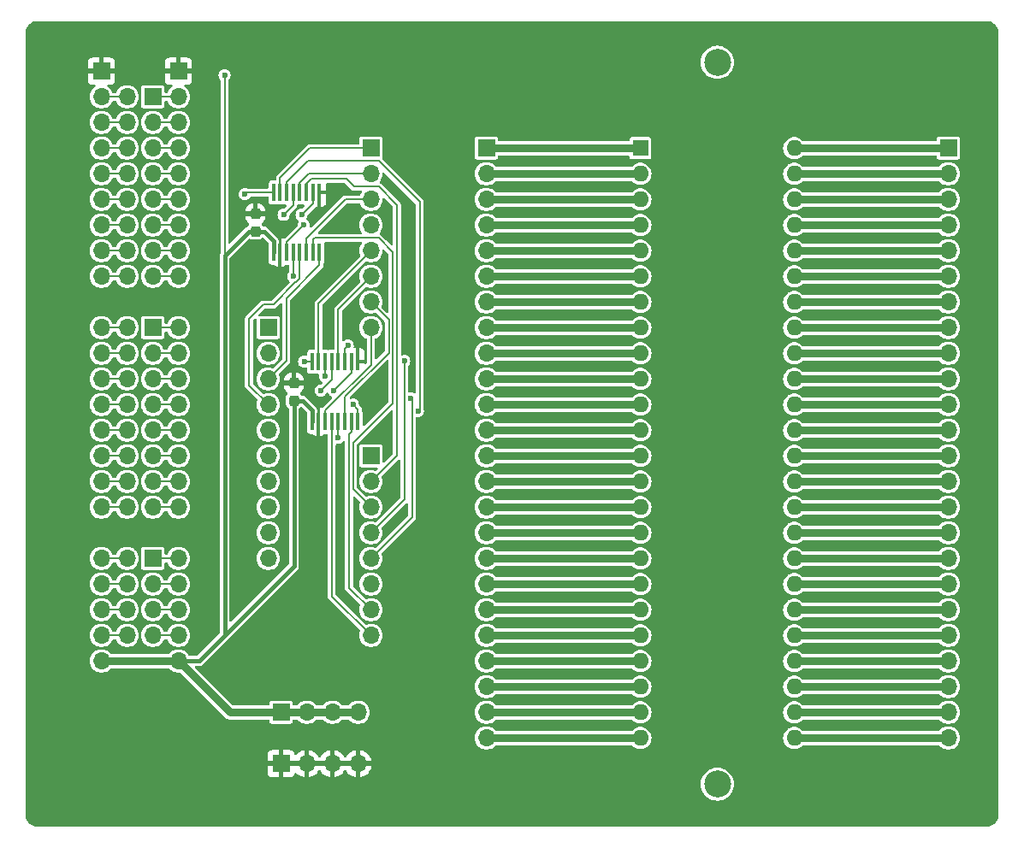
<source format=gbr>
%TF.GenerationSoftware,KiCad,Pcbnew,8.0.4+dfsg-1*%
%TF.CreationDate,2025-03-02T11:49:26+09:00*%
%TF.ProjectId,mezzanine,6d657a7a-616e-4696-9e65-2e6b69636164,2*%
%TF.SameCoordinates,Original*%
%TF.FileFunction,Copper,L2,Bot*%
%TF.FilePolarity,Positive*%
%FSLAX46Y46*%
G04 Gerber Fmt 4.6, Leading zero omitted, Abs format (unit mm)*
G04 Created by KiCad (PCBNEW 8.0.4+dfsg-1) date 2025-03-02 11:49:26*
%MOMM*%
%LPD*%
G01*
G04 APERTURE LIST*
G04 Aperture macros list*
%AMRoundRect*
0 Rectangle with rounded corners*
0 $1 Rounding radius*
0 $2 $3 $4 $5 $6 $7 $8 $9 X,Y pos of 4 corners*
0 Add a 4 corners polygon primitive as box body*
4,1,4,$2,$3,$4,$5,$6,$7,$8,$9,$2,$3,0*
0 Add four circle primitives for the rounded corners*
1,1,$1+$1,$2,$3*
1,1,$1+$1,$4,$5*
1,1,$1+$1,$6,$7*
1,1,$1+$1,$8,$9*
0 Add four rect primitives between the rounded corners*
20,1,$1+$1,$2,$3,$4,$5,0*
20,1,$1+$1,$4,$5,$6,$7,0*
20,1,$1+$1,$6,$7,$8,$9,0*
20,1,$1+$1,$8,$9,$2,$3,0*%
G04 Aperture macros list end*
%TA.AperFunction,ComponentPad*%
%ADD10O,1.700000X1.700000*%
%TD*%
%TA.AperFunction,ComponentPad*%
%ADD11R,1.700000X1.700000*%
%TD*%
%TA.AperFunction,ComponentPad*%
%ADD12R,1.600000X1.600000*%
%TD*%
%TA.AperFunction,ComponentPad*%
%ADD13O,1.600000X1.600000*%
%TD*%
%TA.AperFunction,ComponentPad*%
%ADD14C,2.670000*%
%TD*%
%TA.AperFunction,SMDPad,CuDef*%
%ADD15R,0.355600X1.778000*%
%TD*%
%TA.AperFunction,SMDPad,CuDef*%
%ADD16RoundRect,0.237500X0.237500X-0.300000X0.237500X0.300000X-0.237500X0.300000X-0.237500X-0.300000X0*%
%TD*%
%TA.AperFunction,ViaPad*%
%ADD17C,0.600000*%
%TD*%
%TA.AperFunction,Conductor*%
%ADD18C,0.800000*%
%TD*%
%TA.AperFunction,Conductor*%
%ADD19C,0.400000*%
%TD*%
%TA.AperFunction,Conductor*%
%ADD20C,0.200000*%
%TD*%
G04 APERTURE END LIST*
D10*
%TO.P,J2,25,VCC*%
%TO.N,VCC*%
X78740000Y-96520000D03*
%TO.P,J2,26,P57*%
%TO.N,/P57*%
X78740000Y-93980000D03*
%TO.P,J2,27,P56*%
%TO.N,/P56*%
X78740000Y-91440000D03*
%TO.P,J2,28,P55*%
%TO.N,/P55*%
X78740000Y-88900000D03*
%TO.P,J2,29,P54*%
%TO.N,/P54*%
X78740000Y-86360000D03*
%TO.P,J2,31,P47*%
%TO.N,/P47*%
X78740000Y-81280000D03*
%TO.P,J2,32,P46*%
%TO.N,/P46*%
X78740000Y-78740000D03*
%TO.P,J2,33,P45*%
%TO.N,/P45*%
X78740000Y-76200000D03*
%TO.P,J2,34,P44*%
%TO.N,/P44*%
X78740000Y-73660000D03*
%TO.P,J2,35,P43*%
%TO.N,/P43*%
X78740000Y-71120000D03*
%TO.P,J2,36,P42*%
%TO.N,/P42*%
X78740000Y-68580000D03*
%TO.P,J2,37,P41*%
%TO.N,/P41*%
X78740000Y-66040000D03*
%TO.P,J2,38,P40*%
%TO.N,/P40*%
X78740000Y-63500000D03*
%TO.P,J2,40,P27*%
%TO.N,/P27*%
X78740000Y-58420000D03*
%TO.P,J2,41,P26*%
%TO.N,/P26*%
X78740000Y-55880000D03*
%TO.P,J2,42,P25*%
%TO.N,/P25*%
X78740000Y-53340000D03*
%TO.P,J2,43,P24*%
%TO.N,/P24*%
X78740000Y-50800000D03*
%TO.P,J2,44,P23*%
%TO.N,/P23*%
X78740000Y-48260000D03*
%TO.P,J2,45,P22*%
%TO.N,/P22*%
X78740000Y-45720000D03*
%TO.P,J2,46,P21*%
%TO.N,/P21*%
X78740000Y-43180000D03*
%TO.P,J2,47,P20*%
%TO.N,/P20*%
X78740000Y-40640000D03*
D11*
%TO.P,J2,48,GND*%
%TO.N,GND*%
X78740000Y-38100000D03*
%TD*%
%TO.P,J1,1,GND*%
%TO.N,GND*%
X71120000Y-38100000D03*
D10*
%TO.P,J1,2,P10*%
%TO.N,Net-(J1-P10)*%
X71120000Y-40640000D03*
%TO.P,J1,3,P11*%
%TO.N,Net-(J1-P11)*%
X71120000Y-43180000D03*
%TO.P,J1,4,P12*%
%TO.N,Net-(J1-P12)*%
X71120000Y-45720000D03*
%TO.P,J1,5,P13*%
%TO.N,Net-(J1-P13)*%
X71120000Y-48260000D03*
%TO.P,J1,6,P14*%
%TO.N,Net-(J1-P14)*%
X71120000Y-50800000D03*
%TO.P,J1,7,P15*%
%TO.N,Net-(J1-P15)*%
X71120000Y-53340000D03*
%TO.P,J1,8,P16*%
%TO.N,Net-(J1-P16)*%
X71120000Y-55880000D03*
%TO.P,J1,9,P17*%
%TO.N,Net-(J1-P17)*%
X71120000Y-58420000D03*
%TO.P,J1,11,P30*%
%TO.N,Net-(J1-P30)*%
X71120000Y-63500000D03*
%TO.P,J1,12,P31*%
%TO.N,Net-(J1-P31)*%
X71120000Y-66040000D03*
%TO.P,J1,13,P32*%
%TO.N,Net-(J1-P32)*%
X71120000Y-68580000D03*
%TO.P,J1,14,P33*%
%TO.N,Net-(J1-P33)*%
X71120000Y-71120000D03*
%TO.P,J1,15,P34*%
%TO.N,Net-(J1-P34)*%
X71120000Y-73660000D03*
%TO.P,J1,16,P35*%
%TO.N,Net-(J1-P35)*%
X71120000Y-76200000D03*
%TO.P,J1,17,P36*%
%TO.N,Net-(J1-P36)*%
X71120000Y-78740000D03*
%TO.P,J1,18,P37*%
%TO.N,Net-(J1-P37)*%
X71120000Y-81280000D03*
%TO.P,J1,20,P50*%
%TO.N,Net-(J1-P50)*%
X71120000Y-86360000D03*
%TO.P,J1,21,P51*%
%TO.N,Net-(J1-P51)*%
X71120000Y-88900000D03*
%TO.P,J1,22,P52*%
%TO.N,Net-(J1-P52)*%
X71120000Y-91440000D03*
%TO.P,J1,23,P53*%
%TO.N,Net-(J1-P53)*%
X71120000Y-93980000D03*
%TO.P,J1,24,VCC*%
%TO.N,VCC*%
X71120000Y-96520000D03*
%TD*%
D11*
%TO.P,J4,1,Pin_1*%
%TO.N,Net-(J4-Pin_1)*%
X154940000Y-45720000D03*
D10*
%TO.P,J4,2,Pin_2*%
%TO.N,Net-(J4-Pin_2)*%
X154940000Y-48260000D03*
%TO.P,J4,3,Pin_3*%
%TO.N,Net-(J4-Pin_3)*%
X154940000Y-50800000D03*
%TO.P,J4,4,Pin_4*%
%TO.N,Net-(J4-Pin_4)*%
X154940000Y-53340000D03*
%TO.P,J4,5,Pin_5*%
%TO.N,Net-(J4-Pin_5)*%
X154940000Y-55880000D03*
%TO.P,J4,6,Pin_6*%
%TO.N,Net-(J4-Pin_6)*%
X154940000Y-58420000D03*
%TO.P,J4,7,Pin_7*%
%TO.N,Net-(J4-Pin_7)*%
X154940000Y-60960000D03*
%TO.P,J4,8,Pin_8*%
%TO.N,Net-(J4-Pin_8)*%
X154940000Y-63500000D03*
%TO.P,J4,9,Pin_9*%
%TO.N,Net-(J4-Pin_9)*%
X154940000Y-66040000D03*
%TO.P,J4,10,Pin_10*%
%TO.N,Net-(J4-Pin_10)*%
X154940000Y-68580000D03*
%TO.P,J4,11,Pin_11*%
%TO.N,Net-(J4-Pin_11)*%
X154940000Y-71120000D03*
%TO.P,J4,12,Pin_12*%
%TO.N,Net-(J4-Pin_12)*%
X154940000Y-73660000D03*
%TO.P,J4,13,Pin_13*%
%TO.N,Net-(J4-Pin_13)*%
X154940000Y-76200000D03*
%TO.P,J4,14,Pin_14*%
%TO.N,Net-(J4-Pin_14)*%
X154940000Y-78740000D03*
%TO.P,J4,15,Pin_15*%
%TO.N,Net-(J4-Pin_15)*%
X154940000Y-81280000D03*
%TO.P,J4,16,Pin_16*%
%TO.N,Net-(J4-Pin_16)*%
X154940000Y-83820000D03*
%TO.P,J4,17,Pin_17*%
%TO.N,Net-(J4-Pin_17)*%
X154940000Y-86360000D03*
%TO.P,J4,18,Pin_18*%
%TO.N,Net-(J4-Pin_18)*%
X154940000Y-88900000D03*
%TO.P,J4,19,Pin_19*%
%TO.N,Net-(J4-Pin_19)*%
X154940000Y-91440000D03*
%TO.P,J4,20,Pin_20*%
%TO.N,Net-(J4-Pin_20)*%
X154940000Y-93980000D03*
%TO.P,J4,21,Pin_21*%
%TO.N,Net-(J4-Pin_21)*%
X154940000Y-96520000D03*
%TO.P,J4,22,Pin_22*%
%TO.N,Net-(J4-Pin_22)*%
X154940000Y-99060000D03*
%TO.P,J4,23,Pin_23*%
%TO.N,Net-(J4-Pin_23)*%
X154940000Y-101600000D03*
%TO.P,J4,24,Pin_24*%
%TO.N,Net-(J4-Pin_24)*%
X154940000Y-104140000D03*
%TD*%
D11*
%TO.P,J9,1,Pin_1*%
%TO.N,GND*%
X88900000Y-106680000D03*
D10*
%TO.P,J9,2,Pin_2*%
X91440000Y-106680000D03*
%TO.P,J9,3,Pin_3*%
X93980000Y-106680000D03*
%TO.P,J9,4,Pin_4*%
X96520000Y-106680000D03*
%TD*%
D11*
%TO.P,J7,1,Pin_1*%
%TO.N,/P54*%
X76200000Y-86360000D03*
D10*
%TO.P,J7,2,Pin_2*%
%TO.N,Net-(J1-P50)*%
X73660000Y-86360000D03*
%TO.P,J7,3,Pin_3*%
%TO.N,/P55*%
X76200000Y-88900000D03*
%TO.P,J7,4,Pin_4*%
%TO.N,Net-(J1-P51)*%
X73660000Y-88900000D03*
%TO.P,J7,5,Pin_5*%
%TO.N,/P56*%
X76200000Y-91440000D03*
%TO.P,J7,6,Pin_6*%
%TO.N,Net-(J1-P52)*%
X73660000Y-91440000D03*
%TO.P,J7,7,Pin_7*%
%TO.N,/P57*%
X76200000Y-93980000D03*
%TO.P,J7,8,Pin_8*%
%TO.N,Net-(J1-P53)*%
X73660000Y-93980000D03*
%TD*%
D11*
%TO.P,J8,1,Pin_1*%
%TO.N,VCC*%
X88900000Y-101600000D03*
D10*
%TO.P,J8,2,Pin_2*%
X91440000Y-101600000D03*
%TO.P,J8,3,Pin_3*%
X93980000Y-101600000D03*
%TO.P,J8,4,Pin_4*%
X96520000Y-101600000D03*
%TD*%
D11*
%TO.P,J10,1,Pin_1*%
%TO.N,Net-(J10-Pin_1)*%
X87630000Y-63500000D03*
D10*
%TO.P,J10,2,Pin_2*%
%TO.N,Net-(J10-Pin_2)*%
X87630000Y-66040000D03*
%TO.P,J10,3,Pin_3*%
%TO.N,Net-(J10-Pin_3)*%
X87630000Y-68580000D03*
%TO.P,J10,4,Pin_4*%
%TO.N,Net-(J10-Pin_4)*%
X87630000Y-71120000D03*
%TO.P,J10,5,Pin_5*%
%TO.N,Net-(J10-Pin_5)*%
X87630000Y-73660000D03*
%TO.P,J10,6,Pin_6*%
%TO.N,Net-(J10-Pin_6)*%
X87630000Y-76200000D03*
%TO.P,J10,7,Pin_7*%
%TO.N,Net-(J10-Pin_7)*%
X87630000Y-78740000D03*
%TO.P,J10,8,Pin_8*%
%TO.N,Net-(J10-Pin_8)*%
X87630000Y-81280000D03*
%TO.P,J10,9,Pin_9*%
%TO.N,unconnected-(J10-Pin_9-Pad9)*%
X87630000Y-83820000D03*
%TO.P,J10,10,Pin_10*%
%TO.N,Net-(J10-Pin_10)*%
X87630000Y-86360000D03*
%TD*%
D11*
%TO.P,J11,1,Pin_1*%
%TO.N,Net-(J11-Pin_1)*%
X97790000Y-45720000D03*
D10*
%TO.P,J11,2,Pin_2*%
%TO.N,Net-(J11-Pin_2)*%
X97790000Y-48260000D03*
%TO.P,J11,3,Pin_3*%
%TO.N,Net-(J11-Pin_3)*%
X97790000Y-50800000D03*
%TO.P,J11,4,Pin_4*%
%TO.N,Net-(J11-Pin_4)*%
X97790000Y-53340000D03*
%TO.P,J11,5,Pin_5*%
%TO.N,/A.4*%
X97790000Y-55880000D03*
%TO.P,J11,6,Pin_6*%
%TO.N,/A.5*%
X97790000Y-58420000D03*
%TO.P,J11,7,Pin_7*%
%TO.N,/A.6*%
X97790000Y-60960000D03*
%TO.P,J11,8,Pin_8*%
%TO.N,/A.7*%
X97790000Y-63500000D03*
%TD*%
D11*
%TO.P,J3,1,Pin_1*%
%TO.N,Net-(J3-Pin_1)*%
X109220000Y-45720000D03*
D10*
%TO.P,J3,2,Pin_2*%
%TO.N,Net-(J3-Pin_2)*%
X109220000Y-48260000D03*
%TO.P,J3,3,Pin_3*%
%TO.N,Net-(J3-Pin_3)*%
X109220000Y-50800000D03*
%TO.P,J3,4,Pin_4*%
%TO.N,Net-(J3-Pin_4)*%
X109220000Y-53340000D03*
%TO.P,J3,5,Pin_5*%
%TO.N,Net-(J3-Pin_5)*%
X109220000Y-55880000D03*
%TO.P,J3,6,Pin_6*%
%TO.N,Net-(J3-Pin_6)*%
X109220000Y-58420000D03*
%TO.P,J3,7,Pin_7*%
%TO.N,Net-(J3-Pin_7)*%
X109220000Y-60960000D03*
%TO.P,J3,8,Pin_8*%
%TO.N,Net-(J3-Pin_8)*%
X109220000Y-63500000D03*
%TO.P,J3,9,Pin_9*%
%TO.N,Net-(J3-Pin_9)*%
X109220000Y-66040000D03*
%TO.P,J3,10,Pin_10*%
%TO.N,Net-(J3-Pin_10)*%
X109220000Y-68580000D03*
%TO.P,J3,11,Pin_11*%
%TO.N,Net-(J3-Pin_11)*%
X109220000Y-71120000D03*
%TO.P,J3,12,Pin_12*%
%TO.N,Net-(J3-Pin_12)*%
X109220000Y-73660000D03*
%TO.P,J3,13,Pin_13*%
%TO.N,Net-(J3-Pin_13)*%
X109220000Y-76200000D03*
%TO.P,J3,14,Pin_14*%
%TO.N,Net-(J3-Pin_14)*%
X109220000Y-78740000D03*
%TO.P,J3,15,Pin_15*%
%TO.N,Net-(J3-Pin_15)*%
X109220000Y-81280000D03*
%TO.P,J3,16,Pin_16*%
%TO.N,Net-(J3-Pin_16)*%
X109220000Y-83820000D03*
%TO.P,J3,17,Pin_17*%
%TO.N,Net-(J3-Pin_17)*%
X109220000Y-86360000D03*
%TO.P,J3,18,Pin_18*%
%TO.N,Net-(J3-Pin_18)*%
X109220000Y-88900000D03*
%TO.P,J3,19,Pin_19*%
%TO.N,Net-(J3-Pin_19)*%
X109220000Y-91440000D03*
%TO.P,J3,20,Pin_20*%
%TO.N,Net-(J3-Pin_20)*%
X109220000Y-93980000D03*
%TO.P,J3,21,Pin_21*%
%TO.N,Net-(J3-Pin_21)*%
X109220000Y-96520000D03*
%TO.P,J3,22,Pin_22*%
%TO.N,Net-(J3-Pin_22)*%
X109220000Y-99060000D03*
%TO.P,J3,23,Pin_23*%
%TO.N,Net-(J3-Pin_23)*%
X109220000Y-101600000D03*
%TO.P,J3,24,Pin_24*%
%TO.N,Net-(J3-Pin_24)*%
X109220000Y-104140000D03*
%TD*%
D12*
%TO.P,U1,1,1*%
%TO.N,Net-(J3-Pin_1)*%
X124460000Y-45720000D03*
D13*
%TO.P,U1,2,2*%
%TO.N,Net-(J3-Pin_2)*%
X124460000Y-48260000D03*
%TO.P,U1,3,3*%
%TO.N,Net-(J3-Pin_3)*%
X124460000Y-50800000D03*
%TO.P,U1,4,4*%
%TO.N,Net-(J3-Pin_4)*%
X124460000Y-53340000D03*
%TO.P,U1,5,5*%
%TO.N,Net-(J3-Pin_5)*%
X124460000Y-55880000D03*
%TO.P,U1,6,6*%
%TO.N,Net-(J3-Pin_6)*%
X124460000Y-58420000D03*
%TO.P,U1,7,7*%
%TO.N,Net-(J3-Pin_7)*%
X124460000Y-60960000D03*
%TO.P,U1,8,8*%
%TO.N,Net-(J3-Pin_8)*%
X124460000Y-63500000D03*
%TO.P,U1,9,9*%
%TO.N,Net-(J3-Pin_9)*%
X124460000Y-66040000D03*
%TO.P,U1,10,10*%
%TO.N,Net-(J3-Pin_10)*%
X124460000Y-68580000D03*
%TO.P,U1,11,11*%
%TO.N,Net-(J3-Pin_11)*%
X124460000Y-71120000D03*
%TO.P,U1,12,12*%
%TO.N,Net-(J3-Pin_12)*%
X124460000Y-73660000D03*
%TO.P,U1,13,13*%
%TO.N,Net-(J3-Pin_13)*%
X124460000Y-76200000D03*
%TO.P,U1,14,14*%
%TO.N,Net-(J3-Pin_14)*%
X124460000Y-78740000D03*
%TO.P,U1,15,15*%
%TO.N,Net-(J3-Pin_15)*%
X124460000Y-81280000D03*
%TO.P,U1,16,16*%
%TO.N,Net-(J3-Pin_16)*%
X124460000Y-83820000D03*
%TO.P,U1,17,17*%
%TO.N,Net-(J3-Pin_17)*%
X124460000Y-86360000D03*
%TO.P,U1,18,18*%
%TO.N,Net-(J3-Pin_18)*%
X124460000Y-88900000D03*
%TO.P,U1,19,19*%
%TO.N,Net-(J3-Pin_19)*%
X124460000Y-91440000D03*
%TO.P,U1,20,20*%
%TO.N,Net-(J3-Pin_20)*%
X124460000Y-93980000D03*
%TO.P,U1,21,21*%
%TO.N,Net-(J3-Pin_21)*%
X124460000Y-96520000D03*
%TO.P,U1,22,22*%
%TO.N,Net-(J3-Pin_22)*%
X124460000Y-99060000D03*
%TO.P,U1,23,23*%
%TO.N,Net-(J3-Pin_23)*%
X124460000Y-101600000D03*
%TO.P,U1,24,24*%
%TO.N,Net-(J3-Pin_24)*%
X124460000Y-104140000D03*
%TO.P,U1,25,25*%
%TO.N,Net-(J4-Pin_24)*%
X139700000Y-104140000D03*
%TO.P,U1,26,26*%
%TO.N,Net-(J4-Pin_23)*%
X139700000Y-101600000D03*
%TO.P,U1,27,27*%
%TO.N,Net-(J4-Pin_22)*%
X139700000Y-99060000D03*
%TO.P,U1,28,28*%
%TO.N,Net-(J4-Pin_21)*%
X139700000Y-96520000D03*
%TO.P,U1,29,29*%
%TO.N,Net-(J4-Pin_20)*%
X139700000Y-93980000D03*
%TO.P,U1,30,30*%
%TO.N,Net-(J4-Pin_19)*%
X139700000Y-91440000D03*
%TO.P,U1,31,31*%
%TO.N,Net-(J4-Pin_18)*%
X139700000Y-88900000D03*
%TO.P,U1,32,32*%
%TO.N,Net-(J4-Pin_17)*%
X139700000Y-86360000D03*
%TO.P,U1,33,33*%
%TO.N,Net-(J4-Pin_16)*%
X139700000Y-83820000D03*
%TO.P,U1,34,34*%
%TO.N,Net-(J4-Pin_15)*%
X139700000Y-81280000D03*
%TO.P,U1,35,35*%
%TO.N,Net-(J4-Pin_14)*%
X139700000Y-78740000D03*
%TO.P,U1,36,36*%
%TO.N,Net-(J4-Pin_13)*%
X139700000Y-76200000D03*
%TO.P,U1,37,37*%
%TO.N,Net-(J4-Pin_12)*%
X139700000Y-73660000D03*
%TO.P,U1,38,38*%
%TO.N,Net-(J4-Pin_11)*%
X139700000Y-71120000D03*
%TO.P,U1,39,39*%
%TO.N,Net-(J4-Pin_10)*%
X139700000Y-68580000D03*
%TO.P,U1,40,40*%
%TO.N,Net-(J4-Pin_9)*%
X139700000Y-66040000D03*
%TO.P,U1,41,41*%
%TO.N,Net-(J4-Pin_8)*%
X139700000Y-63500000D03*
%TO.P,U1,42,42*%
%TO.N,Net-(J4-Pin_7)*%
X139700000Y-60960000D03*
%TO.P,U1,43,43*%
%TO.N,Net-(J4-Pin_6)*%
X139700000Y-58420000D03*
%TO.P,U1,44,44*%
%TO.N,Net-(J4-Pin_5)*%
X139700000Y-55880000D03*
%TO.P,U1,45,45*%
%TO.N,Net-(J4-Pin_4)*%
X139700000Y-53340000D03*
%TO.P,U1,46,46*%
%TO.N,Net-(J4-Pin_3)*%
X139700000Y-50800000D03*
%TO.P,U1,47,47*%
%TO.N,Net-(J4-Pin_2)*%
X139700000Y-48260000D03*
%TO.P,U1,48,48*%
%TO.N,Net-(J4-Pin_1)*%
X139700000Y-45720000D03*
D14*
%TO.P,U1,MH1*%
%TO.N,N/C*%
X132080000Y-108710000D03*
%TO.P,U1,MH2*%
X132080000Y-37210000D03*
%TD*%
D11*
%TO.P,J6,1,Pin_1*%
%TO.N,/P40*%
X76200000Y-63500000D03*
D10*
%TO.P,J6,2,Pin_2*%
%TO.N,Net-(J1-P30)*%
X73660000Y-63500000D03*
%TO.P,J6,3,Pin_3*%
%TO.N,/P41*%
X76200000Y-66040000D03*
%TO.P,J6,4,Pin_4*%
%TO.N,Net-(J1-P31)*%
X73660000Y-66040000D03*
%TO.P,J6,5,Pin_5*%
%TO.N,/P42*%
X76200000Y-68580000D03*
%TO.P,J6,6,Pin_6*%
%TO.N,Net-(J1-P32)*%
X73660000Y-68580000D03*
%TO.P,J6,7,Pin_7*%
%TO.N,/P43*%
X76200000Y-71120000D03*
%TO.P,J6,8,Pin_8*%
%TO.N,Net-(J1-P33)*%
X73660000Y-71120000D03*
%TO.P,J6,9,Pin_9*%
%TO.N,/P44*%
X76200000Y-73660000D03*
%TO.P,J6,10,Pin_10*%
%TO.N,Net-(J1-P34)*%
X73660000Y-73660000D03*
%TO.P,J6,11,Pin_11*%
%TO.N,/P45*%
X76200000Y-76200000D03*
%TO.P,J6,12,Pin_12*%
%TO.N,Net-(J1-P35)*%
X73660000Y-76200000D03*
%TO.P,J6,13,Pin_13*%
%TO.N,/P46*%
X76200000Y-78740000D03*
%TO.P,J6,14,Pin_14*%
%TO.N,Net-(J1-P36)*%
X73660000Y-78740000D03*
%TO.P,J6,15,Pin_15*%
%TO.N,/P47*%
X76200000Y-81280000D03*
%TO.P,J6,16,Pin_16*%
%TO.N,Net-(J1-P37)*%
X73660000Y-81280000D03*
%TD*%
D11*
%TO.P,J5,1,Pin_1*%
%TO.N,/P20*%
X76200000Y-40640000D03*
D10*
%TO.P,J5,2,Pin_2*%
%TO.N,Net-(J1-P10)*%
X73660000Y-40640000D03*
%TO.P,J5,3,Pin_3*%
%TO.N,/P21*%
X76200000Y-43180000D03*
%TO.P,J5,4,Pin_4*%
%TO.N,Net-(J1-P11)*%
X73660000Y-43180000D03*
%TO.P,J5,5,Pin_5*%
%TO.N,/P22*%
X76200000Y-45720000D03*
%TO.P,J5,6,Pin_6*%
%TO.N,Net-(J1-P12)*%
X73660000Y-45720000D03*
%TO.P,J5,7,Pin_7*%
%TO.N,/P23*%
X76200000Y-48260000D03*
%TO.P,J5,8,Pin_8*%
%TO.N,Net-(J1-P13)*%
X73660000Y-48260000D03*
%TO.P,J5,9,Pin_9*%
%TO.N,/P24*%
X76200000Y-50800000D03*
%TO.P,J5,10,Pin_10*%
%TO.N,Net-(J1-P14)*%
X73660000Y-50800000D03*
%TO.P,J5,11,Pin_11*%
%TO.N,/P25*%
X76200000Y-53340000D03*
%TO.P,J5,12,Pin_12*%
%TO.N,Net-(J1-P15)*%
X73660000Y-53340000D03*
%TO.P,J5,13,Pin_13*%
%TO.N,/P26*%
X76200000Y-55880000D03*
%TO.P,J5,14,Pin_14*%
%TO.N,Net-(J1-P16)*%
X73660000Y-55880000D03*
%TO.P,J5,15,Pin_15*%
%TO.N,/P27*%
X76200000Y-58420000D03*
%TO.P,J5,16,Pin_16*%
%TO.N,Net-(J1-P17)*%
X73660000Y-58420000D03*
%TD*%
D11*
%TO.P,J12,1,Pin_1*%
%TO.N,/B.0*%
X97790000Y-76200000D03*
D10*
%TO.P,J12,2,Pin_2*%
%TO.N,/B.1*%
X97790000Y-78740000D03*
%TO.P,J12,3,Pin_3*%
%TO.N,/B.2*%
X97790000Y-81280000D03*
%TO.P,J12,4,Pin_4*%
%TO.N,/B.3*%
X97790000Y-83820000D03*
%TO.P,J12,5,Pin_5*%
%TO.N,Net-(J12-Pin_5)*%
X97790000Y-86360000D03*
%TO.P,J12,6,Pin_6*%
%TO.N,Net-(J12-Pin_6)*%
X97790000Y-88900000D03*
%TO.P,J12,7,Pin_7*%
%TO.N,Net-(J12-Pin_7)*%
X97790000Y-91440000D03*
%TO.P,J12,8,Pin_8*%
%TO.N,Net-(J12-Pin_8)*%
X97790000Y-93980000D03*
%TD*%
D15*
%TO.P,U4,1,S*%
%TO.N,Net-(J10-Pin_10)*%
X91959001Y-66878200D03*
%TO.P,U4,2,1I0*%
%TO.N,/A.4*%
X92608999Y-66878200D03*
%TO.P,U4,3,1I1*%
%TO.N,Net-(J12-Pin_5)*%
X93259001Y-66878200D03*
%TO.P,U4,4,1Y*%
%TO.N,Net-(J10-Pin_5)*%
X93908999Y-66878200D03*
%TO.P,U4,5,2I0*%
%TO.N,/A.5*%
X94558998Y-66878200D03*
%TO.P,U4,6,2I1*%
%TO.N,Net-(J12-Pin_6)*%
X95208999Y-66878200D03*
%TO.P,U4,7,2Y*%
%TO.N,Net-(J10-Pin_6)*%
X95858998Y-66878200D03*
%TO.P,U4,8,GND*%
%TO.N,GND*%
X96508999Y-66878200D03*
%TO.P,U4,9,3Y*%
%TO.N,Net-(J10-Pin_7)*%
X96508999Y-72821800D03*
%TO.P,U4,10,3I1*%
%TO.N,Net-(J12-Pin_7)*%
X95859001Y-72821800D03*
%TO.P,U4,11,3I0*%
%TO.N,/A.6*%
X95208999Y-72821800D03*
%TO.P,U4,12,4Y*%
%TO.N,Net-(J10-Pin_8)*%
X94559001Y-72821800D03*
%TO.P,U4,13,4I1*%
%TO.N,Net-(J12-Pin_8)*%
X93909002Y-72821800D03*
%TO.P,U4,14,4I0*%
%TO.N,/A.7*%
X93259001Y-72821800D03*
%TO.P,U4,15,~{E}*%
%TO.N,GND*%
X92609002Y-72821800D03*
%TO.P,U4,16,Vcc*%
%TO.N,VCC*%
X91959001Y-72821800D03*
%TD*%
%TO.P,U3,1,S*%
%TO.N,Net-(J10-Pin_10)*%
X88149001Y-50114200D03*
%TO.P,U3,2,1I0*%
%TO.N,Net-(J11-Pin_1)*%
X88798999Y-50114200D03*
%TO.P,U3,3,1I1*%
%TO.N,/B.0*%
X89449001Y-50114200D03*
%TO.P,U3,4,1Y*%
%TO.N,Net-(J10-Pin_1)*%
X90098999Y-50114200D03*
%TO.P,U3,5,2I0*%
%TO.N,Net-(J11-Pin_2)*%
X90748998Y-50114200D03*
%TO.P,U3,6,2I1*%
%TO.N,/B.1*%
X91398999Y-50114200D03*
%TO.P,U3,7,2Y*%
%TO.N,Net-(J10-Pin_2)*%
X92048998Y-50114200D03*
%TO.P,U3,8,GND*%
%TO.N,GND*%
X92698999Y-50114200D03*
%TO.P,U3,9,3Y*%
%TO.N,Net-(J10-Pin_3)*%
X92698999Y-56057800D03*
%TO.P,U3,10,3I1*%
%TO.N,/B.2*%
X92049001Y-56057800D03*
%TO.P,U3,11,3I0*%
%TO.N,Net-(J11-Pin_3)*%
X91398999Y-56057800D03*
%TO.P,U3,12,4Y*%
%TO.N,Net-(J10-Pin_4)*%
X90749001Y-56057800D03*
%TO.P,U3,13,4I1*%
%TO.N,/B.3*%
X90099002Y-56057800D03*
%TO.P,U3,14,4I0*%
%TO.N,Net-(J11-Pin_4)*%
X89449001Y-56057800D03*
%TO.P,U3,15,~{E}*%
%TO.N,GND*%
X88799002Y-56057800D03*
%TO.P,U3,16,Vcc*%
%TO.N,VCC*%
X88149001Y-56057800D03*
%TD*%
D16*
%TO.P,C4,1*%
%TO.N,VCC*%
X90170000Y-70712500D03*
%TO.P,C4,2*%
%TO.N,GND*%
X90170000Y-68987500D03*
%TD*%
%TO.P,C3,1*%
%TO.N,VCC*%
X86360000Y-53948500D03*
%TO.P,C3,2*%
%TO.N,GND*%
X86360000Y-52223500D03*
%TD*%
D17*
%TO.N,GND*%
X94234000Y-50292000D03*
X152009974Y-109982000D03*
X91059000Y-61976000D03*
X100076000Y-79629000D03*
X131826000Y-85598000D03*
X95504000Y-52070000D03*
X85344000Y-89154000D03*
X94742000Y-82423000D03*
X101219000Y-84328000D03*
X101600000Y-58420000D03*
X132080000Y-61976000D03*
X95758000Y-63754000D03*
X93599000Y-64008000D03*
X99060000Y-70104000D03*
X94742000Y-56896000D03*
X116703974Y-39878000D03*
X86106000Y-59436000D03*
X153787974Y-39624000D03*
X104394000Y-109220000D03*
%TO.N,VCC*%
X83312000Y-38481000D03*
%TO.N,Net-(J10-Pin_10)*%
X91186000Y-66878200D03*
X85324450Y-50272450D03*
%TO.N,Net-(J10-Pin_8)*%
X94509000Y-74422000D03*
%TO.N,Net-(J12-Pin_5)*%
X93259000Y-68326000D03*
X101727000Y-70485000D03*
%TO.N,Net-(J12-Pin_6)*%
X95504000Y-65278000D03*
%TO.N,/B.0*%
X102454000Y-71755000D03*
%TO.N,Net-(J10-Pin_1)*%
X89154000Y-52324000D03*
%TO.N,Net-(J10-Pin_6)*%
X94107000Y-69723000D03*
%TO.N,Net-(J10-Pin_2)*%
X90932000Y-52324000D03*
%TO.N,Net-(J10-Pin_7)*%
X96012000Y-71120000D03*
%TO.N,Net-(J10-Pin_5)*%
X92837000Y-69723000D03*
%TO.N,/B.3*%
X101092000Y-66802000D03*
X90099000Y-58420000D03*
%TO.N,Net-(J11-Pin_4)*%
X91168001Y-53322001D03*
%TD*%
D18*
%TO.N,VCC*%
X83820000Y-101600000D02*
X78740000Y-96520000D01*
D19*
X83312000Y-56388000D02*
X85751500Y-53948500D01*
D18*
X71120000Y-96520000D02*
X78740000Y-96520000D01*
D19*
X91032500Y-70712500D02*
X91959001Y-71639001D01*
D18*
X96520000Y-101600000D02*
X83820000Y-101600000D01*
D19*
X78740000Y-96520000D02*
X80772000Y-96520000D01*
X87222500Y-53948500D02*
X88149001Y-54875001D01*
X83312000Y-93980000D02*
X83312000Y-56388000D01*
X83312000Y-93980000D02*
X90170000Y-87122000D01*
D20*
X83312000Y-38481000D02*
X83312000Y-56388000D01*
D19*
X91959001Y-71639001D02*
X91959001Y-72821800D01*
X90170000Y-70712500D02*
X91032500Y-70712500D01*
X80772000Y-96520000D02*
X83312000Y-93980000D01*
X90170000Y-87122000D02*
X90170000Y-70712500D01*
X88149001Y-54875001D02*
X88149001Y-56057800D01*
X85751500Y-53948500D02*
X87222500Y-53948500D01*
D20*
%TO.N,Net-(J1-P51)*%
X73660000Y-88900000D02*
X71120000Y-88900000D01*
%TO.N,Net-(J1-P14)*%
X71120000Y-50800000D02*
X73660000Y-50800000D01*
%TO.N,Net-(J1-P15)*%
X73660000Y-53340000D02*
X71120000Y-53340000D01*
%TO.N,Net-(J1-P10)*%
X71120000Y-40640000D02*
X73660000Y-40640000D01*
%TO.N,Net-(J1-P31)*%
X71120000Y-66040000D02*
X73660000Y-66040000D01*
%TO.N,Net-(J1-P30)*%
X73660000Y-63500000D02*
X71120000Y-63500000D01*
%TO.N,Net-(J1-P36)*%
X71120000Y-78740000D02*
X73660000Y-78740000D01*
%TO.N,Net-(J1-P52)*%
X71120000Y-91440000D02*
X73660000Y-91440000D01*
%TO.N,Net-(J1-P53)*%
X73660000Y-93980000D02*
X71120000Y-93980000D01*
%TO.N,Net-(J1-P12)*%
X71120000Y-45720000D02*
X73660000Y-45720000D01*
%TO.N,Net-(J1-P11)*%
X73660000Y-43180000D02*
X71120000Y-43180000D01*
%TO.N,Net-(J1-P33)*%
X73660000Y-71120000D02*
X71120000Y-71120000D01*
%TO.N,Net-(J1-P50)*%
X71120000Y-86360000D02*
X73660000Y-86360000D01*
%TO.N,Net-(J1-P32)*%
X71120000Y-68580000D02*
X73660000Y-68580000D01*
%TO.N,Net-(J1-P37)*%
X73660000Y-81280000D02*
X71120000Y-81280000D01*
%TO.N,Net-(J1-P17)*%
X73660000Y-58420000D02*
X71120000Y-58420000D01*
%TO.N,Net-(J1-P16)*%
X71120000Y-55880000D02*
X73660000Y-55880000D01*
%TO.N,Net-(J1-P35)*%
X73660000Y-76200000D02*
X71120000Y-76200000D01*
%TO.N,Net-(J1-P34)*%
X71120000Y-73660000D02*
X73660000Y-73660000D01*
%TO.N,Net-(J1-P13)*%
X73660000Y-48260000D02*
X71120000Y-48260000D01*
%TO.N,/P27*%
X78740000Y-58420000D02*
X76200000Y-58420000D01*
%TO.N,/P23*%
X78740000Y-48260000D02*
X76200000Y-48260000D01*
%TO.N,/P45*%
X78740000Y-76200000D02*
X76200000Y-76200000D01*
%TO.N,/P56*%
X78740000Y-91440000D02*
X76200000Y-91440000D01*
%TO.N,/P54*%
X78740000Y-86360000D02*
X76200000Y-86360000D01*
%TO.N,/P26*%
X76200000Y-55880000D02*
X78740000Y-55880000D01*
%TO.N,/P20*%
X76200000Y-40640000D02*
X78740000Y-40640000D01*
%TO.N,/P47*%
X78740000Y-81280000D02*
X76200000Y-81280000D01*
%TO.N,/P43*%
X78740000Y-71120000D02*
X76200000Y-71120000D01*
%TO.N,/P24*%
X76200000Y-50800000D02*
X78740000Y-50800000D01*
%TO.N,/P55*%
X76200000Y-88900000D02*
X78740000Y-88900000D01*
%TO.N,/P42*%
X76200000Y-68580000D02*
X78740000Y-68580000D01*
%TO.N,/P40*%
X76200000Y-63500000D02*
X78740000Y-63500000D01*
%TO.N,/P21*%
X78740000Y-43180000D02*
X76200000Y-43180000D01*
%TO.N,/P44*%
X76200000Y-73660000D02*
X78740000Y-73660000D01*
%TO.N,/P22*%
X76200000Y-45720000D02*
X78740000Y-45720000D01*
%TO.N,/P25*%
X78740000Y-53340000D02*
X76200000Y-53340000D01*
%TO.N,/P41*%
X78740000Y-66040000D02*
X76200000Y-66040000D01*
%TO.N,/P46*%
X76200000Y-78740000D02*
X78740000Y-78740000D01*
%TO.N,/P57*%
X76200000Y-93980000D02*
X78740000Y-93980000D01*
D18*
%TO.N,Net-(J3-Pin_24)*%
X124460000Y-104140000D02*
X109220000Y-104140000D01*
%TO.N,Net-(J3-Pin_3)*%
X109220000Y-50800000D02*
X124460000Y-50800000D01*
%TO.N,Net-(J3-Pin_11)*%
X109220000Y-71120000D02*
X124460000Y-71120000D01*
%TO.N,Net-(J3-Pin_21)*%
X109220000Y-96520000D02*
X124460000Y-96520000D01*
%TO.N,Net-(J3-Pin_10)*%
X124460000Y-68580000D02*
X109220000Y-68580000D01*
%TO.N,Net-(J3-Pin_14)*%
X124460000Y-78740000D02*
X109220000Y-78740000D01*
%TO.N,Net-(J3-Pin_8)*%
X124460000Y-63500000D02*
X109220000Y-63500000D01*
%TO.N,Net-(J3-Pin_1)*%
X109220000Y-45720000D02*
X124460000Y-45720000D01*
%TO.N,Net-(J3-Pin_5)*%
X109220000Y-55880000D02*
X124460000Y-55880000D01*
%TO.N,Net-(J3-Pin_16)*%
X124460000Y-83820000D02*
X109220000Y-83820000D01*
%TO.N,Net-(J3-Pin_6)*%
X124460000Y-58420000D02*
X109220000Y-58420000D01*
%TO.N,Net-(J3-Pin_13)*%
X109220000Y-76200000D02*
X124460000Y-76200000D01*
%TO.N,Net-(J3-Pin_18)*%
X124460000Y-88900000D02*
X109220000Y-88900000D01*
%TO.N,Net-(J3-Pin_17)*%
X109220000Y-86360000D02*
X124460000Y-86360000D01*
%TO.N,Net-(J3-Pin_15)*%
X109220000Y-81280000D02*
X124460000Y-81280000D01*
%TO.N,Net-(J3-Pin_2)*%
X124460000Y-48260000D02*
X109220000Y-48260000D01*
%TO.N,Net-(J3-Pin_7)*%
X109220000Y-60960000D02*
X124460000Y-60960000D01*
%TO.N,Net-(J3-Pin_20)*%
X124460000Y-93980000D02*
X109220000Y-93980000D01*
%TO.N,Net-(J3-Pin_9)*%
X109220000Y-66040000D02*
X124460000Y-66040000D01*
%TO.N,Net-(J3-Pin_19)*%
X109220000Y-91440000D02*
X124460000Y-91440000D01*
%TO.N,Net-(J3-Pin_23)*%
X109220000Y-101600000D02*
X124460000Y-101600000D01*
%TO.N,Net-(J3-Pin_12)*%
X124460000Y-73660000D02*
X109220000Y-73660000D01*
%TO.N,Net-(J3-Pin_22)*%
X124460000Y-99060000D02*
X109220000Y-99060000D01*
%TO.N,Net-(J3-Pin_4)*%
X124460000Y-53340000D02*
X109220000Y-53340000D01*
%TO.N,Net-(J4-Pin_17)*%
X139700000Y-86360000D02*
X154940000Y-86360000D01*
%TO.N,Net-(J4-Pin_2)*%
X154940000Y-48260000D02*
X139700000Y-48260000D01*
%TO.N,Net-(J4-Pin_3)*%
X139700000Y-50800000D02*
X154940000Y-50800000D01*
%TO.N,Net-(J4-Pin_1)*%
X139700000Y-45720000D02*
X154940000Y-45720000D01*
%TO.N,Net-(J4-Pin_7)*%
X139700000Y-60960000D02*
X154940000Y-60960000D01*
%TO.N,Net-(J4-Pin_19)*%
X139700000Y-91440000D02*
X154940000Y-91440000D01*
%TO.N,Net-(J4-Pin_12)*%
X154940000Y-73660000D02*
X139700000Y-73660000D01*
%TO.N,Net-(J4-Pin_10)*%
X154940000Y-68580000D02*
X139700000Y-68580000D01*
%TO.N,Net-(J4-Pin_13)*%
X154940000Y-76200000D02*
X139700000Y-76200000D01*
%TO.N,Net-(J4-Pin_21)*%
X139700000Y-96520000D02*
X154940000Y-96520000D01*
%TO.N,Net-(J4-Pin_23)*%
X139700000Y-101600000D02*
X154940000Y-101600000D01*
%TO.N,Net-(J4-Pin_14)*%
X154940000Y-78740000D02*
X139700000Y-78740000D01*
%TO.N,Net-(J4-Pin_4)*%
X154940000Y-53340000D02*
X139700000Y-53340000D01*
%TO.N,Net-(J4-Pin_22)*%
X154940000Y-99060000D02*
X139700000Y-99060000D01*
%TO.N,Net-(J4-Pin_8)*%
X154940000Y-63500000D02*
X139700000Y-63500000D01*
%TO.N,Net-(J4-Pin_18)*%
X154940000Y-88900000D02*
X139700000Y-88900000D01*
%TO.N,Net-(J4-Pin_11)*%
X139700000Y-71120000D02*
X154940000Y-71120000D01*
%TO.N,Net-(J4-Pin_24)*%
X154940000Y-104140000D02*
X139700000Y-104140000D01*
%TO.N,Net-(J4-Pin_5)*%
X139700000Y-55880000D02*
X154940000Y-55880000D01*
%TO.N,Net-(J4-Pin_20)*%
X154940000Y-93980000D02*
X139700000Y-93980000D01*
%TO.N,Net-(J4-Pin_15)*%
X139700000Y-81280000D02*
X154940000Y-81280000D01*
%TO.N,Net-(J4-Pin_9)*%
X139700000Y-66040000D02*
X154940000Y-66040000D01*
%TO.N,Net-(J4-Pin_6)*%
X154940000Y-58420000D02*
X139700000Y-58420000D01*
%TO.N,Net-(J4-Pin_16)*%
X154940000Y-83820000D02*
X139700000Y-83820000D01*
D20*
%TO.N,Net-(J10-Pin_10)*%
X85482700Y-50114200D02*
X88149000Y-50114200D01*
X85324450Y-50272450D02*
X85482700Y-50114200D01*
X91186000Y-66878200D02*
X91959000Y-66878200D01*
%TO.N,Net-(J10-Pin_8)*%
X94509000Y-74422000D02*
X94559000Y-74372000D01*
X94559000Y-74372000D02*
X94559000Y-72821800D01*
%TO.N,/A.6*%
X99568000Y-65970686D02*
X99568000Y-62738000D01*
X99568000Y-62738000D02*
X97790000Y-60960000D01*
X95209000Y-72821800D02*
X95209000Y-70329686D01*
X95209000Y-70329686D02*
X99568000Y-65970686D01*
%TO.N,Net-(J11-Pin_1)*%
X88799000Y-48615000D02*
X88799000Y-50114200D01*
X91694000Y-45720000D02*
X88799000Y-48615000D01*
X97790000Y-45720000D02*
X91694000Y-45720000D01*
%TO.N,/A.5*%
X94559000Y-66878200D02*
X94559000Y-61651000D01*
X94559000Y-61651000D02*
X97790000Y-58420000D01*
%TO.N,/A.7*%
X97790000Y-67183000D02*
X97790000Y-63500000D01*
X93259000Y-72821800D02*
X93259000Y-71714000D01*
X93259000Y-71714000D02*
X97790000Y-67183000D01*
%TO.N,/A.4*%
X97790000Y-55880000D02*
X92609000Y-61061000D01*
X92609000Y-61061000D02*
X92609000Y-66878200D01*
%TO.N,Net-(J12-Pin_7)*%
X95612000Y-74085599D02*
X95859000Y-73838599D01*
X95859000Y-73838599D02*
X95859000Y-72821800D01*
X95612000Y-89262000D02*
X95612000Y-74085599D01*
X97790000Y-91440000D02*
X95612000Y-89262000D01*
%TO.N,Net-(J12-Pin_5)*%
X93259000Y-68326000D02*
X93259000Y-66878200D01*
X101854000Y-70612000D02*
X101854000Y-82296000D01*
X101727000Y-70485000D02*
X101854000Y-70612000D01*
X101854000Y-82296000D02*
X97790000Y-86360000D01*
%TO.N,Net-(J12-Pin_6)*%
X95209000Y-65573000D02*
X95209000Y-66878200D01*
X95504000Y-65278000D02*
X95209000Y-65573000D01*
%TO.N,Net-(J12-Pin_8)*%
X97790000Y-93980000D02*
X93909000Y-90099000D01*
X93909000Y-90099000D02*
X93909000Y-72821800D01*
%TO.N,/B.1*%
X97790000Y-78740000D02*
X100368000Y-76162000D01*
X95377000Y-48768000D02*
X91901700Y-48768000D01*
X100368000Y-51346000D02*
X98552000Y-49530000D01*
X91399000Y-49270700D02*
X91399000Y-50114200D01*
X100368000Y-76162000D02*
X100368000Y-51346000D01*
X98552000Y-49530000D02*
X96139000Y-49530000D01*
X96139000Y-49530000D02*
X95377000Y-48768000D01*
X91901700Y-48768000D02*
X91399000Y-49270700D01*
%TO.N,/B.0*%
X102616000Y-51054000D02*
X98552000Y-46990000D01*
X98552000Y-46990000D02*
X91556399Y-46990000D01*
X91556399Y-46990000D02*
X89449000Y-49097399D01*
X102454000Y-71755000D02*
X102616000Y-71593000D01*
X102616000Y-71593000D02*
X102616000Y-51054000D01*
X89449000Y-49097399D02*
X89449000Y-50114200D01*
%TO.N,Net-(J10-Pin_3)*%
X89408000Y-60579000D02*
X89408000Y-66802000D01*
X89408000Y-66802000D02*
X87630000Y-68580000D01*
X92699000Y-56057800D02*
X92699000Y-57288000D01*
X92699000Y-57288000D02*
X89408000Y-60579000D01*
%TO.N,Net-(J10-Pin_4)*%
X90332000Y-59020000D02*
X88138000Y-61214000D01*
X88138000Y-61214000D02*
X87122000Y-61214000D01*
X90749000Y-56057800D02*
X90749000Y-58618529D01*
X87122000Y-61214000D02*
X85725000Y-62611000D01*
X90749000Y-58618529D02*
X90347529Y-59020000D01*
X90347529Y-59020000D02*
X90332000Y-59020000D01*
X85725000Y-69215000D02*
X87630000Y-71120000D01*
X85725000Y-62611000D02*
X85725000Y-69215000D01*
%TO.N,Net-(J10-Pin_1)*%
X90099000Y-51379000D02*
X90099000Y-50114200D01*
X89154000Y-52324000D02*
X90099000Y-51379000D01*
%TO.N,Net-(J10-Pin_6)*%
X95859000Y-67971000D02*
X95859000Y-66878200D01*
X94107000Y-69723000D02*
X95859000Y-67971000D01*
%TO.N,Net-(J10-Pin_2)*%
X90932000Y-52324000D02*
X92049000Y-51207000D01*
X92049000Y-51207000D02*
X92049000Y-50114200D01*
%TO.N,Net-(J10-Pin_7)*%
X96012000Y-71120000D02*
X96509000Y-71617000D01*
X96509000Y-71617000D02*
X96509000Y-72821800D01*
%TO.N,Net-(J10-Pin_5)*%
X93909000Y-68651000D02*
X93909000Y-66878200D01*
X92837000Y-69723000D02*
X93909000Y-68651000D01*
%TO.N,/B.2*%
X92049000Y-56057800D02*
X92049000Y-54763000D01*
X92202000Y-54610000D02*
X98552000Y-54610000D01*
X96012000Y-79502000D02*
X97790000Y-81280000D01*
X96012000Y-74930000D02*
X96012000Y-79502000D01*
X92049000Y-54763000D02*
X92202000Y-54610000D01*
X99968000Y-56026000D02*
X99968000Y-70974000D01*
X99968000Y-70974000D02*
X96012000Y-74930000D01*
X98552000Y-54610000D02*
X99968000Y-56026000D01*
%TO.N,/B.3*%
X90099000Y-58420000D02*
X90099000Y-56057800D01*
X101092000Y-80518000D02*
X97790000Y-83820000D01*
X101092000Y-66802000D02*
X101092000Y-80518000D01*
%TO.N,Net-(J11-Pin_2)*%
X91644400Y-48260000D02*
X90749000Y-49155400D01*
X97790000Y-48260000D02*
X91644400Y-48260000D01*
X90749000Y-49155400D02*
X90749000Y-50114200D01*
%TO.N,Net-(J11-Pin_4)*%
X89449000Y-55041002D02*
X89449000Y-56057800D01*
X91168001Y-53322001D02*
X89449000Y-55041002D01*
%TO.N,Net-(J11-Pin_3)*%
X91399000Y-54651000D02*
X91399000Y-56057800D01*
X95250000Y-50800000D02*
X91399000Y-54651000D01*
X97790000Y-50800000D02*
X95250000Y-50800000D01*
%TD*%
%TA.AperFunction,Conductor*%
%TO.N,GND*%
G36*
X90974075Y-106487007D02*
G01*
X90940000Y-106614174D01*
X90940000Y-106745826D01*
X90974075Y-106872993D01*
X91006988Y-106930000D01*
X89333012Y-106930000D01*
X89365925Y-106872993D01*
X89400000Y-106745826D01*
X89400000Y-106614174D01*
X89365925Y-106487007D01*
X89333012Y-106430000D01*
X91006988Y-106430000D01*
X90974075Y-106487007D01*
G37*
%TD.AperFunction*%
%TA.AperFunction,Conductor*%
G36*
X93514075Y-106487007D02*
G01*
X93480000Y-106614174D01*
X93480000Y-106745826D01*
X93514075Y-106872993D01*
X93546988Y-106930000D01*
X91873012Y-106930000D01*
X91905925Y-106872993D01*
X91940000Y-106745826D01*
X91940000Y-106614174D01*
X91905925Y-106487007D01*
X91873012Y-106430000D01*
X93546988Y-106430000D01*
X93514075Y-106487007D01*
G37*
%TD.AperFunction*%
%TA.AperFunction,Conductor*%
G36*
X96054075Y-106487007D02*
G01*
X96020000Y-106614174D01*
X96020000Y-106745826D01*
X96054075Y-106872993D01*
X96086988Y-106930000D01*
X94413012Y-106930000D01*
X94445925Y-106872993D01*
X94480000Y-106745826D01*
X94480000Y-106614174D01*
X94445925Y-106487007D01*
X94413012Y-106430000D01*
X96086988Y-106430000D01*
X96054075Y-106487007D01*
G37*
%TD.AperFunction*%
%TA.AperFunction,Conductor*%
G36*
X99513445Y-66688377D02*
G01*
X99556710Y-66731642D01*
X99567500Y-66776587D01*
X99567500Y-70767098D01*
X99548593Y-70825289D01*
X99538504Y-70837102D01*
X97156302Y-73219304D01*
X97101785Y-73247081D01*
X97041353Y-73237510D01*
X96998088Y-73194245D01*
X96987298Y-73149300D01*
X96987298Y-71887939D01*
X96987298Y-71887936D01*
X96984384Y-71862809D01*
X96939005Y-71760035D01*
X96938491Y-71759521D01*
X96938021Y-71758599D01*
X96933820Y-71752466D01*
X96934618Y-71751919D01*
X96910718Y-71705002D01*
X96909500Y-71689522D01*
X96909500Y-71564272D01*
X96903069Y-71540274D01*
X96903068Y-71540271D01*
X96882207Y-71462412D01*
X96882205Y-71462409D01*
X96882205Y-71462407D01*
X96829483Y-71371091D01*
X96829479Y-71371086D01*
X96646678Y-71188284D01*
X96618901Y-71133768D01*
X96618018Y-71122554D01*
X96617682Y-71120000D01*
X96597044Y-70963238D01*
X96574035Y-70907690D01*
X96536537Y-70817161D01*
X96536537Y-70817160D01*
X96440286Y-70691723D01*
X96440285Y-70691722D01*
X96440282Y-70691718D01*
X96440277Y-70691714D01*
X96440276Y-70691713D01*
X96314838Y-70595462D01*
X96168766Y-70534957D01*
X96168758Y-70534955D01*
X96012001Y-70514318D01*
X96011999Y-70514318D01*
X95855241Y-70534955D01*
X95855236Y-70534956D01*
X95828336Y-70546099D01*
X95767340Y-70550898D01*
X95715171Y-70518928D01*
X95691757Y-70462400D01*
X95706041Y-70402905D01*
X95720444Y-70384634D01*
X99398496Y-66706583D01*
X99453013Y-66678806D01*
X99513445Y-66688377D01*
G37*
%TD.AperFunction*%
%TA.AperFunction,Conductor*%
G36*
X99107632Y-48112025D02*
G01*
X102186504Y-51190897D01*
X102214281Y-51245414D01*
X102215500Y-51260901D01*
X102215500Y-69902173D01*
X102196593Y-69960364D01*
X102147093Y-69996328D01*
X102085907Y-69996328D01*
X102056236Y-69980717D01*
X102029841Y-69960464D01*
X102029838Y-69960463D01*
X102029836Y-69960461D01*
X101883766Y-69899957D01*
X101883758Y-69899955D01*
X101727001Y-69879318D01*
X101726999Y-69879318D01*
X101604422Y-69895455D01*
X101544261Y-69884305D01*
X101502144Y-69839922D01*
X101492500Y-69797302D01*
X101492500Y-67299071D01*
X101511407Y-67240880D01*
X101518715Y-67232324D01*
X101520282Y-67230282D01*
X101616536Y-67104841D01*
X101677044Y-66958762D01*
X101697682Y-66802000D01*
X101695388Y-66784579D01*
X101677044Y-66645241D01*
X101677044Y-66645238D01*
X101616537Y-66499161D01*
X101616537Y-66499160D01*
X101520286Y-66373723D01*
X101520285Y-66373722D01*
X101520282Y-66373718D01*
X101520277Y-66373714D01*
X101520276Y-66373713D01*
X101415500Y-66293316D01*
X101394841Y-66277464D01*
X101394840Y-66277463D01*
X101394838Y-66277462D01*
X101248766Y-66216957D01*
X101248758Y-66216955D01*
X101092001Y-66196318D01*
X101091999Y-66196318D01*
X100935241Y-66216955D01*
X100935232Y-66216957D01*
X100905385Y-66229321D01*
X100844388Y-66234121D01*
X100792219Y-66202152D01*
X100768805Y-66145624D01*
X100768500Y-66137857D01*
X100768500Y-51293274D01*
X100766109Y-51284350D01*
X100741207Y-51191412D01*
X100741205Y-51191409D01*
X100741205Y-51191407D01*
X100688483Y-51100091D01*
X100688481Y-51100089D01*
X100688480Y-51100087D01*
X98797913Y-49209520D01*
X98797910Y-49209518D01*
X98797908Y-49209516D01*
X98700969Y-49153548D01*
X98701973Y-49151808D01*
X98662435Y-49118029D01*
X98648160Y-49058532D01*
X98667849Y-49006655D01*
X98772366Y-48868255D01*
X98867405Y-48677389D01*
X98925756Y-48472310D01*
X98945429Y-48260000D01*
X98939050Y-48191162D01*
X98952508Y-48131477D01*
X98998478Y-48091099D01*
X99059403Y-48085453D01*
X99107632Y-48112025D01*
G37*
%TD.AperFunction*%
%TA.AperFunction,Conductor*%
G36*
X99107632Y-55732025D02*
G01*
X99538504Y-56162897D01*
X99566281Y-56217414D01*
X99567500Y-56232901D01*
X99567500Y-61932099D01*
X99548593Y-61990290D01*
X99499093Y-62026254D01*
X99437907Y-62026254D01*
X99398496Y-62002103D01*
X98886650Y-61490257D01*
X98858873Y-61435740D01*
X98867111Y-61382182D01*
X98865752Y-61381656D01*
X98867400Y-61377398D01*
X98867405Y-61377389D01*
X98925756Y-61172310D01*
X98945429Y-60960000D01*
X98925756Y-60747690D01*
X98867405Y-60542611D01*
X98772366Y-60351745D01*
X98643872Y-60181593D01*
X98589623Y-60132139D01*
X98486307Y-60037952D01*
X98486300Y-60037946D01*
X98305024Y-59925705D01*
X98305019Y-59925702D01*
X98106195Y-59848678D01*
X97896610Y-59809500D01*
X97683390Y-59809500D01*
X97473804Y-59848678D01*
X97274980Y-59925702D01*
X97274975Y-59925705D01*
X97093699Y-60037946D01*
X97093692Y-60037952D01*
X96936135Y-60181586D01*
X96936131Y-60181589D01*
X96936128Y-60181593D01*
X96936125Y-60181597D01*
X96807635Y-60351743D01*
X96807630Y-60351752D01*
X96712596Y-60542608D01*
X96654244Y-60747688D01*
X96645617Y-60840793D01*
X96634571Y-60960000D01*
X96654244Y-61172310D01*
X96712595Y-61377389D01*
X96807634Y-61568255D01*
X96936128Y-61738407D01*
X97003373Y-61799709D01*
X97093692Y-61882047D01*
X97093699Y-61882053D01*
X97174526Y-61932099D01*
X97274981Y-61994298D01*
X97473802Y-62071321D01*
X97683390Y-62110500D01*
X97896610Y-62110500D01*
X98106198Y-62071321D01*
X98210908Y-62030755D01*
X98271998Y-62027366D01*
X98316674Y-62053067D01*
X99138504Y-62874896D01*
X99166281Y-62929413D01*
X99167500Y-62944900D01*
X99167500Y-65763785D01*
X99148593Y-65821976D01*
X99138504Y-65833789D01*
X98359504Y-66612789D01*
X98304987Y-66640566D01*
X98244555Y-66630995D01*
X98201290Y-66587730D01*
X98190500Y-66542785D01*
X98190500Y-64646479D01*
X98209407Y-64588288D01*
X98253738Y-64554164D01*
X98258913Y-64552159D01*
X98305019Y-64534298D01*
X98486302Y-64422052D01*
X98643872Y-64278407D01*
X98772366Y-64108255D01*
X98867405Y-63917389D01*
X98925756Y-63712310D01*
X98945429Y-63500000D01*
X98925756Y-63287690D01*
X98867405Y-63082611D01*
X98772366Y-62891745D01*
X98643872Y-62721593D01*
X98578392Y-62661900D01*
X98486307Y-62577952D01*
X98486300Y-62577946D01*
X98305024Y-62465705D01*
X98305019Y-62465702D01*
X98281041Y-62456413D01*
X98106198Y-62388679D01*
X98106197Y-62388678D01*
X98106195Y-62388678D01*
X97896610Y-62349500D01*
X97683390Y-62349500D01*
X97473804Y-62388678D01*
X97274980Y-62465702D01*
X97274975Y-62465705D01*
X97093699Y-62577946D01*
X97093692Y-62577952D01*
X96936135Y-62721586D01*
X96936131Y-62721589D01*
X96936128Y-62721593D01*
X96936125Y-62721597D01*
X96807635Y-62891743D01*
X96807630Y-62891752D01*
X96712596Y-63082608D01*
X96654244Y-63287688D01*
X96654244Y-63287690D01*
X96634571Y-63500000D01*
X96654244Y-63712310D01*
X96712595Y-63917389D01*
X96807634Y-64108255D01*
X96936128Y-64278407D01*
X96936135Y-64278413D01*
X97093692Y-64422047D01*
X97093699Y-64422053D01*
X97274977Y-64534296D01*
X97274979Y-64534297D01*
X97274981Y-64534298D01*
X97274984Y-64534299D01*
X97274986Y-64534300D01*
X97326262Y-64554164D01*
X97373693Y-64592815D01*
X97389500Y-64646479D01*
X97389500Y-66976099D01*
X97370593Y-67034290D01*
X97360502Y-67046104D01*
X97338704Y-67067901D01*
X97284187Y-67095678D01*
X97223755Y-67086105D01*
X97198698Y-67067900D01*
X97186798Y-67056000D01*
X96436298Y-67056000D01*
X96378107Y-67037093D01*
X96342143Y-66987593D01*
X96337298Y-66957000D01*
X96337297Y-65944339D01*
X96337297Y-65944336D01*
X96334383Y-65919209D01*
X96334382Y-65919207D01*
X96333525Y-65911812D01*
X96333540Y-65911810D01*
X96331199Y-65894279D01*
X96331199Y-65489201D01*
X96686799Y-65489201D01*
X96686799Y-66700399D01*
X96686800Y-66700400D01*
X97186798Y-66700400D01*
X97186799Y-66700399D01*
X97186799Y-65941375D01*
X97180397Y-65881829D01*
X97180395Y-65881818D01*
X97130152Y-65747111D01*
X97130151Y-65747109D01*
X97043991Y-65632015D01*
X97043983Y-65632007D01*
X96928889Y-65545847D01*
X96928887Y-65545846D01*
X96794180Y-65495603D01*
X96794169Y-65495601D01*
X96734623Y-65489200D01*
X96686800Y-65489200D01*
X96686799Y-65489201D01*
X96331199Y-65489201D01*
X96331198Y-65489200D01*
X96283375Y-65489200D01*
X96223828Y-65495601D01*
X96217801Y-65497026D01*
X96217215Y-65494549D01*
X96166725Y-65496690D01*
X96115745Y-65462857D01*
X96094389Y-65405519D01*
X96095147Y-65388402D01*
X96104075Y-65320593D01*
X96109682Y-65278000D01*
X96089044Y-65121238D01*
X96028537Y-64975161D01*
X96028537Y-64975160D01*
X95932286Y-64849723D01*
X95932285Y-64849722D01*
X95932282Y-64849718D01*
X95932277Y-64849714D01*
X95932276Y-64849713D01*
X95806838Y-64753462D01*
X95660766Y-64692957D01*
X95660758Y-64692955D01*
X95504001Y-64672318D01*
X95503999Y-64672318D01*
X95347241Y-64692955D01*
X95347233Y-64692957D01*
X95201161Y-64753462D01*
X95201160Y-64753462D01*
X95118767Y-64816685D01*
X95061091Y-64837109D01*
X95002425Y-64819731D01*
X94965178Y-64771189D01*
X94959500Y-64738143D01*
X94959500Y-61857900D01*
X94978407Y-61799709D01*
X94988490Y-61787902D01*
X97263326Y-59513065D01*
X97317841Y-59485290D01*
X97369090Y-59490756D01*
X97473802Y-59531321D01*
X97683390Y-59570500D01*
X97896610Y-59570500D01*
X98106198Y-59531321D01*
X98305019Y-59454298D01*
X98486302Y-59342052D01*
X98643872Y-59198407D01*
X98772366Y-59028255D01*
X98867405Y-58837389D01*
X98925756Y-58632310D01*
X98945429Y-58420000D01*
X98925756Y-58207690D01*
X98867405Y-58002611D01*
X98772366Y-57811745D01*
X98643872Y-57641593D01*
X98589623Y-57592139D01*
X98486307Y-57497952D01*
X98486300Y-57497946D01*
X98305024Y-57385705D01*
X98305019Y-57385702D01*
X98106195Y-57308678D01*
X97896610Y-57269500D01*
X97683390Y-57269500D01*
X97473804Y-57308678D01*
X97274980Y-57385702D01*
X97274975Y-57385705D01*
X97093699Y-57497946D01*
X97093692Y-57497952D01*
X96936135Y-57641586D01*
X96936131Y-57641589D01*
X96936128Y-57641593D01*
X96936125Y-57641597D01*
X96807635Y-57811743D01*
X96807630Y-57811752D01*
X96712596Y-58002608D01*
X96654244Y-58207688D01*
X96634571Y-58420000D01*
X96654244Y-58632311D01*
X96712598Y-58837401D01*
X96714249Y-58841661D01*
X96712870Y-58842195D01*
X96720977Y-58896647D01*
X96693348Y-58950257D01*
X94238517Y-61405090D01*
X94238516Y-61405091D01*
X94185794Y-61496407D01*
X94185793Y-61496412D01*
X94162917Y-61581789D01*
X94158500Y-61598273D01*
X94158500Y-65589700D01*
X94139593Y-65647891D01*
X94090093Y-65683855D01*
X94059500Y-65688700D01*
X93686338Y-65688700D01*
X93686335Y-65688701D01*
X93661208Y-65691615D01*
X93623986Y-65708049D01*
X93563116Y-65714255D01*
X93544014Y-65708048D01*
X93506800Y-65691617D01*
X93506790Y-65691614D01*
X93481670Y-65688700D01*
X93108500Y-65688700D01*
X93050309Y-65669793D01*
X93014345Y-65620293D01*
X93009500Y-65589700D01*
X93009500Y-61267900D01*
X93028407Y-61209709D01*
X93038490Y-61197902D01*
X97263326Y-56973065D01*
X97317841Y-56945290D01*
X97369090Y-56950756D01*
X97473802Y-56991321D01*
X97683390Y-57030500D01*
X97896610Y-57030500D01*
X98106198Y-56991321D01*
X98305019Y-56914298D01*
X98486302Y-56802052D01*
X98643872Y-56658407D01*
X98772366Y-56488255D01*
X98867405Y-56297389D01*
X98925756Y-56092310D01*
X98945429Y-55880000D01*
X98939050Y-55811162D01*
X98952508Y-55751477D01*
X98998478Y-55711099D01*
X99059403Y-55705453D01*
X99107632Y-55732025D01*
G37*
%TD.AperFunction*%
%TA.AperFunction,Conductor*%
G36*
X99107632Y-50652025D02*
G01*
X99938504Y-51482897D01*
X99966281Y-51537414D01*
X99967500Y-51552901D01*
X99967500Y-55220099D01*
X99948593Y-55278290D01*
X99899093Y-55314254D01*
X99837907Y-55314254D01*
X99798496Y-55290103D01*
X99303479Y-54795086D01*
X98797913Y-54289520D01*
X98797910Y-54289518D01*
X98797909Y-54289517D01*
X98797908Y-54289516D01*
X98700969Y-54233548D01*
X98701973Y-54231808D01*
X98662435Y-54198029D01*
X98648160Y-54138532D01*
X98667849Y-54086655D01*
X98772366Y-53948255D01*
X98867405Y-53757389D01*
X98925756Y-53552310D01*
X98945429Y-53340000D01*
X98925756Y-53127690D01*
X98867405Y-52922611D01*
X98772366Y-52731745D01*
X98643872Y-52561593D01*
X98555201Y-52480758D01*
X98486307Y-52417952D01*
X98486300Y-52417946D01*
X98305024Y-52305705D01*
X98305019Y-52305702D01*
X98206477Y-52267527D01*
X98106198Y-52228679D01*
X98106197Y-52228678D01*
X98106195Y-52228678D01*
X97896610Y-52189500D01*
X97683390Y-52189500D01*
X97473804Y-52228678D01*
X97274980Y-52305702D01*
X97274975Y-52305705D01*
X97093699Y-52417946D01*
X97093692Y-52417952D01*
X96936135Y-52561586D01*
X96936131Y-52561589D01*
X96936128Y-52561593D01*
X96936125Y-52561597D01*
X96807635Y-52731743D01*
X96807630Y-52731752D01*
X96712596Y-52922608D01*
X96654244Y-53127688D01*
X96634571Y-53340000D01*
X96652867Y-53537455D01*
X96654244Y-53552310D01*
X96712595Y-53757389D01*
X96807634Y-53948255D01*
X96880538Y-54044795D01*
X96885103Y-54050839D01*
X96905082Y-54108670D01*
X96887253Y-54167201D01*
X96838427Y-54204073D01*
X96806099Y-54209500D01*
X92645901Y-54209500D01*
X92587710Y-54190593D01*
X92551746Y-54141093D01*
X92551746Y-54079907D01*
X92575897Y-54040496D01*
X95386897Y-51229496D01*
X95441414Y-51201719D01*
X95456901Y-51200500D01*
X96642887Y-51200500D01*
X96701078Y-51219407D01*
X96731508Y-51255372D01*
X96755571Y-51303698D01*
X96807634Y-51408255D01*
X96936128Y-51578407D01*
X96936135Y-51578413D01*
X97093692Y-51722047D01*
X97093699Y-51722053D01*
X97121000Y-51738957D01*
X97274981Y-51834298D01*
X97473802Y-51911321D01*
X97683390Y-51950500D01*
X97896610Y-51950500D01*
X98106198Y-51911321D01*
X98305019Y-51834298D01*
X98486302Y-51722052D01*
X98643872Y-51578407D01*
X98772366Y-51408255D01*
X98867405Y-51217389D01*
X98925756Y-51012310D01*
X98945429Y-50800000D01*
X98939050Y-50731162D01*
X98952508Y-50671477D01*
X98998478Y-50631099D01*
X99059403Y-50625453D01*
X99107632Y-50652025D01*
G37*
%TD.AperFunction*%
%TA.AperFunction,Conductor*%
G36*
X95228290Y-49187407D02*
G01*
X95240103Y-49197496D01*
X95818518Y-49775910D01*
X95818520Y-49775913D01*
X95893087Y-49850480D01*
X95893089Y-49850481D01*
X95984409Y-49903205D01*
X95984413Y-49903207D01*
X96086270Y-49930500D01*
X96086272Y-49930501D01*
X96086273Y-49930501D01*
X96197790Y-49930501D01*
X96197806Y-49930500D01*
X96806099Y-49930500D01*
X96864290Y-49949407D01*
X96900254Y-49998907D01*
X96900254Y-50060093D01*
X96885104Y-50089159D01*
X96877295Y-50099500D01*
X96807635Y-50191743D01*
X96807630Y-50191752D01*
X96731508Y-50344628D01*
X96688646Y-50388290D01*
X96642887Y-50399500D01*
X95197273Y-50399500D01*
X95146343Y-50413146D01*
X95095411Y-50426793D01*
X95023712Y-50468189D01*
X95004089Y-50479518D01*
X91921093Y-53562514D01*
X91866576Y-53590291D01*
X91806144Y-53580720D01*
X91762879Y-53537455D01*
X91752936Y-53479588D01*
X91760744Y-53420286D01*
X91773683Y-53322001D01*
X91753045Y-53165239D01*
X91692538Y-53019162D01*
X91692538Y-53019161D01*
X91596287Y-52893724D01*
X91596286Y-52893723D01*
X91596283Y-52893719D01*
X91596278Y-52893715D01*
X91596277Y-52893714D01*
X91470839Y-52797463D01*
X91467954Y-52795797D01*
X91466359Y-52794025D01*
X91465694Y-52793515D01*
X91465788Y-52793391D01*
X91427017Y-52750323D01*
X91420627Y-52689472D01*
X91438919Y-52649798D01*
X91456536Y-52626841D01*
X91517044Y-52480762D01*
X91537682Y-52324000D01*
X91537682Y-52323999D01*
X91538529Y-52317567D01*
X91540256Y-52317794D01*
X91556589Y-52267526D01*
X91566672Y-52255719D01*
X92294910Y-51527481D01*
X92294913Y-51527480D01*
X92304575Y-51517817D01*
X92359084Y-51490041D01*
X92409179Y-51495065D01*
X92413822Y-51496797D01*
X92413828Y-51496798D01*
X92473375Y-51503200D01*
X92521198Y-51503200D01*
X92521199Y-51503199D01*
X92521199Y-51098120D01*
X92523541Y-51080588D01*
X92523525Y-51080587D01*
X92524383Y-51073190D01*
X92527298Y-51048065D01*
X92527297Y-50292001D01*
X92876799Y-50292001D01*
X92876799Y-51503199D01*
X92876800Y-51503200D01*
X92924623Y-51503200D01*
X92984169Y-51496798D01*
X92984180Y-51496796D01*
X93118887Y-51446553D01*
X93118889Y-51446552D01*
X93233983Y-51360392D01*
X93233991Y-51360384D01*
X93320151Y-51245290D01*
X93320152Y-51245288D01*
X93370395Y-51110581D01*
X93370397Y-51110570D01*
X93376799Y-51051024D01*
X93376799Y-50292001D01*
X93376798Y-50292000D01*
X92876800Y-50292000D01*
X92876799Y-50292001D01*
X92527297Y-50292001D01*
X92527297Y-50035398D01*
X92546204Y-49977209D01*
X92595704Y-49941245D01*
X92626297Y-49936400D01*
X93376798Y-49936400D01*
X93376799Y-49936399D01*
X93376799Y-49267500D01*
X93395706Y-49209309D01*
X93445206Y-49173345D01*
X93475799Y-49168500D01*
X95170099Y-49168500D01*
X95228290Y-49187407D01*
G37*
%TD.AperFunction*%
%TA.AperFunction,Conductor*%
G36*
X158754309Y-33120877D02*
G01*
X158944457Y-33137512D01*
X158961437Y-33140505D01*
X159141635Y-33188789D01*
X159157839Y-33194687D01*
X159326902Y-33273523D01*
X159341842Y-33282149D01*
X159494641Y-33389140D01*
X159507861Y-33400232D01*
X159639767Y-33532138D01*
X159650859Y-33545358D01*
X159757850Y-33698157D01*
X159766478Y-33713101D01*
X159845308Y-33882151D01*
X159851211Y-33898368D01*
X159899492Y-34078555D01*
X159902488Y-34095550D01*
X159919123Y-34285690D01*
X159919500Y-34294318D01*
X159919500Y-111755681D01*
X159919123Y-111764309D01*
X159902488Y-111954449D01*
X159899492Y-111971444D01*
X159851211Y-112151631D01*
X159845308Y-112167848D01*
X159766478Y-112336898D01*
X159757850Y-112351842D01*
X159650859Y-112504641D01*
X159639767Y-112517861D01*
X159507861Y-112649767D01*
X159494641Y-112660859D01*
X159341842Y-112767850D01*
X159326898Y-112776478D01*
X159157848Y-112855308D01*
X159141631Y-112861211D01*
X158961444Y-112909492D01*
X158944449Y-112912488D01*
X158754309Y-112929123D01*
X158745681Y-112929500D01*
X64774319Y-112929500D01*
X64765691Y-112929123D01*
X64575550Y-112912488D01*
X64558555Y-112909492D01*
X64378368Y-112861211D01*
X64362154Y-112855309D01*
X64193100Y-112776477D01*
X64178157Y-112767850D01*
X64025358Y-112660859D01*
X64012138Y-112649767D01*
X63880232Y-112517861D01*
X63869140Y-112504641D01*
X63762149Y-112351842D01*
X63753523Y-112336902D01*
X63674687Y-112167839D01*
X63668788Y-112151631D01*
X63649843Y-112080926D01*
X63620505Y-111971437D01*
X63617512Y-111954457D01*
X63600877Y-111764309D01*
X63600500Y-111755681D01*
X63600500Y-108710000D01*
X130439443Y-108710000D01*
X130459640Y-108966638D01*
X130519738Y-109216961D01*
X130618251Y-109454794D01*
X130618254Y-109454800D01*
X130752760Y-109674293D01*
X130752762Y-109674295D01*
X130919951Y-109870049D01*
X130919957Y-109870054D01*
X130919960Y-109870057D01*
X131115706Y-110037239D01*
X131335199Y-110171745D01*
X131335205Y-110171748D01*
X131573038Y-110270261D01*
X131573040Y-110270262D01*
X131823360Y-110330359D01*
X132080000Y-110350557D01*
X132336640Y-110330359D01*
X132586960Y-110270262D01*
X132824797Y-110171747D01*
X133044295Y-110037238D01*
X133240049Y-109870049D01*
X133407238Y-109674295D01*
X133541747Y-109454797D01*
X133640262Y-109216960D01*
X133700359Y-108966640D01*
X133720557Y-108710000D01*
X133700359Y-108453360D01*
X133640262Y-108203040D01*
X133545123Y-107973353D01*
X133541748Y-107965205D01*
X133541745Y-107965199D01*
X133407239Y-107745706D01*
X133240057Y-107549960D01*
X133240054Y-107549957D01*
X133240049Y-107549951D01*
X133240042Y-107549945D01*
X133240039Y-107549942D01*
X133044293Y-107382760D01*
X132824800Y-107248254D01*
X132824794Y-107248251D01*
X132586961Y-107149738D01*
X132586962Y-107149738D01*
X132336638Y-107089640D01*
X132080000Y-107069443D01*
X131823361Y-107089640D01*
X131573038Y-107149738D01*
X131335205Y-107248251D01*
X131335199Y-107248254D01*
X131115706Y-107382760D01*
X130919960Y-107549942D01*
X130919942Y-107549960D01*
X130752760Y-107745706D01*
X130618254Y-107965199D01*
X130618251Y-107965205D01*
X130519738Y-108203038D01*
X130459640Y-108453361D01*
X130439443Y-108710000D01*
X63600500Y-108710000D01*
X63600500Y-107577824D01*
X87549999Y-107577824D01*
X87556401Y-107637370D01*
X87556403Y-107637381D01*
X87606646Y-107772088D01*
X87606647Y-107772090D01*
X87692807Y-107887184D01*
X87692815Y-107887192D01*
X87807909Y-107973352D01*
X87807911Y-107973353D01*
X87942618Y-108023596D01*
X87942629Y-108023598D01*
X88002176Y-108030000D01*
X88649999Y-108030000D01*
X88650000Y-108029999D01*
X88650000Y-107113012D01*
X88707007Y-107145925D01*
X88834174Y-107180000D01*
X88965826Y-107180000D01*
X89092993Y-107145925D01*
X89150000Y-107113012D01*
X89150000Y-108029999D01*
X89150001Y-108030000D01*
X89797824Y-108030000D01*
X89857370Y-108023598D01*
X89857381Y-108023596D01*
X89992088Y-107973353D01*
X89992090Y-107973352D01*
X90107184Y-107887192D01*
X90107192Y-107887184D01*
X90193352Y-107772090D01*
X90193353Y-107772088D01*
X90243596Y-107637381D01*
X90243598Y-107637370D01*
X90245222Y-107622269D01*
X90270241Y-107566432D01*
X90323301Y-107535965D01*
X90384136Y-107542504D01*
X90413659Y-107562846D01*
X90568926Y-107718113D01*
X90762422Y-107853600D01*
X90976509Y-107953430D01*
X91190000Y-108010634D01*
X91190000Y-107113012D01*
X91247007Y-107145925D01*
X91374174Y-107180000D01*
X91505826Y-107180000D01*
X91632993Y-107145925D01*
X91690000Y-107113012D01*
X91690000Y-108010633D01*
X91903490Y-107953430D01*
X92117577Y-107853600D01*
X92311073Y-107718113D01*
X92478113Y-107551073D01*
X92613601Y-107357576D01*
X92613602Y-107357574D01*
X92620275Y-107343265D01*
X92662003Y-107298516D01*
X92722064Y-107286841D01*
X92777517Y-107312698D01*
X92799725Y-107343265D01*
X92806397Y-107357574D01*
X92806398Y-107357576D01*
X92941886Y-107551073D01*
X93108926Y-107718113D01*
X93302422Y-107853600D01*
X93516509Y-107953430D01*
X93730000Y-108010634D01*
X93730000Y-107113012D01*
X93787007Y-107145925D01*
X93914174Y-107180000D01*
X94045826Y-107180000D01*
X94172993Y-107145925D01*
X94230000Y-107113012D01*
X94230000Y-108010633D01*
X94443490Y-107953430D01*
X94657577Y-107853600D01*
X94851073Y-107718113D01*
X95018113Y-107551073D01*
X95153601Y-107357576D01*
X95153602Y-107357574D01*
X95160275Y-107343265D01*
X95202003Y-107298516D01*
X95262064Y-107286841D01*
X95317517Y-107312698D01*
X95339725Y-107343265D01*
X95346397Y-107357574D01*
X95346398Y-107357576D01*
X95481886Y-107551073D01*
X95648926Y-107718113D01*
X95842422Y-107853600D01*
X96056509Y-107953430D01*
X96270000Y-108010634D01*
X96270000Y-107113012D01*
X96327007Y-107145925D01*
X96454174Y-107180000D01*
X96585826Y-107180000D01*
X96712993Y-107145925D01*
X96770000Y-107113012D01*
X96770000Y-108010633D01*
X96983490Y-107953430D01*
X97197577Y-107853600D01*
X97391073Y-107718113D01*
X97558113Y-107551073D01*
X97693600Y-107357577D01*
X97793430Y-107143489D01*
X97850636Y-106930000D01*
X96953012Y-106930000D01*
X96985925Y-106872993D01*
X97020000Y-106745826D01*
X97020000Y-106614174D01*
X96985925Y-106487007D01*
X96953012Y-106430000D01*
X97850636Y-106430000D01*
X97793429Y-106216505D01*
X97693605Y-106002432D01*
X97693601Y-106002424D01*
X97558113Y-105808926D01*
X97391073Y-105641886D01*
X97197577Y-105506399D01*
X96983489Y-105406569D01*
X96770000Y-105349364D01*
X96770000Y-106246988D01*
X96712993Y-106214075D01*
X96585826Y-106180000D01*
X96454174Y-106180000D01*
X96327007Y-106214075D01*
X96270000Y-106246988D01*
X96270000Y-105349364D01*
X96056505Y-105406570D01*
X95842432Y-105506394D01*
X95842424Y-105506398D01*
X95648926Y-105641886D01*
X95481886Y-105808926D01*
X95346398Y-106002424D01*
X95346396Y-106002428D01*
X95339724Y-106016737D01*
X95297995Y-106061485D01*
X95237934Y-106073159D01*
X95182481Y-106047300D01*
X95160276Y-106016737D01*
X95153603Y-106002428D01*
X95153601Y-106002424D01*
X95018113Y-105808926D01*
X94851073Y-105641886D01*
X94657577Y-105506399D01*
X94443489Y-105406569D01*
X94230000Y-105349364D01*
X94230000Y-106246988D01*
X94172993Y-106214075D01*
X94045826Y-106180000D01*
X93914174Y-106180000D01*
X93787007Y-106214075D01*
X93730000Y-106246988D01*
X93730000Y-105349364D01*
X93516505Y-105406570D01*
X93302432Y-105506394D01*
X93302424Y-105506398D01*
X93108926Y-105641886D01*
X92941886Y-105808926D01*
X92806398Y-106002424D01*
X92806396Y-106002428D01*
X92799724Y-106016737D01*
X92757995Y-106061485D01*
X92697934Y-106073159D01*
X92642481Y-106047300D01*
X92620276Y-106016737D01*
X92613603Y-106002428D01*
X92613601Y-106002424D01*
X92478113Y-105808926D01*
X92311073Y-105641886D01*
X92117577Y-105506399D01*
X91903489Y-105406569D01*
X91690000Y-105349364D01*
X91690000Y-106246988D01*
X91632993Y-106214075D01*
X91505826Y-106180000D01*
X91374174Y-106180000D01*
X91247007Y-106214075D01*
X91190000Y-106246988D01*
X91190000Y-105349364D01*
X90976505Y-105406570D01*
X90762432Y-105506394D01*
X90762424Y-105506398D01*
X90568925Y-105641887D01*
X90568921Y-105641890D01*
X90413658Y-105797153D01*
X90359142Y-105824930D01*
X90298710Y-105815359D01*
X90255445Y-105772094D01*
X90245222Y-105737731D01*
X90243598Y-105722629D01*
X90243596Y-105722618D01*
X90193353Y-105587911D01*
X90193352Y-105587909D01*
X90107192Y-105472815D01*
X90107184Y-105472807D01*
X89992090Y-105386647D01*
X89992088Y-105386646D01*
X89857381Y-105336403D01*
X89857370Y-105336401D01*
X89797824Y-105330000D01*
X89150001Y-105330000D01*
X89150000Y-105330001D01*
X89150000Y-106246988D01*
X89092993Y-106214075D01*
X88965826Y-106180000D01*
X88834174Y-106180000D01*
X88707007Y-106214075D01*
X88650000Y-106246988D01*
X88650000Y-105330001D01*
X88649999Y-105330000D01*
X88002176Y-105330000D01*
X87942629Y-105336401D01*
X87942618Y-105336403D01*
X87807911Y-105386646D01*
X87807909Y-105386647D01*
X87692815Y-105472807D01*
X87692807Y-105472815D01*
X87606647Y-105587909D01*
X87606646Y-105587911D01*
X87556403Y-105722618D01*
X87556401Y-105722629D01*
X87550000Y-105782175D01*
X87550000Y-106429999D01*
X87550001Y-106430000D01*
X88466988Y-106430000D01*
X88434075Y-106487007D01*
X88400000Y-106614174D01*
X88400000Y-106745826D01*
X88434075Y-106872993D01*
X88466988Y-106930000D01*
X87550001Y-106930000D01*
X87550000Y-106930001D01*
X87550000Y-107577824D01*
X87549999Y-107577824D01*
X63600500Y-107577824D01*
X63600500Y-104140000D01*
X108064571Y-104140000D01*
X108084244Y-104352310D01*
X108142595Y-104557389D01*
X108237634Y-104748255D01*
X108366128Y-104918407D01*
X108366135Y-104918413D01*
X108523692Y-105062047D01*
X108523699Y-105062053D01*
X108627389Y-105126255D01*
X108704981Y-105174298D01*
X108903802Y-105251321D01*
X109113390Y-105290500D01*
X109326610Y-105290500D01*
X109536198Y-105251321D01*
X109735019Y-105174298D01*
X109916302Y-105062052D01*
X110073872Y-104918407D01*
X110102998Y-104879837D01*
X110153155Y-104844796D01*
X110182001Y-104840500D01*
X123560653Y-104840500D01*
X123618844Y-104859407D01*
X123639652Y-104879833D01*
X123643236Y-104884579D01*
X123793959Y-105021981D01*
X123967363Y-105129348D01*
X124157544Y-105203024D01*
X124358024Y-105240500D01*
X124561976Y-105240500D01*
X124762456Y-105203024D01*
X124952637Y-105129348D01*
X125126041Y-105021981D01*
X125276764Y-104884579D01*
X125399673Y-104721821D01*
X125490582Y-104539250D01*
X125546397Y-104343083D01*
X125565215Y-104140000D01*
X138594785Y-104140000D01*
X138613603Y-104343083D01*
X138669418Y-104539250D01*
X138760327Y-104721821D01*
X138883236Y-104884579D01*
X139033959Y-105021981D01*
X139207363Y-105129348D01*
X139397544Y-105203024D01*
X139598024Y-105240500D01*
X139801976Y-105240500D01*
X140002456Y-105203024D01*
X140192637Y-105129348D01*
X140366041Y-105021981D01*
X140516764Y-104884579D01*
X140520347Y-104879834D01*
X140570504Y-104844795D01*
X140599347Y-104840500D01*
X153977999Y-104840500D01*
X154036190Y-104859407D01*
X154057001Y-104879837D01*
X154086124Y-104918402D01*
X154086130Y-104918409D01*
X154243692Y-105062047D01*
X154243699Y-105062053D01*
X154347389Y-105126255D01*
X154424981Y-105174298D01*
X154623802Y-105251321D01*
X154833390Y-105290500D01*
X155046610Y-105290500D01*
X155256198Y-105251321D01*
X155455019Y-105174298D01*
X155636302Y-105062052D01*
X155793872Y-104918407D01*
X155922366Y-104748255D01*
X156017405Y-104557389D01*
X156075756Y-104352310D01*
X156095429Y-104140000D01*
X156075756Y-103927690D01*
X156017405Y-103722611D01*
X155922366Y-103531745D01*
X155793872Y-103361593D01*
X155739623Y-103312139D01*
X155636307Y-103217952D01*
X155636300Y-103217946D01*
X155455024Y-103105705D01*
X155455019Y-103105702D01*
X155256195Y-103028678D01*
X155046610Y-102989500D01*
X154833390Y-102989500D01*
X154623804Y-103028678D01*
X154424980Y-103105702D01*
X154424975Y-103105705D01*
X154243699Y-103217946D01*
X154243692Y-103217952D01*
X154086130Y-103361590D01*
X154057002Y-103400162D01*
X154006845Y-103435204D01*
X153977999Y-103439500D01*
X140599347Y-103439500D01*
X140541156Y-103420593D01*
X140520347Y-103400166D01*
X140516764Y-103395421D01*
X140366041Y-103258019D01*
X140192637Y-103150652D01*
X140002456Y-103076976D01*
X140002455Y-103076975D01*
X140002453Y-103076975D01*
X139801976Y-103039500D01*
X139598024Y-103039500D01*
X139397546Y-103076975D01*
X139327632Y-103104059D01*
X139207363Y-103150652D01*
X139098676Y-103217948D01*
X139033959Y-103258019D01*
X138883237Y-103395420D01*
X138760328Y-103558177D01*
X138760323Y-103558186D01*
X138678450Y-103722611D01*
X138669418Y-103740750D01*
X138613603Y-103936917D01*
X138594785Y-104140000D01*
X125565215Y-104140000D01*
X125546397Y-103936917D01*
X125490582Y-103740750D01*
X125399673Y-103558179D01*
X125276764Y-103395421D01*
X125126041Y-103258019D01*
X124952637Y-103150652D01*
X124762456Y-103076976D01*
X124762455Y-103076975D01*
X124762453Y-103076975D01*
X124561976Y-103039500D01*
X124358024Y-103039500D01*
X124157546Y-103076975D01*
X124087632Y-103104059D01*
X123967363Y-103150652D01*
X123793959Y-103258019D01*
X123643236Y-103395421D01*
X123639652Y-103400165D01*
X123589496Y-103435205D01*
X123560653Y-103439500D01*
X110182001Y-103439500D01*
X110123810Y-103420593D01*
X110102998Y-103400162D01*
X110099417Y-103395420D01*
X110073872Y-103361593D01*
X110073869Y-103361590D01*
X109916307Y-103217952D01*
X109916300Y-103217946D01*
X109735024Y-103105705D01*
X109735019Y-103105702D01*
X109536195Y-103028678D01*
X109326610Y-102989500D01*
X109113390Y-102989500D01*
X108903804Y-103028678D01*
X108704980Y-103105702D01*
X108704975Y-103105705D01*
X108523699Y-103217946D01*
X108523692Y-103217952D01*
X108366135Y-103361586D01*
X108366131Y-103361589D01*
X108366128Y-103361593D01*
X108366125Y-103361597D01*
X108237635Y-103531743D01*
X108237630Y-103531752D01*
X108142596Y-103722608D01*
X108084244Y-103927688D01*
X108084244Y-103927690D01*
X108064571Y-104140000D01*
X63600500Y-104140000D01*
X63600500Y-96520000D01*
X69964571Y-96520000D01*
X69984244Y-96732310D01*
X70042595Y-96937389D01*
X70137634Y-97128255D01*
X70266128Y-97298407D01*
X70266135Y-97298413D01*
X70423692Y-97442047D01*
X70423699Y-97442053D01*
X70527389Y-97506255D01*
X70604981Y-97554298D01*
X70803802Y-97631321D01*
X71013390Y-97670500D01*
X71226610Y-97670500D01*
X71436198Y-97631321D01*
X71635019Y-97554298D01*
X71816302Y-97442052D01*
X71973872Y-97298407D01*
X72002998Y-97259837D01*
X72053155Y-97224796D01*
X72082001Y-97220500D01*
X77777999Y-97220500D01*
X77836190Y-97239407D01*
X77857001Y-97259837D01*
X77886124Y-97298402D01*
X77886130Y-97298409D01*
X78043692Y-97442047D01*
X78043699Y-97442053D01*
X78147389Y-97506255D01*
X78224981Y-97554298D01*
X78423802Y-97631321D01*
X78633390Y-97670500D01*
X78846608Y-97670500D01*
X78846610Y-97670500D01*
X78846611Y-97670499D01*
X78849045Y-97670274D01*
X78850048Y-97670500D01*
X78851187Y-97670500D01*
X78851187Y-97670756D01*
X78908733Y-97683728D01*
X78928190Y-97698847D01*
X83373457Y-102144114D01*
X83488189Y-102220775D01*
X83615672Y-102273580D01*
X83751006Y-102300500D01*
X83751007Y-102300500D01*
X87650501Y-102300500D01*
X87708692Y-102319407D01*
X87744656Y-102368907D01*
X87749501Y-102399500D01*
X87749501Y-102494863D01*
X87752414Y-102519990D01*
X87753325Y-102522053D01*
X87797794Y-102622765D01*
X87877235Y-102702206D01*
X87980009Y-102747585D01*
X88005135Y-102750500D01*
X89794864Y-102750499D01*
X89819991Y-102747585D01*
X89922765Y-102702206D01*
X90002206Y-102622765D01*
X90047585Y-102519991D01*
X90050500Y-102494865D01*
X90050500Y-102399500D01*
X90069407Y-102341309D01*
X90118907Y-102305345D01*
X90149500Y-102300500D01*
X90477999Y-102300500D01*
X90536190Y-102319407D01*
X90557001Y-102339837D01*
X90586124Y-102378402D01*
X90586130Y-102378409D01*
X90743692Y-102522047D01*
X90743699Y-102522053D01*
X90847389Y-102586255D01*
X90924981Y-102634298D01*
X91123802Y-102711321D01*
X91333390Y-102750500D01*
X91546610Y-102750500D01*
X91756198Y-102711321D01*
X91955019Y-102634298D01*
X92136302Y-102522052D01*
X92293872Y-102378407D01*
X92322998Y-102339837D01*
X92373155Y-102304796D01*
X92402001Y-102300500D01*
X93017999Y-102300500D01*
X93076190Y-102319407D01*
X93097001Y-102339837D01*
X93126124Y-102378402D01*
X93126130Y-102378409D01*
X93283692Y-102522047D01*
X93283699Y-102522053D01*
X93387389Y-102586255D01*
X93464981Y-102634298D01*
X93663802Y-102711321D01*
X93873390Y-102750500D01*
X94086610Y-102750500D01*
X94296198Y-102711321D01*
X94495019Y-102634298D01*
X94676302Y-102522052D01*
X94833872Y-102378407D01*
X94862998Y-102339837D01*
X94913155Y-102304796D01*
X94942001Y-102300500D01*
X95557999Y-102300500D01*
X95616190Y-102319407D01*
X95637001Y-102339837D01*
X95666124Y-102378402D01*
X95666130Y-102378409D01*
X95823692Y-102522047D01*
X95823699Y-102522053D01*
X95927389Y-102586255D01*
X96004981Y-102634298D01*
X96203802Y-102711321D01*
X96413390Y-102750500D01*
X96626610Y-102750500D01*
X96836198Y-102711321D01*
X97035019Y-102634298D01*
X97216302Y-102522052D01*
X97373872Y-102378407D01*
X97502366Y-102208255D01*
X97597405Y-102017389D01*
X97655756Y-101812310D01*
X97675429Y-101600000D01*
X108064571Y-101600000D01*
X108084244Y-101812310D01*
X108142595Y-102017389D01*
X108237634Y-102208255D01*
X108366128Y-102378407D01*
X108366135Y-102378413D01*
X108523692Y-102522047D01*
X108523699Y-102522053D01*
X108627389Y-102586255D01*
X108704981Y-102634298D01*
X108903802Y-102711321D01*
X109113390Y-102750500D01*
X109326610Y-102750500D01*
X109536198Y-102711321D01*
X109735019Y-102634298D01*
X109916302Y-102522052D01*
X110073872Y-102378407D01*
X110102998Y-102339837D01*
X110153155Y-102304796D01*
X110182001Y-102300500D01*
X123560653Y-102300500D01*
X123618844Y-102319407D01*
X123639652Y-102339833D01*
X123643236Y-102344579D01*
X123793959Y-102481981D01*
X123967363Y-102589348D01*
X124157544Y-102663024D01*
X124358024Y-102700500D01*
X124561976Y-102700500D01*
X124762456Y-102663024D01*
X124952637Y-102589348D01*
X125126041Y-102481981D01*
X125276764Y-102344579D01*
X125399673Y-102181821D01*
X125490582Y-101999250D01*
X125546397Y-101803083D01*
X125565215Y-101600000D01*
X138594785Y-101600000D01*
X138613603Y-101803083D01*
X138669418Y-101999250D01*
X138760327Y-102181821D01*
X138883236Y-102344579D01*
X139033959Y-102481981D01*
X139207363Y-102589348D01*
X139397544Y-102663024D01*
X139598024Y-102700500D01*
X139801976Y-102700500D01*
X140002456Y-102663024D01*
X140192637Y-102589348D01*
X140366041Y-102481981D01*
X140516764Y-102344579D01*
X140520347Y-102339834D01*
X140570504Y-102304795D01*
X140599347Y-102300500D01*
X153977999Y-102300500D01*
X154036190Y-102319407D01*
X154057001Y-102339837D01*
X154086124Y-102378402D01*
X154086130Y-102378409D01*
X154243692Y-102522047D01*
X154243699Y-102522053D01*
X154347389Y-102586255D01*
X154424981Y-102634298D01*
X154623802Y-102711321D01*
X154833390Y-102750500D01*
X155046610Y-102750500D01*
X155256198Y-102711321D01*
X155455019Y-102634298D01*
X155636302Y-102522052D01*
X155793872Y-102378407D01*
X155922366Y-102208255D01*
X156017405Y-102017389D01*
X156075756Y-101812310D01*
X156095429Y-101600000D01*
X156075756Y-101387690D01*
X156017405Y-101182611D01*
X155922366Y-100991745D01*
X155793872Y-100821593D01*
X155739623Y-100772139D01*
X155636307Y-100677952D01*
X155636300Y-100677946D01*
X155455024Y-100565705D01*
X155455019Y-100565702D01*
X155284130Y-100499500D01*
X155256198Y-100488679D01*
X155256197Y-100488678D01*
X155256195Y-100488678D01*
X155046610Y-100449500D01*
X154833390Y-100449500D01*
X154623804Y-100488678D01*
X154424980Y-100565702D01*
X154424975Y-100565705D01*
X154243699Y-100677946D01*
X154243692Y-100677952D01*
X154086130Y-100821590D01*
X154057002Y-100860162D01*
X154006845Y-100895204D01*
X153977999Y-100899500D01*
X140599347Y-100899500D01*
X140541156Y-100880593D01*
X140520347Y-100860166D01*
X140516764Y-100855421D01*
X140366041Y-100718019D01*
X140192637Y-100610652D01*
X140002456Y-100536976D01*
X140002455Y-100536975D01*
X140002453Y-100536975D01*
X139801976Y-100499500D01*
X139598024Y-100499500D01*
X139397546Y-100536975D01*
X139327632Y-100564059D01*
X139207363Y-100610652D01*
X139054766Y-100705136D01*
X139033959Y-100718019D01*
X138883237Y-100855420D01*
X138760328Y-101018177D01*
X138760323Y-101018186D01*
X138678450Y-101182611D01*
X138669418Y-101200750D01*
X138613603Y-101396917D01*
X138594785Y-101600000D01*
X125565215Y-101600000D01*
X125546397Y-101396917D01*
X125490582Y-101200750D01*
X125399673Y-101018179D01*
X125276764Y-100855421D01*
X125126041Y-100718019D01*
X124952637Y-100610652D01*
X124762456Y-100536976D01*
X124762455Y-100536975D01*
X124762453Y-100536975D01*
X124561976Y-100499500D01*
X124358024Y-100499500D01*
X124157546Y-100536975D01*
X124087632Y-100564059D01*
X123967363Y-100610652D01*
X123793959Y-100718019D01*
X123643236Y-100855421D01*
X123639652Y-100860165D01*
X123589496Y-100895205D01*
X123560653Y-100899500D01*
X110182001Y-100899500D01*
X110123810Y-100880593D01*
X110102998Y-100860162D01*
X110081046Y-100831093D01*
X110073872Y-100821593D01*
X110073869Y-100821590D01*
X109916307Y-100677952D01*
X109916300Y-100677946D01*
X109735024Y-100565705D01*
X109735019Y-100565702D01*
X109564130Y-100499500D01*
X109536198Y-100488679D01*
X109536197Y-100488678D01*
X109536195Y-100488678D01*
X109326610Y-100449500D01*
X109113390Y-100449500D01*
X108903804Y-100488678D01*
X108704980Y-100565702D01*
X108704975Y-100565705D01*
X108523699Y-100677946D01*
X108523692Y-100677952D01*
X108366135Y-100821586D01*
X108366131Y-100821589D01*
X108366128Y-100821593D01*
X108366125Y-100821597D01*
X108237635Y-100991743D01*
X108237630Y-100991752D01*
X108142596Y-101182608D01*
X108084244Y-101387688D01*
X108084244Y-101387690D01*
X108064571Y-101600000D01*
X97675429Y-101600000D01*
X97655756Y-101387690D01*
X97597405Y-101182611D01*
X97502366Y-100991745D01*
X97373872Y-100821593D01*
X97319623Y-100772139D01*
X97216307Y-100677952D01*
X97216300Y-100677946D01*
X97035024Y-100565705D01*
X97035019Y-100565702D01*
X96864130Y-100499500D01*
X96836198Y-100488679D01*
X96836197Y-100488678D01*
X96836195Y-100488678D01*
X96626610Y-100449500D01*
X96413390Y-100449500D01*
X96203804Y-100488678D01*
X96004980Y-100565702D01*
X96004975Y-100565705D01*
X95823699Y-100677946D01*
X95823692Y-100677952D01*
X95666130Y-100821590D01*
X95637002Y-100860162D01*
X95586845Y-100895204D01*
X95557999Y-100899500D01*
X94942001Y-100899500D01*
X94883810Y-100880593D01*
X94862998Y-100860162D01*
X94841046Y-100831093D01*
X94833872Y-100821593D01*
X94833869Y-100821590D01*
X94676307Y-100677952D01*
X94676300Y-100677946D01*
X94495024Y-100565705D01*
X94495019Y-100565702D01*
X94324130Y-100499500D01*
X94296198Y-100488679D01*
X94296197Y-100488678D01*
X94296195Y-100488678D01*
X94086610Y-100449500D01*
X93873390Y-100449500D01*
X93663804Y-100488678D01*
X93464980Y-100565702D01*
X93464975Y-100565705D01*
X93283699Y-100677946D01*
X93283692Y-100677952D01*
X93126130Y-100821590D01*
X93097002Y-100860162D01*
X93046845Y-100895204D01*
X93017999Y-100899500D01*
X92402001Y-100899500D01*
X92343810Y-100880593D01*
X92322998Y-100860162D01*
X92301046Y-100831093D01*
X92293872Y-100821593D01*
X92293869Y-100821590D01*
X92136307Y-100677952D01*
X92136300Y-100677946D01*
X91955024Y-100565705D01*
X91955019Y-100565702D01*
X91784130Y-100499500D01*
X91756198Y-100488679D01*
X91756197Y-100488678D01*
X91756195Y-100488678D01*
X91546610Y-100449500D01*
X91333390Y-100449500D01*
X91123804Y-100488678D01*
X90924980Y-100565702D01*
X90924975Y-100565705D01*
X90743699Y-100677946D01*
X90743692Y-100677952D01*
X90586130Y-100821590D01*
X90557002Y-100860162D01*
X90506845Y-100895204D01*
X90477999Y-100899500D01*
X90149499Y-100899500D01*
X90091308Y-100880593D01*
X90055344Y-100831093D01*
X90050499Y-100800500D01*
X90050499Y-100705139D01*
X90050499Y-100705136D01*
X90047585Y-100680009D01*
X90002206Y-100577235D01*
X89922765Y-100497794D01*
X89819991Y-100452415D01*
X89819990Y-100452414D01*
X89819988Y-100452414D01*
X89794868Y-100449500D01*
X88005139Y-100449500D01*
X88005136Y-100449501D01*
X87980009Y-100452414D01*
X87877235Y-100497794D01*
X87797794Y-100577235D01*
X87752414Y-100680011D01*
X87749500Y-100705130D01*
X87749500Y-100800500D01*
X87730593Y-100858691D01*
X87681093Y-100894655D01*
X87650500Y-100899500D01*
X84151165Y-100899500D01*
X84092974Y-100880593D01*
X84081161Y-100870504D01*
X82270657Y-99060000D01*
X108064571Y-99060000D01*
X108084244Y-99272310D01*
X108142595Y-99477389D01*
X108237634Y-99668255D01*
X108366128Y-99838407D01*
X108366135Y-99838413D01*
X108523692Y-99982047D01*
X108523699Y-99982053D01*
X108627389Y-100046255D01*
X108704981Y-100094298D01*
X108903802Y-100171321D01*
X109113390Y-100210500D01*
X109326610Y-100210500D01*
X109536198Y-100171321D01*
X109735019Y-100094298D01*
X109916302Y-99982052D01*
X110073872Y-99838407D01*
X110102998Y-99799837D01*
X110153155Y-99764796D01*
X110182001Y-99760500D01*
X123560653Y-99760500D01*
X123618844Y-99779407D01*
X123639652Y-99799833D01*
X123643236Y-99804579D01*
X123793959Y-99941981D01*
X123967363Y-100049348D01*
X124157544Y-100123024D01*
X124358024Y-100160500D01*
X124561976Y-100160500D01*
X124762456Y-100123024D01*
X124952637Y-100049348D01*
X125126041Y-99941981D01*
X125276764Y-99804579D01*
X125399673Y-99641821D01*
X125490582Y-99459250D01*
X125546397Y-99263083D01*
X125565215Y-99060000D01*
X138594785Y-99060000D01*
X138613603Y-99263083D01*
X138669418Y-99459250D01*
X138760327Y-99641821D01*
X138883236Y-99804579D01*
X139033959Y-99941981D01*
X139207363Y-100049348D01*
X139397544Y-100123024D01*
X139598024Y-100160500D01*
X139801976Y-100160500D01*
X140002456Y-100123024D01*
X140192637Y-100049348D01*
X140366041Y-99941981D01*
X140516764Y-99804579D01*
X140520347Y-99799834D01*
X140570504Y-99764795D01*
X140599347Y-99760500D01*
X153977999Y-99760500D01*
X154036190Y-99779407D01*
X154057001Y-99799837D01*
X154086124Y-99838402D01*
X154086130Y-99838409D01*
X154243692Y-99982047D01*
X154243699Y-99982053D01*
X154347389Y-100046255D01*
X154424981Y-100094298D01*
X154623802Y-100171321D01*
X154833390Y-100210500D01*
X155046610Y-100210500D01*
X155256198Y-100171321D01*
X155455019Y-100094298D01*
X155636302Y-99982052D01*
X155793872Y-99838407D01*
X155922366Y-99668255D01*
X156017405Y-99477389D01*
X156075756Y-99272310D01*
X156095429Y-99060000D01*
X156075756Y-98847690D01*
X156017405Y-98642611D01*
X155922366Y-98451745D01*
X155793872Y-98281593D01*
X155739623Y-98232139D01*
X155636307Y-98137952D01*
X155636300Y-98137946D01*
X155455024Y-98025705D01*
X155455019Y-98025702D01*
X155256195Y-97948678D01*
X155046610Y-97909500D01*
X154833390Y-97909500D01*
X154623804Y-97948678D01*
X154424980Y-98025702D01*
X154424975Y-98025705D01*
X154243699Y-98137946D01*
X154243692Y-98137952D01*
X154086130Y-98281590D01*
X154057002Y-98320162D01*
X154006845Y-98355204D01*
X153977999Y-98359500D01*
X140599347Y-98359500D01*
X140541156Y-98340593D01*
X140520347Y-98320166D01*
X140516764Y-98315421D01*
X140366041Y-98178019D01*
X140192637Y-98070652D01*
X140002456Y-97996976D01*
X140002455Y-97996975D01*
X140002453Y-97996975D01*
X139801976Y-97959500D01*
X139598024Y-97959500D01*
X139397546Y-97996975D01*
X139327632Y-98024059D01*
X139207363Y-98070652D01*
X139098676Y-98137948D01*
X139033959Y-98178019D01*
X138883237Y-98315420D01*
X138760328Y-98478177D01*
X138760323Y-98478186D01*
X138678450Y-98642611D01*
X138669418Y-98660750D01*
X138613603Y-98856917D01*
X138594785Y-99060000D01*
X125565215Y-99060000D01*
X125546397Y-98856917D01*
X125490582Y-98660750D01*
X125399673Y-98478179D01*
X125276764Y-98315421D01*
X125126041Y-98178019D01*
X124952637Y-98070652D01*
X124762456Y-97996976D01*
X124762455Y-97996975D01*
X124762453Y-97996975D01*
X124561976Y-97959500D01*
X124358024Y-97959500D01*
X124157546Y-97996975D01*
X124087632Y-98024059D01*
X123967363Y-98070652D01*
X123793959Y-98178019D01*
X123643236Y-98315421D01*
X123639652Y-98320165D01*
X123589496Y-98355205D01*
X123560653Y-98359500D01*
X110182001Y-98359500D01*
X110123810Y-98340593D01*
X110102998Y-98320162D01*
X110099417Y-98315420D01*
X110073872Y-98281593D01*
X110073869Y-98281590D01*
X109916307Y-98137952D01*
X109916300Y-98137946D01*
X109735024Y-98025705D01*
X109735019Y-98025702D01*
X109536195Y-97948678D01*
X109326610Y-97909500D01*
X109113390Y-97909500D01*
X108903804Y-97948678D01*
X108704980Y-98025702D01*
X108704975Y-98025705D01*
X108523699Y-98137946D01*
X108523692Y-98137952D01*
X108366135Y-98281586D01*
X108366131Y-98281589D01*
X108366128Y-98281593D01*
X108366125Y-98281597D01*
X108237635Y-98451743D01*
X108237630Y-98451752D01*
X108142596Y-98642608D01*
X108084244Y-98847688D01*
X108084244Y-98847690D01*
X108064571Y-99060000D01*
X82270657Y-99060000D01*
X80400161Y-97189504D01*
X80372384Y-97134987D01*
X80381955Y-97074555D01*
X80425220Y-97031290D01*
X80470165Y-97020500D01*
X80837890Y-97020500D01*
X80837892Y-97020500D01*
X80965186Y-96986392D01*
X80965188Y-96986390D01*
X80965190Y-96986390D01*
X81079309Y-96920503D01*
X81079309Y-96920502D01*
X81079314Y-96920500D01*
X81479814Y-96520000D01*
X108064571Y-96520000D01*
X108084244Y-96732310D01*
X108142595Y-96937389D01*
X108237634Y-97128255D01*
X108366128Y-97298407D01*
X108366135Y-97298413D01*
X108523692Y-97442047D01*
X108523699Y-97442053D01*
X108627389Y-97506255D01*
X108704981Y-97554298D01*
X108903802Y-97631321D01*
X109113390Y-97670500D01*
X109326610Y-97670500D01*
X109536198Y-97631321D01*
X109735019Y-97554298D01*
X109916302Y-97442052D01*
X110073872Y-97298407D01*
X110102998Y-97259837D01*
X110153155Y-97224796D01*
X110182001Y-97220500D01*
X123560653Y-97220500D01*
X123618844Y-97239407D01*
X123639652Y-97259833D01*
X123643236Y-97264579D01*
X123793959Y-97401981D01*
X123967363Y-97509348D01*
X124157544Y-97583024D01*
X124358024Y-97620500D01*
X124561976Y-97620500D01*
X124762456Y-97583024D01*
X124952637Y-97509348D01*
X125126041Y-97401981D01*
X125276764Y-97264579D01*
X125399673Y-97101821D01*
X125490582Y-96919250D01*
X125546397Y-96723083D01*
X125565215Y-96520000D01*
X138594785Y-96520000D01*
X138613603Y-96723083D01*
X138669418Y-96919250D01*
X138760327Y-97101821D01*
X138883236Y-97264579D01*
X139033959Y-97401981D01*
X139207363Y-97509348D01*
X139397544Y-97583024D01*
X139598024Y-97620500D01*
X139801976Y-97620500D01*
X140002456Y-97583024D01*
X140192637Y-97509348D01*
X140366041Y-97401981D01*
X140516764Y-97264579D01*
X140520347Y-97259834D01*
X140570504Y-97224795D01*
X140599347Y-97220500D01*
X153977999Y-97220500D01*
X154036190Y-97239407D01*
X154057001Y-97259837D01*
X154086124Y-97298402D01*
X154086130Y-97298409D01*
X154243692Y-97442047D01*
X154243699Y-97442053D01*
X154347389Y-97506255D01*
X154424981Y-97554298D01*
X154623802Y-97631321D01*
X154833390Y-97670500D01*
X155046610Y-97670500D01*
X155256198Y-97631321D01*
X155455019Y-97554298D01*
X155636302Y-97442052D01*
X155793872Y-97298407D01*
X155922366Y-97128255D01*
X156017405Y-96937389D01*
X156075756Y-96732310D01*
X156095429Y-96520000D01*
X156075756Y-96307690D01*
X156017405Y-96102611D01*
X155922366Y-95911745D01*
X155793872Y-95741593D01*
X155739623Y-95692139D01*
X155636307Y-95597952D01*
X155636300Y-95597946D01*
X155455024Y-95485705D01*
X155455019Y-95485702D01*
X155256195Y-95408678D01*
X155046610Y-95369500D01*
X154833390Y-95369500D01*
X154623804Y-95408678D01*
X154424980Y-95485702D01*
X154424975Y-95485705D01*
X154243699Y-95597946D01*
X154243692Y-95597952D01*
X154086130Y-95741590D01*
X154057002Y-95780162D01*
X154006845Y-95815204D01*
X153977999Y-95819500D01*
X140599347Y-95819500D01*
X140541156Y-95800593D01*
X140520347Y-95780166D01*
X140516764Y-95775421D01*
X140366041Y-95638019D01*
X140192637Y-95530652D01*
X140002456Y-95456976D01*
X140002455Y-95456975D01*
X140002453Y-95456975D01*
X139801976Y-95419500D01*
X139598024Y-95419500D01*
X139397546Y-95456975D01*
X139327632Y-95484059D01*
X139207363Y-95530652D01*
X139098676Y-95597948D01*
X139033959Y-95638019D01*
X138883237Y-95775420D01*
X138760328Y-95938177D01*
X138760323Y-95938186D01*
X138678450Y-96102611D01*
X138669418Y-96120750D01*
X138613603Y-96316917D01*
X138594785Y-96520000D01*
X125565215Y-96520000D01*
X125546397Y-96316917D01*
X125490582Y-96120750D01*
X125399673Y-95938179D01*
X125276764Y-95775421D01*
X125126041Y-95638019D01*
X124952637Y-95530652D01*
X124762456Y-95456976D01*
X124762455Y-95456975D01*
X124762453Y-95456975D01*
X124561976Y-95419500D01*
X124358024Y-95419500D01*
X124157546Y-95456975D01*
X124087632Y-95484059D01*
X123967363Y-95530652D01*
X123793959Y-95638019D01*
X123643236Y-95775421D01*
X123639652Y-95780165D01*
X123589496Y-95815205D01*
X123560653Y-95819500D01*
X110182001Y-95819500D01*
X110123810Y-95800593D01*
X110102998Y-95780162D01*
X110099417Y-95775420D01*
X110073872Y-95741593D01*
X110073869Y-95741590D01*
X109916307Y-95597952D01*
X109916300Y-95597946D01*
X109735024Y-95485705D01*
X109735019Y-95485702D01*
X109536195Y-95408678D01*
X109326610Y-95369500D01*
X109113390Y-95369500D01*
X108903804Y-95408678D01*
X108704980Y-95485702D01*
X108704975Y-95485705D01*
X108523699Y-95597946D01*
X108523692Y-95597952D01*
X108366135Y-95741586D01*
X108366131Y-95741589D01*
X108366128Y-95741593D01*
X108366125Y-95741597D01*
X108237635Y-95911743D01*
X108237630Y-95911752D01*
X108142596Y-96102608D01*
X108084244Y-96307688D01*
X108084244Y-96307690D01*
X108064571Y-96520000D01*
X81479814Y-96520000D01*
X83712499Y-94287315D01*
X83712500Y-94287314D01*
X90570500Y-87429314D01*
X90636392Y-87315186D01*
X90670500Y-87187892D01*
X90670500Y-87056107D01*
X90670500Y-71537429D01*
X90689407Y-71479238D01*
X90709681Y-71458545D01*
X90726468Y-71445815D01*
X90791500Y-71396500D01*
X90816563Y-71363448D01*
X90866789Y-71328507D01*
X90927962Y-71329760D01*
X90965451Y-71353264D01*
X91429505Y-71817318D01*
X91457282Y-71871835D01*
X91458501Y-71887322D01*
X91458501Y-72887692D01*
X91476590Y-72955204D01*
X91477328Y-72957957D01*
X91480701Y-72983579D01*
X91480701Y-73755660D01*
X91480702Y-73755663D01*
X91483615Y-73780790D01*
X91508957Y-73838185D01*
X91528995Y-73883565D01*
X91608436Y-73963006D01*
X91711210Y-74008385D01*
X91736336Y-74011300D01*
X91982020Y-74011299D01*
X92040209Y-74030206D01*
X92061271Y-74050969D01*
X92074008Y-74067983D01*
X92074017Y-74067992D01*
X92189111Y-74154152D01*
X92189113Y-74154153D01*
X92323820Y-74204396D01*
X92323831Y-74204398D01*
X92383378Y-74210800D01*
X92431201Y-74210800D01*
X92431202Y-74210799D01*
X92431202Y-73805720D01*
X92433544Y-73788188D01*
X92433528Y-73788187D01*
X92434386Y-73780790D01*
X92437301Y-73755665D01*
X92437300Y-72983576D01*
X92440674Y-72957953D01*
X92445326Y-72940593D01*
X92459501Y-72887692D01*
X92459501Y-71573109D01*
X92457741Y-71566542D01*
X92442262Y-71508772D01*
X92434575Y-71480082D01*
X92431202Y-71454460D01*
X92431202Y-71432801D01*
X92408894Y-71410493D01*
X92393164Y-71389993D01*
X92359501Y-71331687D01*
X92266315Y-71238501D01*
X92266312Y-71238499D01*
X91339814Y-70312000D01*
X91339811Y-70311998D01*
X91339809Y-70311996D01*
X91225689Y-70246109D01*
X91225691Y-70246109D01*
X91176299Y-70232875D01*
X91098392Y-70212000D01*
X91098390Y-70212000D01*
X90974133Y-70212000D01*
X90915942Y-70193093D01*
X90884262Y-70152193D01*
X90884179Y-70152241D01*
X90883860Y-70151674D01*
X90882036Y-70149319D01*
X90881979Y-70149175D01*
X90880862Y-70146342D01*
X90799834Y-70039490D01*
X90779740Y-69981701D01*
X90797451Y-69923135D01*
X90826748Y-69895412D01*
X90868035Y-69869946D01*
X90989946Y-69748035D01*
X91080451Y-69601306D01*
X91134681Y-69437648D01*
X91145000Y-69336655D01*
X91145000Y-69237501D01*
X91144999Y-69237500D01*
X89195002Y-69237500D01*
X89195001Y-69237501D01*
X89195001Y-69336654D01*
X89205317Y-69437642D01*
X89205320Y-69437654D01*
X89259548Y-69601306D01*
X89350053Y-69748035D01*
X89471962Y-69869944D01*
X89513252Y-69895412D01*
X89552854Y-69942053D01*
X89557477Y-70003063D01*
X89540164Y-70039492D01*
X89459138Y-70146341D01*
X89404883Y-70283920D01*
X89394500Y-70370379D01*
X89394500Y-71054620D01*
X89404883Y-71141079D01*
X89410262Y-71154718D01*
X89459138Y-71278658D01*
X89548500Y-71396500D01*
X89548503Y-71396502D01*
X89630319Y-71458545D01*
X89665262Y-71508772D01*
X89669500Y-71537429D01*
X89669500Y-86873678D01*
X89650593Y-86931869D01*
X89640504Y-86943682D01*
X83981504Y-92602682D01*
X83926987Y-92630459D01*
X83866555Y-92620888D01*
X83823290Y-92577623D01*
X83812500Y-92532678D01*
X83812500Y-86360000D01*
X86474571Y-86360000D01*
X86494244Y-86572310D01*
X86552595Y-86777389D01*
X86647634Y-86968255D01*
X86776128Y-87138407D01*
X86776135Y-87138413D01*
X86933692Y-87282047D01*
X86933699Y-87282053D01*
X87037389Y-87346255D01*
X87114981Y-87394298D01*
X87313802Y-87471321D01*
X87523390Y-87510500D01*
X87736610Y-87510500D01*
X87946198Y-87471321D01*
X88145019Y-87394298D01*
X88326302Y-87282052D01*
X88483872Y-87138407D01*
X88612366Y-86968255D01*
X88707405Y-86777389D01*
X88765756Y-86572310D01*
X88785429Y-86360000D01*
X88765756Y-86147690D01*
X88707405Y-85942611D01*
X88612366Y-85751745D01*
X88483872Y-85581593D01*
X88429623Y-85532139D01*
X88326307Y-85437952D01*
X88326300Y-85437946D01*
X88145024Y-85325705D01*
X88145019Y-85325702D01*
X88065016Y-85294709D01*
X87946198Y-85248679D01*
X87946197Y-85248678D01*
X87946195Y-85248678D01*
X87736610Y-85209500D01*
X87523390Y-85209500D01*
X87313804Y-85248678D01*
X87114980Y-85325702D01*
X87114975Y-85325705D01*
X86933699Y-85437946D01*
X86933692Y-85437952D01*
X86776135Y-85581586D01*
X86776131Y-85581589D01*
X86776128Y-85581593D01*
X86776125Y-85581597D01*
X86647635Y-85751743D01*
X86647630Y-85751752D01*
X86552596Y-85942608D01*
X86494244Y-86147688D01*
X86494244Y-86147690D01*
X86474571Y-86360000D01*
X83812500Y-86360000D01*
X83812500Y-83820000D01*
X86474571Y-83820000D01*
X86494244Y-84032310D01*
X86552595Y-84237389D01*
X86647634Y-84428255D01*
X86776128Y-84598407D01*
X86776135Y-84598413D01*
X86933692Y-84742047D01*
X86933699Y-84742053D01*
X87037389Y-84806255D01*
X87114981Y-84854298D01*
X87313802Y-84931321D01*
X87523390Y-84970500D01*
X87736610Y-84970500D01*
X87946198Y-84931321D01*
X88145019Y-84854298D01*
X88326302Y-84742052D01*
X88483872Y-84598407D01*
X88612366Y-84428255D01*
X88707405Y-84237389D01*
X88765756Y-84032310D01*
X88785429Y-83820000D01*
X88765756Y-83607690D01*
X88707405Y-83402611D01*
X88612366Y-83211745D01*
X88483872Y-83041593D01*
X88429623Y-82992139D01*
X88326307Y-82897952D01*
X88326300Y-82897946D01*
X88145024Y-82785705D01*
X88145019Y-82785702D01*
X88065016Y-82754709D01*
X87946198Y-82708679D01*
X87946197Y-82708678D01*
X87946195Y-82708678D01*
X87736610Y-82669500D01*
X87523390Y-82669500D01*
X87313804Y-82708678D01*
X87114980Y-82785702D01*
X87114975Y-82785705D01*
X86933699Y-82897946D01*
X86933692Y-82897952D01*
X86776135Y-83041586D01*
X86776131Y-83041589D01*
X86776128Y-83041593D01*
X86776125Y-83041597D01*
X86647635Y-83211743D01*
X86647630Y-83211752D01*
X86552596Y-83402608D01*
X86494244Y-83607688D01*
X86494244Y-83607690D01*
X86474571Y-83820000D01*
X83812500Y-83820000D01*
X83812500Y-81280000D01*
X86474571Y-81280000D01*
X86494244Y-81492310D01*
X86552595Y-81697389D01*
X86647634Y-81888255D01*
X86776128Y-82058407D01*
X86776135Y-82058413D01*
X86933692Y-82202047D01*
X86933699Y-82202053D01*
X87000272Y-82243273D01*
X87114981Y-82314298D01*
X87313802Y-82391321D01*
X87523390Y-82430500D01*
X87736610Y-82430500D01*
X87946198Y-82391321D01*
X88145019Y-82314298D01*
X88326302Y-82202052D01*
X88483872Y-82058407D01*
X88612366Y-81888255D01*
X88707405Y-81697389D01*
X88765756Y-81492310D01*
X88785429Y-81280000D01*
X88765756Y-81067690D01*
X88707405Y-80862611D01*
X88612366Y-80671745D01*
X88483872Y-80501593D01*
X88429623Y-80452139D01*
X88326307Y-80357952D01*
X88326300Y-80357946D01*
X88145024Y-80245705D01*
X88145019Y-80245702D01*
X88059657Y-80212633D01*
X87946198Y-80168679D01*
X87946197Y-80168678D01*
X87946195Y-80168678D01*
X87736610Y-80129500D01*
X87523390Y-80129500D01*
X87313804Y-80168678D01*
X87114980Y-80245702D01*
X87114975Y-80245705D01*
X86933699Y-80357946D01*
X86933692Y-80357952D01*
X86776135Y-80501586D01*
X86776131Y-80501589D01*
X86776128Y-80501593D01*
X86776125Y-80501597D01*
X86647635Y-80671743D01*
X86647630Y-80671752D01*
X86552596Y-80862608D01*
X86494244Y-81067688D01*
X86494244Y-81067690D01*
X86474571Y-81280000D01*
X83812500Y-81280000D01*
X83812500Y-78740000D01*
X86474571Y-78740000D01*
X86494244Y-78952310D01*
X86552595Y-79157389D01*
X86647634Y-79348255D01*
X86776128Y-79518407D01*
X86776135Y-79518413D01*
X86933692Y-79662047D01*
X86933699Y-79662053D01*
X87037389Y-79726255D01*
X87114981Y-79774298D01*
X87313802Y-79851321D01*
X87523390Y-79890500D01*
X87736610Y-79890500D01*
X87946198Y-79851321D01*
X88145019Y-79774298D01*
X88326302Y-79662052D01*
X88483872Y-79518407D01*
X88612366Y-79348255D01*
X88707405Y-79157389D01*
X88765756Y-78952310D01*
X88785429Y-78740000D01*
X88765756Y-78527690D01*
X88707405Y-78322611D01*
X88612366Y-78131745D01*
X88483872Y-77961593D01*
X88429623Y-77912139D01*
X88326307Y-77817952D01*
X88326300Y-77817946D01*
X88145024Y-77705705D01*
X88145019Y-77705702D01*
X88065016Y-77674709D01*
X87946198Y-77628679D01*
X87946197Y-77628678D01*
X87946195Y-77628678D01*
X87736610Y-77589500D01*
X87523390Y-77589500D01*
X87313804Y-77628678D01*
X87114980Y-77705702D01*
X87114975Y-77705705D01*
X86933699Y-77817946D01*
X86933692Y-77817952D01*
X86776135Y-77961586D01*
X86776131Y-77961589D01*
X86776128Y-77961593D01*
X86776125Y-77961597D01*
X86647635Y-78131743D01*
X86647630Y-78131752D01*
X86552596Y-78322608D01*
X86494244Y-78527688D01*
X86494244Y-78527690D01*
X86474571Y-78740000D01*
X83812500Y-78740000D01*
X83812500Y-76200000D01*
X86474571Y-76200000D01*
X86493836Y-76407913D01*
X86494244Y-76412310D01*
X86552595Y-76617389D01*
X86647634Y-76808255D01*
X86776128Y-76978407D01*
X86776135Y-76978413D01*
X86933692Y-77122047D01*
X86933699Y-77122053D01*
X87037389Y-77186255D01*
X87114981Y-77234298D01*
X87313802Y-77311321D01*
X87523390Y-77350500D01*
X87736610Y-77350500D01*
X87946198Y-77311321D01*
X88145019Y-77234298D01*
X88326302Y-77122052D01*
X88483872Y-76978407D01*
X88612366Y-76808255D01*
X88707405Y-76617389D01*
X88765756Y-76412310D01*
X88785429Y-76200000D01*
X88765756Y-75987690D01*
X88707405Y-75782611D01*
X88612366Y-75591745D01*
X88483872Y-75421593D01*
X88429623Y-75372139D01*
X88326307Y-75277952D01*
X88326300Y-75277946D01*
X88145024Y-75165705D01*
X88145019Y-75165702D01*
X87974130Y-75099500D01*
X87946198Y-75088679D01*
X87946197Y-75088678D01*
X87946195Y-75088678D01*
X87736610Y-75049500D01*
X87523390Y-75049500D01*
X87313804Y-75088678D01*
X87114980Y-75165702D01*
X87114975Y-75165705D01*
X86933699Y-75277946D01*
X86933692Y-75277952D01*
X86776135Y-75421586D01*
X86776131Y-75421589D01*
X86776128Y-75421593D01*
X86776125Y-75421597D01*
X86647635Y-75591743D01*
X86647630Y-75591752D01*
X86552596Y-75782608D01*
X86494244Y-75987688D01*
X86474571Y-76200000D01*
X83812500Y-76200000D01*
X83812500Y-73660000D01*
X86474571Y-73660000D01*
X86494244Y-73872310D01*
X86552595Y-74077389D01*
X86647634Y-74268255D01*
X86776128Y-74438407D01*
X86776135Y-74438413D01*
X86933692Y-74582047D01*
X86933699Y-74582053D01*
X87037389Y-74646255D01*
X87114981Y-74694298D01*
X87313802Y-74771321D01*
X87523390Y-74810500D01*
X87736610Y-74810500D01*
X87946198Y-74771321D01*
X88145019Y-74694298D01*
X88326302Y-74582052D01*
X88483872Y-74438407D01*
X88612366Y-74268255D01*
X88707405Y-74077389D01*
X88765756Y-73872310D01*
X88785429Y-73660000D01*
X88765756Y-73447690D01*
X88707405Y-73242611D01*
X88612366Y-73051745D01*
X88483872Y-72881593D01*
X88429623Y-72832139D01*
X88326307Y-72737952D01*
X88326300Y-72737946D01*
X88145024Y-72625705D01*
X88145019Y-72625702D01*
X87946195Y-72548678D01*
X87736610Y-72509500D01*
X87523390Y-72509500D01*
X87313804Y-72548678D01*
X87114980Y-72625702D01*
X87114975Y-72625705D01*
X86933699Y-72737946D01*
X86933692Y-72737952D01*
X86776135Y-72881586D01*
X86776131Y-72881589D01*
X86776128Y-72881593D01*
X86776125Y-72881597D01*
X86647635Y-73051743D01*
X86647630Y-73051752D01*
X86552596Y-73242608D01*
X86494244Y-73447688D01*
X86494244Y-73447690D01*
X86474571Y-73660000D01*
X83812500Y-73660000D01*
X83812500Y-56636321D01*
X83831407Y-56578130D01*
X83841490Y-56566323D01*
X85698397Y-54709415D01*
X85752914Y-54681639D01*
X85813346Y-54691210D01*
X85828221Y-54700537D01*
X85856339Y-54721860D01*
X85856344Y-54721863D01*
X85976636Y-54769300D01*
X85993923Y-54776117D01*
X86080382Y-54786500D01*
X86080384Y-54786500D01*
X86639616Y-54786500D01*
X86639618Y-54786500D01*
X86726077Y-54776117D01*
X86863658Y-54721862D01*
X86981500Y-54632500D01*
X87006563Y-54599448D01*
X87056789Y-54564507D01*
X87117962Y-54565760D01*
X87155451Y-54589264D01*
X87619505Y-55053318D01*
X87647282Y-55107835D01*
X87648501Y-55123322D01*
X87648501Y-56123691D01*
X87667328Y-56193957D01*
X87670701Y-56219579D01*
X87670701Y-56991660D01*
X87670702Y-56991663D01*
X87673615Y-57016790D01*
X87698957Y-57074185D01*
X87718995Y-57119565D01*
X87798436Y-57199006D01*
X87901210Y-57244385D01*
X87926336Y-57247300D01*
X88172020Y-57247299D01*
X88230209Y-57266206D01*
X88251271Y-57286969D01*
X88264008Y-57303983D01*
X88264017Y-57303992D01*
X88379111Y-57390152D01*
X88379113Y-57390153D01*
X88513820Y-57440396D01*
X88513831Y-57440398D01*
X88573378Y-57446800D01*
X88621201Y-57446800D01*
X88621202Y-57446799D01*
X88621202Y-57041720D01*
X88623544Y-57024188D01*
X88623528Y-57024187D01*
X88624386Y-57016788D01*
X88627301Y-56991665D01*
X88627300Y-56219576D01*
X88630674Y-56193953D01*
X88631226Y-56191893D01*
X88649501Y-56123692D01*
X88649501Y-54809109D01*
X88645744Y-54795089D01*
X88628170Y-54729500D01*
X88624575Y-54716082D01*
X88621202Y-54690460D01*
X88621202Y-54668801D01*
X88598894Y-54646493D01*
X88583164Y-54625993D01*
X88549501Y-54567687D01*
X88456315Y-54474501D01*
X88456312Y-54474499D01*
X87529814Y-53548000D01*
X87529811Y-53547998D01*
X87529809Y-53547996D01*
X87415689Y-53482109D01*
X87415691Y-53482109D01*
X87366299Y-53468875D01*
X87288392Y-53448000D01*
X87288390Y-53448000D01*
X87164133Y-53448000D01*
X87105942Y-53429093D01*
X87074262Y-53388193D01*
X87074179Y-53388241D01*
X87073860Y-53387674D01*
X87072036Y-53385319D01*
X87071979Y-53385175D01*
X87070862Y-53382342D01*
X86989834Y-53275490D01*
X86969740Y-53217701D01*
X86987451Y-53159135D01*
X87016748Y-53131412D01*
X87058035Y-53105946D01*
X87179946Y-52984035D01*
X87270451Y-52837306D01*
X87324681Y-52673648D01*
X87335000Y-52572655D01*
X87335000Y-52473501D01*
X87334999Y-52473500D01*
X85385002Y-52473500D01*
X85385001Y-52473501D01*
X85385001Y-52572654D01*
X85395317Y-52673642D01*
X85395320Y-52673654D01*
X85449548Y-52837306D01*
X85540053Y-52984035D01*
X85661962Y-53105944D01*
X85703252Y-53131412D01*
X85742854Y-53178053D01*
X85747477Y-53239063D01*
X85730164Y-53275492D01*
X85649138Y-53382341D01*
X85634174Y-53420286D01*
X85595236Y-53467482D01*
X85567707Y-53479590D01*
X85558315Y-53482107D01*
X85558310Y-53482109D01*
X85444190Y-53547996D01*
X83881504Y-55110682D01*
X83826987Y-55138459D01*
X83766555Y-55128888D01*
X83723290Y-55085623D01*
X83712500Y-55040678D01*
X83712500Y-51874344D01*
X85385000Y-51874344D01*
X85385000Y-51973499D01*
X85385001Y-51973500D01*
X86109999Y-51973500D01*
X86110000Y-51973499D01*
X86110000Y-51186001D01*
X86610000Y-51186001D01*
X86610000Y-51973499D01*
X86610001Y-51973500D01*
X87334998Y-51973500D01*
X87334999Y-51973499D01*
X87334999Y-51874345D01*
X87324682Y-51773357D01*
X87324679Y-51773345D01*
X87270451Y-51609693D01*
X87179946Y-51462964D01*
X87058035Y-51341053D01*
X86911306Y-51250548D01*
X86747648Y-51196318D01*
X86646655Y-51186000D01*
X86610001Y-51186000D01*
X86610000Y-51186001D01*
X86110000Y-51186001D01*
X86110000Y-51186000D01*
X86073357Y-51186000D01*
X86073351Y-51186001D01*
X85972357Y-51196317D01*
X85972345Y-51196320D01*
X85808693Y-51250548D01*
X85661964Y-51341053D01*
X85540053Y-51462964D01*
X85449548Y-51609693D01*
X85395318Y-51773351D01*
X85385000Y-51874344D01*
X83712500Y-51874344D01*
X83712500Y-50272449D01*
X84718768Y-50272449D01*
X84718768Y-50272450D01*
X84739405Y-50429208D01*
X84739407Y-50429216D01*
X84799912Y-50575288D01*
X84799912Y-50575289D01*
X84896163Y-50700726D01*
X84896168Y-50700732D01*
X85021609Y-50796986D01*
X85021610Y-50796986D01*
X85021611Y-50796987D01*
X85167683Y-50857492D01*
X85167688Y-50857494D01*
X85285259Y-50872972D01*
X85324449Y-50878132D01*
X85324450Y-50878132D01*
X85324451Y-50878132D01*
X85355802Y-50874004D01*
X85481212Y-50857494D01*
X85627291Y-50796986D01*
X85752732Y-50700732D01*
X85848986Y-50575291D01*
X85848987Y-50575289D01*
X85852233Y-50569668D01*
X85853427Y-50570357D01*
X85888512Y-50529285D01*
X85940234Y-50514700D01*
X87571702Y-50514700D01*
X87629893Y-50533607D01*
X87665857Y-50583107D01*
X87670702Y-50613700D01*
X87670702Y-51048063D01*
X87673615Y-51073190D01*
X87685493Y-51100091D01*
X87718995Y-51175965D01*
X87798436Y-51255406D01*
X87901210Y-51300785D01*
X87926336Y-51303700D01*
X88371665Y-51303699D01*
X88396792Y-51300785D01*
X88434011Y-51284350D01*
X88494880Y-51278142D01*
X88513982Y-51284348D01*
X88551208Y-51300785D01*
X88576334Y-51303700D01*
X89021663Y-51303699D01*
X89046790Y-51300785D01*
X89084011Y-51284349D01*
X89144879Y-51278141D01*
X89163988Y-51284349D01*
X89199502Y-51300031D01*
X89201210Y-51300785D01*
X89201209Y-51300785D01*
X89205679Y-51301303D01*
X89226336Y-51303700D01*
X89368898Y-51303699D01*
X89427088Y-51322606D01*
X89463052Y-51372106D01*
X89463053Y-51433291D01*
X89438902Y-51472702D01*
X89222284Y-51689321D01*
X89167767Y-51717099D01*
X89156555Y-51717981D01*
X88997241Y-51738955D01*
X88997233Y-51738957D01*
X88851161Y-51799462D01*
X88851160Y-51799462D01*
X88725723Y-51895713D01*
X88725713Y-51895723D01*
X88629462Y-52021160D01*
X88629462Y-52021161D01*
X88568957Y-52167233D01*
X88568955Y-52167241D01*
X88548318Y-52323999D01*
X88548318Y-52324000D01*
X88568955Y-52480758D01*
X88568957Y-52480766D01*
X88629462Y-52626838D01*
X88629462Y-52626839D01*
X88725361Y-52751817D01*
X88725718Y-52752282D01*
X88725722Y-52752285D01*
X88725723Y-52752286D01*
X88733403Y-52758179D01*
X88851159Y-52848536D01*
X88851160Y-52848536D01*
X88851161Y-52848537D01*
X88960228Y-52893714D01*
X88997238Y-52909044D01*
X89114809Y-52924522D01*
X89153999Y-52929682D01*
X89154000Y-52929682D01*
X89154001Y-52929682D01*
X89185352Y-52925554D01*
X89310762Y-52909044D01*
X89456841Y-52848536D01*
X89582282Y-52752282D01*
X89678536Y-52626841D01*
X89739044Y-52480762D01*
X89759682Y-52324000D01*
X89759682Y-52323999D01*
X89760529Y-52317567D01*
X89762256Y-52317794D01*
X89778589Y-52267527D01*
X89788678Y-52255714D01*
X90070893Y-51973499D01*
X90419480Y-51624913D01*
X90446327Y-51578413D01*
X90472205Y-51533592D01*
X90472205Y-51533590D01*
X90472207Y-51533588D01*
X90499500Y-51431727D01*
X90499500Y-51402699D01*
X90518407Y-51344508D01*
X90567907Y-51308544D01*
X90598494Y-51303699D01*
X90971662Y-51303699D01*
X90996789Y-51300785D01*
X91034007Y-51284350D01*
X91094877Y-51278141D01*
X91113986Y-51284349D01*
X91149500Y-51300031D01*
X91151208Y-51300785D01*
X91151207Y-51300785D01*
X91160774Y-51301895D01*
X91216398Y-51327383D01*
X91246417Y-51380698D01*
X91239365Y-51441475D01*
X91219368Y-51470237D01*
X91000283Y-51689322D01*
X90945768Y-51717099D01*
X90934554Y-51717981D01*
X90775241Y-51738955D01*
X90775233Y-51738957D01*
X90629161Y-51799462D01*
X90629160Y-51799462D01*
X90503723Y-51895713D01*
X90503713Y-51895723D01*
X90407462Y-52021160D01*
X90407462Y-52021161D01*
X90346957Y-52167233D01*
X90346955Y-52167241D01*
X90326318Y-52323999D01*
X90326318Y-52324000D01*
X90346955Y-52480758D01*
X90346957Y-52480766D01*
X90407462Y-52626838D01*
X90407462Y-52626839D01*
X90503361Y-52751817D01*
X90503718Y-52752282D01*
X90503722Y-52752285D01*
X90503723Y-52752286D01*
X90511403Y-52758179D01*
X90629159Y-52848536D01*
X90629164Y-52848538D01*
X90632040Y-52850199D01*
X90633634Y-52851970D01*
X90634307Y-52852486D01*
X90634211Y-52852610D01*
X90672980Y-52895669D01*
X90679375Y-52956519D01*
X90661083Y-52996198D01*
X90643465Y-53019160D01*
X90585486Y-53159135D01*
X90582958Y-53165237D01*
X90582956Y-53165242D01*
X90561472Y-53328434D01*
X90559743Y-53328206D01*
X90543412Y-53378472D01*
X90533323Y-53390285D01*
X89248780Y-54674827D01*
X89194263Y-54702604D01*
X89144180Y-54697581D01*
X89084183Y-54675203D01*
X89084172Y-54675201D01*
X89024626Y-54668800D01*
X88976803Y-54668800D01*
X88976802Y-54668801D01*
X88976802Y-55073872D01*
X88974459Y-55091412D01*
X88974474Y-55091414D01*
X88970701Y-55123930D01*
X88970701Y-56991660D01*
X88970702Y-56991663D01*
X88974474Y-57024190D01*
X88974458Y-57024191D01*
X88976802Y-57041728D01*
X88976802Y-57446799D01*
X88976803Y-57446800D01*
X89024626Y-57446800D01*
X89084172Y-57440398D01*
X89084183Y-57440396D01*
X89218890Y-57390153D01*
X89218892Y-57390152D01*
X89333986Y-57303992D01*
X89333996Y-57303982D01*
X89346730Y-57286972D01*
X89396738Y-57251718D01*
X89425980Y-57247299D01*
X89599500Y-57247299D01*
X89657691Y-57266206D01*
X89693655Y-57315706D01*
X89698500Y-57346299D01*
X89698500Y-57922929D01*
X89679593Y-57981120D01*
X89672276Y-57989687D01*
X89574462Y-58117160D01*
X89574462Y-58117161D01*
X89513957Y-58263233D01*
X89513955Y-58263241D01*
X89493318Y-58419999D01*
X89493318Y-58420000D01*
X89513955Y-58576758D01*
X89513957Y-58576766D01*
X89574462Y-58722838D01*
X89574462Y-58722839D01*
X89666047Y-58842195D01*
X89670718Y-58848282D01*
X89670722Y-58848285D01*
X89670723Y-58848286D01*
X89732010Y-58895313D01*
X89766666Y-58945737D01*
X89765065Y-59006902D01*
X89741747Y-59043859D01*
X88001103Y-60784504D01*
X87946586Y-60812281D01*
X87931099Y-60813500D01*
X87069273Y-60813500D01*
X87006931Y-60830204D01*
X86967408Y-60840794D01*
X86897500Y-60881157D01*
X86876089Y-60893518D01*
X85404516Y-62365091D01*
X85351793Y-62456411D01*
X85351792Y-62456411D01*
X85351793Y-62456412D01*
X85351793Y-62456413D01*
X85324500Y-62558273D01*
X85324500Y-69162273D01*
X85324500Y-69267727D01*
X85338462Y-69319835D01*
X85351794Y-69369592D01*
X85404516Y-69460908D01*
X85404517Y-69460909D01*
X85404518Y-69460910D01*
X85404520Y-69460913D01*
X85969445Y-70025838D01*
X86533348Y-70589741D01*
X86561125Y-70644258D01*
X86552904Y-70697818D01*
X86554249Y-70698339D01*
X86552598Y-70702598D01*
X86494244Y-70907688D01*
X86474571Y-71120000D01*
X86494244Y-71332311D01*
X86516489Y-71410493D01*
X86550979Y-71531710D01*
X86552596Y-71537391D01*
X86636055Y-71705002D01*
X86647634Y-71728255D01*
X86776128Y-71898407D01*
X86790778Y-71911762D01*
X86933692Y-72042047D01*
X86933699Y-72042053D01*
X86959198Y-72057841D01*
X87114981Y-72154298D01*
X87313802Y-72231321D01*
X87523390Y-72270500D01*
X87736610Y-72270500D01*
X87946198Y-72231321D01*
X88145019Y-72154298D01*
X88326302Y-72042052D01*
X88483872Y-71898407D01*
X88612366Y-71728255D01*
X88707405Y-71537389D01*
X88765756Y-71332310D01*
X88785429Y-71120000D01*
X88765756Y-70907690D01*
X88707405Y-70702611D01*
X88612366Y-70511745D01*
X88483872Y-70341593D01*
X88429623Y-70292139D01*
X88326307Y-70197952D01*
X88326300Y-70197946D01*
X88145024Y-70085705D01*
X88145019Y-70085702D01*
X88059657Y-70052633D01*
X87946198Y-70008679D01*
X87946197Y-70008678D01*
X87946195Y-70008678D01*
X87736610Y-69969500D01*
X87523390Y-69969500D01*
X87313802Y-70008678D01*
X87209091Y-70049243D01*
X87148000Y-70052633D01*
X87103325Y-70026932D01*
X86154496Y-69078103D01*
X86126719Y-69023586D01*
X86125500Y-69008099D01*
X86125500Y-66040000D01*
X86474571Y-66040000D01*
X86494244Y-66252311D01*
X86517449Y-66333867D01*
X86552595Y-66457389D01*
X86647634Y-66648255D01*
X86776128Y-66818407D01*
X86776135Y-66818413D01*
X86933692Y-66962047D01*
X86933699Y-66962053D01*
X86974948Y-66987593D01*
X87114981Y-67074298D01*
X87313802Y-67151321D01*
X87523390Y-67190500D01*
X87736610Y-67190500D01*
X87946198Y-67151321D01*
X88145019Y-67074298D01*
X88326302Y-66962052D01*
X88483872Y-66818407D01*
X88612366Y-66648255D01*
X88707405Y-66457389D01*
X88765756Y-66252310D01*
X88785429Y-66040000D01*
X88765756Y-65827690D01*
X88707405Y-65622611D01*
X88612366Y-65431745D01*
X88483872Y-65261593D01*
X88429623Y-65212139D01*
X88326307Y-65117952D01*
X88326300Y-65117946D01*
X88145024Y-65005705D01*
X88145019Y-65005702D01*
X87946195Y-64928678D01*
X87736610Y-64889500D01*
X87523390Y-64889500D01*
X87313804Y-64928678D01*
X87114980Y-65005702D01*
X87114975Y-65005705D01*
X86933699Y-65117946D01*
X86933692Y-65117952D01*
X86776135Y-65261586D01*
X86776131Y-65261589D01*
X86776128Y-65261593D01*
X86776125Y-65261597D01*
X86647635Y-65431743D01*
X86647630Y-65431752D01*
X86552596Y-65622608D01*
X86494244Y-65827688D01*
X86474571Y-66040000D01*
X86125500Y-66040000D01*
X86125500Y-62817901D01*
X86144407Y-62759710D01*
X86154496Y-62747898D01*
X86310496Y-62591897D01*
X86365013Y-62564119D01*
X86425445Y-62573690D01*
X86468710Y-62616955D01*
X86479500Y-62661900D01*
X86479500Y-64394860D01*
X86479501Y-64394863D01*
X86482414Y-64419990D01*
X86483325Y-64422053D01*
X86527794Y-64522765D01*
X86607235Y-64602206D01*
X86710009Y-64647585D01*
X86735135Y-64650500D01*
X88524864Y-64650499D01*
X88549991Y-64647585D01*
X88652765Y-64602206D01*
X88732206Y-64522765D01*
X88777585Y-64419991D01*
X88780500Y-64394865D01*
X88780499Y-62605136D01*
X88777585Y-62580009D01*
X88732206Y-62477235D01*
X88652765Y-62397794D01*
X88549991Y-62352415D01*
X88549990Y-62352414D01*
X88549988Y-62352414D01*
X88524869Y-62349500D01*
X86791900Y-62349500D01*
X86733709Y-62330593D01*
X86697745Y-62281093D01*
X86697745Y-62219907D01*
X86721894Y-62180498D01*
X87258897Y-61643496D01*
X87313414Y-61615719D01*
X87328901Y-61614500D01*
X88190725Y-61614500D01*
X88190727Y-61614500D01*
X88292588Y-61587207D01*
X88292590Y-61587205D01*
X88292592Y-61587205D01*
X88383908Y-61534483D01*
X88383908Y-61534482D01*
X88383913Y-61534480D01*
X88838496Y-61079895D01*
X88893013Y-61052119D01*
X88953445Y-61061690D01*
X88996710Y-61104955D01*
X89007500Y-61149900D01*
X89007500Y-66595098D01*
X88988593Y-66653289D01*
X88978504Y-66665102D01*
X88156673Y-67486932D01*
X88102156Y-67514709D01*
X88050907Y-67509243D01*
X87946198Y-67468679D01*
X87946197Y-67468678D01*
X87946195Y-67468678D01*
X87736610Y-67429500D01*
X87523390Y-67429500D01*
X87313804Y-67468678D01*
X87114980Y-67545702D01*
X87114975Y-67545705D01*
X86933699Y-67657946D01*
X86933692Y-67657952D01*
X86776135Y-67801586D01*
X86776131Y-67801589D01*
X86776128Y-67801593D01*
X86776125Y-67801597D01*
X86647635Y-67971743D01*
X86647630Y-67971752D01*
X86552596Y-68162608D01*
X86552595Y-68162611D01*
X86547790Y-68179500D01*
X86494244Y-68367688D01*
X86474571Y-68580000D01*
X86479096Y-68628839D01*
X86494244Y-68792310D01*
X86552595Y-68997389D01*
X86647634Y-69188255D01*
X86776128Y-69358407D01*
X86843866Y-69420159D01*
X86933692Y-69502047D01*
X86933699Y-69502053D01*
X87037354Y-69566233D01*
X87114981Y-69614298D01*
X87313802Y-69691321D01*
X87523390Y-69730500D01*
X87736610Y-69730500D01*
X87946198Y-69691321D01*
X88145019Y-69614298D01*
X88326302Y-69502052D01*
X88483872Y-69358407D01*
X88612366Y-69188255D01*
X88707405Y-68997389D01*
X88765756Y-68792310D01*
X88780023Y-68638344D01*
X89195000Y-68638344D01*
X89195000Y-68737499D01*
X89195001Y-68737500D01*
X89919999Y-68737500D01*
X89920000Y-68737499D01*
X89920000Y-67950001D01*
X90420000Y-67950001D01*
X90420000Y-68737499D01*
X90420001Y-68737500D01*
X91144998Y-68737500D01*
X91144999Y-68737499D01*
X91144999Y-68638345D01*
X91134682Y-68537357D01*
X91134679Y-68537345D01*
X91080451Y-68373693D01*
X90989946Y-68226964D01*
X90868035Y-68105053D01*
X90721306Y-68014548D01*
X90557648Y-67960318D01*
X90456655Y-67950000D01*
X90420001Y-67950000D01*
X90420000Y-67950001D01*
X89920000Y-67950001D01*
X89920000Y-67950000D01*
X89883357Y-67950000D01*
X89883351Y-67950001D01*
X89782357Y-67960317D01*
X89782345Y-67960320D01*
X89618693Y-68014548D01*
X89471964Y-68105053D01*
X89350053Y-68226964D01*
X89259548Y-68373693D01*
X89205318Y-68537351D01*
X89195000Y-68638344D01*
X88780023Y-68638344D01*
X88785429Y-68580000D01*
X88765756Y-68367690D01*
X88707405Y-68162611D01*
X88707401Y-68162604D01*
X88705752Y-68158344D01*
X88707132Y-68157809D01*
X88699019Y-68103364D01*
X88726648Y-68049742D01*
X89653910Y-67122481D01*
X89653913Y-67122480D01*
X89728480Y-67047913D01*
X89781207Y-66956587D01*
X89786432Y-66937087D01*
X89808501Y-66854727D01*
X89808501Y-66749273D01*
X89808501Y-66743211D01*
X89808500Y-66743193D01*
X89808500Y-60785900D01*
X89827407Y-60727709D01*
X89837490Y-60715902D01*
X93019480Y-57533913D01*
X93072207Y-57442588D01*
X93099500Y-57340727D01*
X93099500Y-57235273D01*
X93099500Y-57190077D01*
X93118407Y-57131886D01*
X93128490Y-57120079D01*
X93129005Y-57119565D01*
X93174384Y-57016791D01*
X93177299Y-56991665D01*
X93177298Y-55123936D01*
X93176946Y-55120904D01*
X93189023Y-55060925D01*
X93234049Y-55019497D01*
X93275287Y-55010500D01*
X96806099Y-55010500D01*
X96864290Y-55029407D01*
X96900254Y-55078907D01*
X96900254Y-55140093D01*
X96885104Y-55169159D01*
X96877295Y-55179500D01*
X96807635Y-55271743D01*
X96807630Y-55271752D01*
X96712596Y-55462608D01*
X96654244Y-55667688D01*
X96634571Y-55880000D01*
X96654244Y-56092311D01*
X96712598Y-56297401D01*
X96714249Y-56301661D01*
X96712870Y-56302195D01*
X96720977Y-56356647D01*
X96693348Y-56410257D01*
X92288517Y-60815090D01*
X92288516Y-60815091D01*
X92235795Y-60906406D01*
X92235791Y-60906415D01*
X92219268Y-60968085D01*
X92208500Y-61008272D01*
X92208500Y-65589700D01*
X92189593Y-65647891D01*
X92140093Y-65683855D01*
X92109500Y-65688700D01*
X91736340Y-65688700D01*
X91736337Y-65688701D01*
X91711210Y-65691614D01*
X91608436Y-65736994D01*
X91528995Y-65816435D01*
X91483615Y-65919211D01*
X91480701Y-65944330D01*
X91480701Y-66202128D01*
X91461794Y-66260319D01*
X91412294Y-66296283D01*
X91351108Y-66296283D01*
X91343820Y-66293594D01*
X91342766Y-66293157D01*
X91342758Y-66293155D01*
X91186001Y-66272518D01*
X91185999Y-66272518D01*
X91029241Y-66293155D01*
X91029233Y-66293157D01*
X90883161Y-66353662D01*
X90883160Y-66353662D01*
X90757723Y-66449913D01*
X90757713Y-66449923D01*
X90661462Y-66575360D01*
X90661462Y-66575361D01*
X90600957Y-66721433D01*
X90600955Y-66721441D01*
X90580318Y-66878199D01*
X90580318Y-66878200D01*
X90600955Y-67034958D01*
X90600957Y-67034966D01*
X90661462Y-67181038D01*
X90661462Y-67181039D01*
X90752031Y-67299071D01*
X90757718Y-67306482D01*
X90883159Y-67402736D01*
X90883160Y-67402736D01*
X90883161Y-67402737D01*
X91028036Y-67462746D01*
X91029238Y-67463244D01*
X91146809Y-67478722D01*
X91185999Y-67483882D01*
X91186000Y-67483882D01*
X91186001Y-67483882D01*
X91219285Y-67479500D01*
X91342762Y-67463244D01*
X91343810Y-67462809D01*
X91344617Y-67462746D01*
X91349030Y-67461564D01*
X91349249Y-67462381D01*
X91404805Y-67458005D01*
X91456976Y-67489970D01*
X91480395Y-67546496D01*
X91480701Y-67554271D01*
X91480701Y-67812060D01*
X91480702Y-67812063D01*
X91483615Y-67837190D01*
X91484929Y-67840165D01*
X91528995Y-67939965D01*
X91608436Y-68019406D01*
X91711210Y-68064785D01*
X91736336Y-68067700D01*
X92181665Y-68067699D01*
X92206792Y-68064785D01*
X92244011Y-68048350D01*
X92304880Y-68042142D01*
X92323982Y-68048348D01*
X92361208Y-68064785D01*
X92386334Y-68067700D01*
X92574436Y-68067699D01*
X92632626Y-68086606D01*
X92668590Y-68136106D01*
X92672589Y-68179621D01*
X92653318Y-68325999D01*
X92653318Y-68326000D01*
X92673955Y-68482758D01*
X92673957Y-68482766D01*
X92734462Y-68628838D01*
X92734462Y-68628839D01*
X92830713Y-68754276D01*
X92830718Y-68754282D01*
X92830722Y-68754285D01*
X92830723Y-68754286D01*
X92956160Y-68850537D01*
X92961782Y-68853783D01*
X92960379Y-68856212D01*
X92997973Y-68888334D01*
X93012245Y-68947832D01*
X92988820Y-69004355D01*
X92983556Y-69010048D01*
X92905284Y-69088321D01*
X92850768Y-69116099D01*
X92839555Y-69116981D01*
X92680241Y-69137955D01*
X92680233Y-69137957D01*
X92534161Y-69198462D01*
X92534160Y-69198462D01*
X92408723Y-69294713D01*
X92408713Y-69294723D01*
X92312462Y-69420160D01*
X92312462Y-69420161D01*
X92251957Y-69566233D01*
X92251955Y-69566241D01*
X92231318Y-69722999D01*
X92231318Y-69723000D01*
X92251955Y-69879758D01*
X92251957Y-69879766D01*
X92312462Y-70025838D01*
X92312462Y-70025839D01*
X92408713Y-70151276D01*
X92408718Y-70151282D01*
X92534159Y-70247536D01*
X92534160Y-70247536D01*
X92534161Y-70247537D01*
X92622005Y-70283923D01*
X92680238Y-70308044D01*
X92797809Y-70323522D01*
X92836999Y-70328682D01*
X92837000Y-70328682D01*
X92837001Y-70328682D01*
X92868352Y-70324554D01*
X92993762Y-70308044D01*
X93139841Y-70247536D01*
X93265282Y-70151282D01*
X93361536Y-70025841D01*
X93373761Y-69996328D01*
X93380536Y-69979972D01*
X93420272Y-69933446D01*
X93479767Y-69919162D01*
X93536295Y-69942577D01*
X93563464Y-69979972D01*
X93582462Y-70025838D01*
X93582462Y-70025839D01*
X93678713Y-70151276D01*
X93678718Y-70151282D01*
X93804159Y-70247536D01*
X93918233Y-70294787D01*
X93964758Y-70334522D01*
X93979042Y-70394017D01*
X93955628Y-70450545D01*
X93950351Y-70456254D01*
X92992447Y-71414158D01*
X92937930Y-71441935D01*
X92899679Y-71440501D01*
X92894183Y-71439202D01*
X92834626Y-71432800D01*
X92786803Y-71432800D01*
X92786802Y-71432801D01*
X92786802Y-71837872D01*
X92784459Y-71855412D01*
X92784474Y-71855414D01*
X92780701Y-71887930D01*
X92780701Y-73755660D01*
X92780702Y-73755663D01*
X92784474Y-73788190D01*
X92784458Y-73788191D01*
X92786802Y-73805728D01*
X92786802Y-74210799D01*
X92786803Y-74210800D01*
X92834626Y-74210800D01*
X92894172Y-74204398D01*
X92894183Y-74204396D01*
X93028890Y-74154153D01*
X93028892Y-74154152D01*
X93143986Y-74067992D01*
X93143996Y-74067982D01*
X93156730Y-74050972D01*
X93206738Y-74015718D01*
X93235980Y-74011299D01*
X93409500Y-74011299D01*
X93467691Y-74030206D01*
X93503655Y-74079706D01*
X93508500Y-74110299D01*
X93508500Y-90046273D01*
X93508500Y-90151727D01*
X93532570Y-90241559D01*
X93535794Y-90253592D01*
X93588516Y-90344908D01*
X93588517Y-90344909D01*
X93588518Y-90344910D01*
X93588520Y-90344913D01*
X95265420Y-92021813D01*
X96693348Y-93449741D01*
X96721125Y-93504258D01*
X96712904Y-93557818D01*
X96714249Y-93558339D01*
X96712598Y-93562598D01*
X96654244Y-93767688D01*
X96654244Y-93767690D01*
X96634571Y-93980000D01*
X96654244Y-94192310D01*
X96712595Y-94397389D01*
X96807634Y-94588255D01*
X96936128Y-94758407D01*
X96936135Y-94758413D01*
X97093692Y-94902047D01*
X97093699Y-94902053D01*
X97197389Y-94966255D01*
X97274981Y-95014298D01*
X97473802Y-95091321D01*
X97683390Y-95130500D01*
X97896610Y-95130500D01*
X98106198Y-95091321D01*
X98305019Y-95014298D01*
X98486302Y-94902052D01*
X98643872Y-94758407D01*
X98772366Y-94588255D01*
X98867405Y-94397389D01*
X98925756Y-94192310D01*
X98945429Y-93980000D01*
X108064571Y-93980000D01*
X108084244Y-94192310D01*
X108142595Y-94397389D01*
X108237634Y-94588255D01*
X108366128Y-94758407D01*
X108366135Y-94758413D01*
X108523692Y-94902047D01*
X108523699Y-94902053D01*
X108627389Y-94966255D01*
X108704981Y-95014298D01*
X108903802Y-95091321D01*
X109113390Y-95130500D01*
X109326610Y-95130500D01*
X109536198Y-95091321D01*
X109735019Y-95014298D01*
X109916302Y-94902052D01*
X110073872Y-94758407D01*
X110102998Y-94719837D01*
X110153155Y-94684796D01*
X110182001Y-94680500D01*
X123560653Y-94680500D01*
X123618844Y-94699407D01*
X123639652Y-94719833D01*
X123643236Y-94724579D01*
X123793959Y-94861981D01*
X123967363Y-94969348D01*
X124157544Y-95043024D01*
X124358024Y-95080500D01*
X124561976Y-95080500D01*
X124762456Y-95043024D01*
X124952637Y-94969348D01*
X125126041Y-94861981D01*
X125276764Y-94724579D01*
X125399673Y-94561821D01*
X125490582Y-94379250D01*
X125546397Y-94183083D01*
X125565215Y-93980000D01*
X138594785Y-93980000D01*
X138613603Y-94183083D01*
X138669418Y-94379250D01*
X138760327Y-94561821D01*
X138883236Y-94724579D01*
X139033959Y-94861981D01*
X139207363Y-94969348D01*
X139397544Y-95043024D01*
X139598024Y-95080500D01*
X139801976Y-95080500D01*
X140002456Y-95043024D01*
X140192637Y-94969348D01*
X140366041Y-94861981D01*
X140516764Y-94724579D01*
X140520347Y-94719834D01*
X140570504Y-94684795D01*
X140599347Y-94680500D01*
X153977999Y-94680500D01*
X154036190Y-94699407D01*
X154057001Y-94719837D01*
X154086124Y-94758402D01*
X154086130Y-94758409D01*
X154243692Y-94902047D01*
X154243699Y-94902053D01*
X154347389Y-94966255D01*
X154424981Y-95014298D01*
X154623802Y-95091321D01*
X154833390Y-95130500D01*
X155046610Y-95130500D01*
X155256198Y-95091321D01*
X155455019Y-95014298D01*
X155636302Y-94902052D01*
X155793872Y-94758407D01*
X155922366Y-94588255D01*
X156017405Y-94397389D01*
X156075756Y-94192310D01*
X156095429Y-93980000D01*
X156075756Y-93767690D01*
X156017405Y-93562611D01*
X155922366Y-93371745D01*
X155793872Y-93201593D01*
X155739623Y-93152139D01*
X155636307Y-93057952D01*
X155636300Y-93057946D01*
X155455024Y-92945705D01*
X155455019Y-92945702D01*
X155369657Y-92912633D01*
X155256198Y-92868679D01*
X155256197Y-92868678D01*
X155256195Y-92868678D01*
X155046610Y-92829500D01*
X154833390Y-92829500D01*
X154623804Y-92868678D01*
X154424980Y-92945702D01*
X154424975Y-92945705D01*
X154243699Y-93057946D01*
X154243692Y-93057952D01*
X154086130Y-93201590D01*
X154057002Y-93240162D01*
X154006845Y-93275204D01*
X153977999Y-93279500D01*
X140599347Y-93279500D01*
X140541156Y-93260593D01*
X140520347Y-93240166D01*
X140516764Y-93235421D01*
X140366041Y-93098019D01*
X140192637Y-92990652D01*
X140002456Y-92916976D01*
X140002455Y-92916975D01*
X140002453Y-92916975D01*
X139801976Y-92879500D01*
X139598024Y-92879500D01*
X139397546Y-92916975D01*
X139357353Y-92932546D01*
X139207363Y-92990652D01*
X139098676Y-93057948D01*
X139033959Y-93098019D01*
X138883237Y-93235420D01*
X138760328Y-93398177D01*
X138760323Y-93398186D01*
X138678450Y-93562611D01*
X138669418Y-93580750D01*
X138613603Y-93776917D01*
X138594785Y-93980000D01*
X125565215Y-93980000D01*
X125546397Y-93776917D01*
X125490582Y-93580750D01*
X125399673Y-93398179D01*
X125276764Y-93235421D01*
X125126041Y-93098019D01*
X124952637Y-92990652D01*
X124762456Y-92916976D01*
X124762455Y-92916975D01*
X124762453Y-92916975D01*
X124561976Y-92879500D01*
X124358024Y-92879500D01*
X124157546Y-92916975D01*
X124117353Y-92932546D01*
X123967363Y-92990652D01*
X123793959Y-93098019D01*
X123643236Y-93235421D01*
X123639652Y-93240165D01*
X123589496Y-93275205D01*
X123560653Y-93279500D01*
X110182001Y-93279500D01*
X110123810Y-93260593D01*
X110102998Y-93240162D01*
X110099417Y-93235420D01*
X110073872Y-93201593D01*
X110073869Y-93201590D01*
X109916307Y-93057952D01*
X109916300Y-93057946D01*
X109735024Y-92945705D01*
X109735019Y-92945702D01*
X109649657Y-92912633D01*
X109536198Y-92868679D01*
X109536197Y-92868678D01*
X109536195Y-92868678D01*
X109326610Y-92829500D01*
X109113390Y-92829500D01*
X108903804Y-92868678D01*
X108704980Y-92945702D01*
X108704975Y-92945705D01*
X108523699Y-93057946D01*
X108523692Y-93057952D01*
X108366135Y-93201586D01*
X108366131Y-93201589D01*
X108366128Y-93201593D01*
X108366125Y-93201597D01*
X108237635Y-93371743D01*
X108237630Y-93371752D01*
X108142596Y-93562608D01*
X108084244Y-93767688D01*
X108084244Y-93767690D01*
X108064571Y-93980000D01*
X98945429Y-93980000D01*
X98925756Y-93767690D01*
X98867405Y-93562611D01*
X98772366Y-93371745D01*
X98643872Y-93201593D01*
X98589623Y-93152139D01*
X98486307Y-93057952D01*
X98486300Y-93057946D01*
X98305024Y-92945705D01*
X98305019Y-92945702D01*
X98219657Y-92912633D01*
X98106198Y-92868679D01*
X98106197Y-92868678D01*
X98106195Y-92868678D01*
X97896610Y-92829500D01*
X97683390Y-92829500D01*
X97473802Y-92868678D01*
X97369091Y-92909243D01*
X97308000Y-92912633D01*
X97263325Y-92886932D01*
X94338496Y-89962103D01*
X94310719Y-89907586D01*
X94309500Y-89892099D01*
X94309500Y-75114305D01*
X94328407Y-75056114D01*
X94377907Y-75020150D01*
X94421421Y-75016152D01*
X94509000Y-75027682D01*
X94509001Y-75027682D01*
X94540352Y-75023554D01*
X94665762Y-75007044D01*
X94811841Y-74946536D01*
X94937282Y-74850282D01*
X95033536Y-74724841D01*
X95033536Y-74724838D01*
X95033958Y-74724290D01*
X95084382Y-74689634D01*
X95145546Y-74691235D01*
X95194088Y-74728482D01*
X95211500Y-74784557D01*
X95211500Y-89209273D01*
X95211500Y-89314727D01*
X95212214Y-89317391D01*
X95238794Y-89416592D01*
X95291516Y-89507908D01*
X95291517Y-89507909D01*
X95291518Y-89507910D01*
X95291520Y-89507913D01*
X96037195Y-90253588D01*
X96693348Y-90909741D01*
X96721125Y-90964258D01*
X96712904Y-91017818D01*
X96714249Y-91018339D01*
X96712598Y-91022598D01*
X96654244Y-91227688D01*
X96654244Y-91227690D01*
X96634571Y-91440000D01*
X96654244Y-91652310D01*
X96712595Y-91857389D01*
X96807634Y-92048255D01*
X96936128Y-92218407D01*
X96936135Y-92218413D01*
X97093692Y-92362047D01*
X97093699Y-92362053D01*
X97197389Y-92426255D01*
X97274981Y-92474298D01*
X97473802Y-92551321D01*
X97683390Y-92590500D01*
X97896610Y-92590500D01*
X98106198Y-92551321D01*
X98305019Y-92474298D01*
X98486302Y-92362052D01*
X98643872Y-92218407D01*
X98772366Y-92048255D01*
X98867405Y-91857389D01*
X98925756Y-91652310D01*
X98945429Y-91440000D01*
X108064571Y-91440000D01*
X108084244Y-91652310D01*
X108142595Y-91857389D01*
X108237634Y-92048255D01*
X108366128Y-92218407D01*
X108366135Y-92218413D01*
X108523692Y-92362047D01*
X108523699Y-92362053D01*
X108627389Y-92426255D01*
X108704981Y-92474298D01*
X108903802Y-92551321D01*
X109113390Y-92590500D01*
X109326610Y-92590500D01*
X109536198Y-92551321D01*
X109735019Y-92474298D01*
X109916302Y-92362052D01*
X110073872Y-92218407D01*
X110102998Y-92179837D01*
X110153155Y-92144796D01*
X110182001Y-92140500D01*
X123560653Y-92140500D01*
X123618844Y-92159407D01*
X123639652Y-92179833D01*
X123643236Y-92184579D01*
X123793959Y-92321981D01*
X123967363Y-92429348D01*
X124157544Y-92503024D01*
X124358024Y-92540500D01*
X124561976Y-92540500D01*
X124762456Y-92503024D01*
X124952637Y-92429348D01*
X125126041Y-92321981D01*
X125276764Y-92184579D01*
X125399673Y-92021821D01*
X125490582Y-91839250D01*
X125546397Y-91643083D01*
X125565215Y-91440000D01*
X138594785Y-91440000D01*
X138613603Y-91643083D01*
X138669418Y-91839250D01*
X138760327Y-92021821D01*
X138883236Y-92184579D01*
X139033959Y-92321981D01*
X139207363Y-92429348D01*
X139397544Y-92503024D01*
X139598024Y-92540500D01*
X139801976Y-92540500D01*
X140002456Y-92503024D01*
X140192637Y-92429348D01*
X140366041Y-92321981D01*
X140516764Y-92184579D01*
X140520347Y-92179834D01*
X140570504Y-92144795D01*
X140599347Y-92140500D01*
X153977999Y-92140500D01*
X154036190Y-92159407D01*
X154057001Y-92179837D01*
X154086124Y-92218402D01*
X154086130Y-92218409D01*
X154243692Y-92362047D01*
X154243699Y-92362053D01*
X154347389Y-92426255D01*
X154424981Y-92474298D01*
X154623802Y-92551321D01*
X154833390Y-92590500D01*
X155046610Y-92590500D01*
X155256198Y-92551321D01*
X155455019Y-92474298D01*
X155636302Y-92362052D01*
X155793872Y-92218407D01*
X155922366Y-92048255D01*
X156017405Y-91857389D01*
X156075756Y-91652310D01*
X156095429Y-91440000D01*
X156075756Y-91227690D01*
X156017405Y-91022611D01*
X155922366Y-90831745D01*
X155793872Y-90661593D01*
X155739623Y-90612139D01*
X155636307Y-90517952D01*
X155636300Y-90517946D01*
X155455024Y-90405705D01*
X155455019Y-90405702D01*
X155369657Y-90372633D01*
X155256198Y-90328679D01*
X155256197Y-90328678D01*
X155256195Y-90328678D01*
X155046610Y-90289500D01*
X154833390Y-90289500D01*
X154623804Y-90328678D01*
X154424980Y-90405702D01*
X154424975Y-90405705D01*
X154243699Y-90517946D01*
X154243692Y-90517952D01*
X154086130Y-90661590D01*
X154057002Y-90700162D01*
X154006845Y-90735204D01*
X153977999Y-90739500D01*
X140599347Y-90739500D01*
X140541156Y-90720593D01*
X140520347Y-90700166D01*
X140516764Y-90695421D01*
X140366041Y-90558019D01*
X140192637Y-90450652D01*
X140002456Y-90376976D01*
X140002455Y-90376975D01*
X140002453Y-90376975D01*
X139801976Y-90339500D01*
X139598024Y-90339500D01*
X139397546Y-90376975D01*
X139357353Y-90392546D01*
X139207363Y-90450652D01*
X139098676Y-90517948D01*
X139033959Y-90558019D01*
X138883237Y-90695420D01*
X138760328Y-90858177D01*
X138760323Y-90858186D01*
X138678450Y-91022611D01*
X138669418Y-91040750D01*
X138613603Y-91236917D01*
X138594785Y-91440000D01*
X125565215Y-91440000D01*
X125546397Y-91236917D01*
X125490582Y-91040750D01*
X125399673Y-90858179D01*
X125276764Y-90695421D01*
X125126041Y-90558019D01*
X124952637Y-90450652D01*
X124762456Y-90376976D01*
X124762455Y-90376975D01*
X124762453Y-90376975D01*
X124561976Y-90339500D01*
X124358024Y-90339500D01*
X124157546Y-90376975D01*
X124117353Y-90392546D01*
X123967363Y-90450652D01*
X123793959Y-90558019D01*
X123643236Y-90695421D01*
X123639652Y-90700165D01*
X123589496Y-90735205D01*
X123560653Y-90739500D01*
X110182001Y-90739500D01*
X110123810Y-90720593D01*
X110102998Y-90700162D01*
X110099417Y-90695420D01*
X110073872Y-90661593D01*
X110073869Y-90661590D01*
X109916307Y-90517952D01*
X109916300Y-90517946D01*
X109735024Y-90405705D01*
X109735019Y-90405702D01*
X109649657Y-90372633D01*
X109536198Y-90328679D01*
X109536197Y-90328678D01*
X109536195Y-90328678D01*
X109326610Y-90289500D01*
X109113390Y-90289500D01*
X108903804Y-90328678D01*
X108704980Y-90405702D01*
X108704975Y-90405705D01*
X108523699Y-90517946D01*
X108523692Y-90517952D01*
X108366135Y-90661586D01*
X108366131Y-90661589D01*
X108366128Y-90661593D01*
X108366125Y-90661597D01*
X108237635Y-90831743D01*
X108237630Y-90831752D01*
X108142596Y-91022608D01*
X108084244Y-91227688D01*
X108084244Y-91227690D01*
X108064571Y-91440000D01*
X98945429Y-91440000D01*
X98925756Y-91227690D01*
X98867405Y-91022611D01*
X98772366Y-90831745D01*
X98643872Y-90661593D01*
X98589623Y-90612139D01*
X98486307Y-90517952D01*
X98486300Y-90517946D01*
X98305024Y-90405705D01*
X98305019Y-90405702D01*
X98219657Y-90372633D01*
X98106198Y-90328679D01*
X98106197Y-90328678D01*
X98106195Y-90328678D01*
X97896610Y-90289500D01*
X97683390Y-90289500D01*
X97473802Y-90328678D01*
X97369091Y-90369243D01*
X97308000Y-90372633D01*
X97263325Y-90346932D01*
X96041496Y-89125103D01*
X96013719Y-89070586D01*
X96012500Y-89055099D01*
X96012500Y-88900000D01*
X96634571Y-88900000D01*
X96654244Y-89112310D01*
X96712595Y-89317389D01*
X96807634Y-89508255D01*
X96936128Y-89678407D01*
X96936135Y-89678413D01*
X97093692Y-89822047D01*
X97093699Y-89822053D01*
X97197389Y-89886255D01*
X97274981Y-89934298D01*
X97473802Y-90011321D01*
X97683390Y-90050500D01*
X97896610Y-90050500D01*
X98106198Y-90011321D01*
X98305019Y-89934298D01*
X98486302Y-89822052D01*
X98643872Y-89678407D01*
X98772366Y-89508255D01*
X98867405Y-89317389D01*
X98925756Y-89112310D01*
X98945429Y-88900000D01*
X108064571Y-88900000D01*
X108084244Y-89112310D01*
X108142595Y-89317389D01*
X108237634Y-89508255D01*
X108366128Y-89678407D01*
X108366135Y-89678413D01*
X108523692Y-89822047D01*
X108523699Y-89822053D01*
X108627389Y-89886255D01*
X108704981Y-89934298D01*
X108903802Y-90011321D01*
X109113390Y-90050500D01*
X109326610Y-90050500D01*
X109536198Y-90011321D01*
X109735019Y-89934298D01*
X109916302Y-89822052D01*
X110073872Y-89678407D01*
X110102998Y-89639837D01*
X110153155Y-89604796D01*
X110182001Y-89600500D01*
X123560653Y-89600500D01*
X123618844Y-89619407D01*
X123639652Y-89639833D01*
X123643236Y-89644579D01*
X123793959Y-89781981D01*
X123967363Y-89889348D01*
X124157544Y-89963024D01*
X124358024Y-90000500D01*
X124561976Y-90000500D01*
X124762456Y-89963024D01*
X124952637Y-89889348D01*
X125126041Y-89781981D01*
X125276764Y-89644579D01*
X125399673Y-89481821D01*
X125490582Y-89299250D01*
X125546397Y-89103083D01*
X125565215Y-88900000D01*
X138594785Y-88900000D01*
X138613603Y-89103083D01*
X138669418Y-89299250D01*
X138760327Y-89481821D01*
X138883236Y-89644579D01*
X139033959Y-89781981D01*
X139207363Y-89889348D01*
X139397544Y-89963024D01*
X139598024Y-90000500D01*
X139801976Y-90000500D01*
X140002456Y-89963024D01*
X140192637Y-89889348D01*
X140366041Y-89781981D01*
X140516764Y-89644579D01*
X140520347Y-89639834D01*
X140570504Y-89604795D01*
X140599347Y-89600500D01*
X153977999Y-89600500D01*
X154036190Y-89619407D01*
X154057001Y-89639837D01*
X154086124Y-89678402D01*
X154086130Y-89678409D01*
X154243692Y-89822047D01*
X154243699Y-89822053D01*
X154347389Y-89886255D01*
X154424981Y-89934298D01*
X154623802Y-90011321D01*
X154833390Y-90050500D01*
X155046610Y-90050500D01*
X155256198Y-90011321D01*
X155455019Y-89934298D01*
X155636302Y-89822052D01*
X155793872Y-89678407D01*
X155922366Y-89508255D01*
X156017405Y-89317389D01*
X156075756Y-89112310D01*
X156095429Y-88900000D01*
X156075756Y-88687690D01*
X156017405Y-88482611D01*
X155922366Y-88291745D01*
X155793872Y-88121593D01*
X155739623Y-88072139D01*
X155636307Y-87977952D01*
X155636300Y-87977946D01*
X155455024Y-87865705D01*
X155455019Y-87865702D01*
X155256195Y-87788678D01*
X155046610Y-87749500D01*
X154833390Y-87749500D01*
X154623804Y-87788678D01*
X154424980Y-87865702D01*
X154424975Y-87865705D01*
X154243699Y-87977946D01*
X154243692Y-87977952D01*
X154086130Y-88121590D01*
X154057002Y-88160162D01*
X154006845Y-88195204D01*
X153977999Y-88199500D01*
X140599347Y-88199500D01*
X140541156Y-88180593D01*
X140520347Y-88160166D01*
X140516764Y-88155421D01*
X140366041Y-88018019D01*
X140192637Y-87910652D01*
X140002456Y-87836976D01*
X140002455Y-87836975D01*
X140002453Y-87836975D01*
X139801976Y-87799500D01*
X139598024Y-87799500D01*
X139397546Y-87836975D01*
X139327632Y-87864059D01*
X139207363Y-87910652D01*
X139098676Y-87977948D01*
X139033959Y-88018019D01*
X138883237Y-88155420D01*
X138760328Y-88318177D01*
X138760323Y-88318186D01*
X138678450Y-88482611D01*
X138669418Y-88500750D01*
X138613603Y-88696917D01*
X138594785Y-88900000D01*
X125565215Y-88900000D01*
X125546397Y-88696917D01*
X125490582Y-88500750D01*
X125399673Y-88318179D01*
X125276764Y-88155421D01*
X125126041Y-88018019D01*
X124952637Y-87910652D01*
X124762456Y-87836976D01*
X124762455Y-87836975D01*
X124762453Y-87836975D01*
X124561976Y-87799500D01*
X124358024Y-87799500D01*
X124157546Y-87836975D01*
X124087632Y-87864059D01*
X123967363Y-87910652D01*
X123793959Y-88018019D01*
X123643236Y-88155421D01*
X123639652Y-88160165D01*
X123589496Y-88195205D01*
X123560653Y-88199500D01*
X110182001Y-88199500D01*
X110123810Y-88180593D01*
X110102998Y-88160162D01*
X110099417Y-88155420D01*
X110073872Y-88121593D01*
X110073869Y-88121590D01*
X109916307Y-87977952D01*
X109916300Y-87977946D01*
X109735024Y-87865705D01*
X109735019Y-87865702D01*
X109536195Y-87788678D01*
X109326610Y-87749500D01*
X109113390Y-87749500D01*
X108903804Y-87788678D01*
X108704980Y-87865702D01*
X108704975Y-87865705D01*
X108523699Y-87977946D01*
X108523692Y-87977952D01*
X108366135Y-88121586D01*
X108366131Y-88121589D01*
X108366128Y-88121593D01*
X108366125Y-88121597D01*
X108237635Y-88291743D01*
X108237630Y-88291752D01*
X108142596Y-88482608D01*
X108084244Y-88687688D01*
X108084244Y-88687690D01*
X108064571Y-88900000D01*
X98945429Y-88900000D01*
X98925756Y-88687690D01*
X98867405Y-88482611D01*
X98772366Y-88291745D01*
X98643872Y-88121593D01*
X98589623Y-88072139D01*
X98486307Y-87977952D01*
X98486300Y-87977946D01*
X98305024Y-87865705D01*
X98305019Y-87865702D01*
X98106195Y-87788678D01*
X97896610Y-87749500D01*
X97683390Y-87749500D01*
X97473804Y-87788678D01*
X97274980Y-87865702D01*
X97274975Y-87865705D01*
X97093699Y-87977946D01*
X97093692Y-87977952D01*
X96936135Y-88121586D01*
X96936131Y-88121589D01*
X96936128Y-88121593D01*
X96936125Y-88121597D01*
X96807635Y-88291743D01*
X96807630Y-88291752D01*
X96712596Y-88482608D01*
X96654244Y-88687688D01*
X96654244Y-88687690D01*
X96634571Y-88900000D01*
X96012500Y-88900000D01*
X96012500Y-80307900D01*
X96031407Y-80249709D01*
X96080907Y-80213745D01*
X96142093Y-80213745D01*
X96181504Y-80237896D01*
X96693348Y-80749741D01*
X96721125Y-80804258D01*
X96712904Y-80857818D01*
X96714249Y-80858339D01*
X96712598Y-80862598D01*
X96654244Y-81067688D01*
X96654244Y-81067690D01*
X96634571Y-81280000D01*
X96654244Y-81492310D01*
X96712595Y-81697389D01*
X96807634Y-81888255D01*
X96936128Y-82058407D01*
X96936135Y-82058413D01*
X97093692Y-82202047D01*
X97093699Y-82202053D01*
X97160272Y-82243273D01*
X97274981Y-82314298D01*
X97473802Y-82391321D01*
X97683390Y-82430500D01*
X97896610Y-82430500D01*
X98106198Y-82391321D01*
X98305019Y-82314298D01*
X98486302Y-82202052D01*
X98643872Y-82058407D01*
X98772366Y-81888255D01*
X98867405Y-81697389D01*
X98925756Y-81492310D01*
X98945429Y-81280000D01*
X98925756Y-81067690D01*
X98867405Y-80862611D01*
X98772366Y-80671745D01*
X98643872Y-80501593D01*
X98589623Y-80452139D01*
X98486307Y-80357952D01*
X98486300Y-80357946D01*
X98305024Y-80245705D01*
X98305019Y-80245702D01*
X98219657Y-80212633D01*
X98106198Y-80168679D01*
X98106197Y-80168678D01*
X98106195Y-80168678D01*
X97896610Y-80129500D01*
X97683390Y-80129500D01*
X97473802Y-80168678D01*
X97369091Y-80209243D01*
X97308000Y-80212633D01*
X97263325Y-80186932D01*
X96441496Y-79365103D01*
X96413719Y-79310586D01*
X96412500Y-79295099D01*
X96412500Y-75136901D01*
X96431407Y-75078710D01*
X96441496Y-75066897D01*
X99798496Y-71709897D01*
X99853013Y-71682120D01*
X99913445Y-71691691D01*
X99956710Y-71734956D01*
X99967500Y-71779901D01*
X99967500Y-75955098D01*
X99948593Y-76013289D01*
X99938504Y-76025102D01*
X99109503Y-76854103D01*
X99054986Y-76881880D01*
X98994554Y-76872309D01*
X98951289Y-76829044D01*
X98940499Y-76784099D01*
X98940499Y-75305139D01*
X98940499Y-75305136D01*
X98937585Y-75280009D01*
X98892206Y-75177235D01*
X98812765Y-75097794D01*
X98709991Y-75052415D01*
X98709990Y-75052414D01*
X98709988Y-75052414D01*
X98684868Y-75049500D01*
X96895139Y-75049500D01*
X96895136Y-75049501D01*
X96870009Y-75052414D01*
X96767235Y-75097794D01*
X96687794Y-75177235D01*
X96642414Y-75280011D01*
X96639500Y-75305130D01*
X96639500Y-77094860D01*
X96639501Y-77094863D01*
X96642414Y-77119990D01*
X96643325Y-77122053D01*
X96687794Y-77222765D01*
X96767235Y-77302206D01*
X96870009Y-77347585D01*
X96895135Y-77350500D01*
X98374100Y-77350499D01*
X98432291Y-77369406D01*
X98468255Y-77418906D01*
X98468255Y-77480092D01*
X98444103Y-77519503D01*
X98316673Y-77646932D01*
X98262157Y-77674709D01*
X98210908Y-77669243D01*
X98106197Y-77628678D01*
X97896610Y-77589500D01*
X97683390Y-77589500D01*
X97473804Y-77628678D01*
X97274980Y-77705702D01*
X97274975Y-77705705D01*
X97093699Y-77817946D01*
X97093692Y-77817952D01*
X96936135Y-77961586D01*
X96936131Y-77961589D01*
X96936128Y-77961593D01*
X96936125Y-77961597D01*
X96807635Y-78131743D01*
X96807630Y-78131752D01*
X96712596Y-78322608D01*
X96654244Y-78527688D01*
X96654244Y-78527690D01*
X96634571Y-78740000D01*
X96654244Y-78952310D01*
X96712595Y-79157389D01*
X96807634Y-79348255D01*
X96936128Y-79518407D01*
X96936135Y-79518413D01*
X97093692Y-79662047D01*
X97093699Y-79662053D01*
X97197389Y-79726255D01*
X97274981Y-79774298D01*
X97473802Y-79851321D01*
X97683390Y-79890500D01*
X97896610Y-79890500D01*
X98106198Y-79851321D01*
X98305019Y-79774298D01*
X98486302Y-79662052D01*
X98643872Y-79518407D01*
X98772366Y-79348255D01*
X98867405Y-79157389D01*
X98925756Y-78952310D01*
X98945429Y-78740000D01*
X98925756Y-78527690D01*
X98867405Y-78322611D01*
X98867401Y-78322604D01*
X98865752Y-78318344D01*
X98867132Y-78317809D01*
X98859019Y-78263364D01*
X98886648Y-78209743D01*
X100522496Y-76573894D01*
X100577013Y-76546118D01*
X100637445Y-76555689D01*
X100680710Y-76598954D01*
X100691500Y-76643899D01*
X100691500Y-80311098D01*
X100672593Y-80369289D01*
X100662504Y-80381102D01*
X98316673Y-82726932D01*
X98262156Y-82754709D01*
X98210907Y-82749243D01*
X98106198Y-82708679D01*
X98106197Y-82708678D01*
X98106195Y-82708678D01*
X97896610Y-82669500D01*
X97683390Y-82669500D01*
X97473804Y-82708678D01*
X97274980Y-82785702D01*
X97274975Y-82785705D01*
X97093699Y-82897946D01*
X97093692Y-82897952D01*
X96936135Y-83041586D01*
X96936131Y-83041589D01*
X96936128Y-83041593D01*
X96936125Y-83041597D01*
X96807635Y-83211743D01*
X96807630Y-83211752D01*
X96712596Y-83402608D01*
X96654244Y-83607688D01*
X96654244Y-83607690D01*
X96634571Y-83820000D01*
X96654244Y-84032310D01*
X96712595Y-84237389D01*
X96807634Y-84428255D01*
X96936128Y-84598407D01*
X96936135Y-84598413D01*
X97093692Y-84742047D01*
X97093699Y-84742053D01*
X97197389Y-84806255D01*
X97274981Y-84854298D01*
X97473802Y-84931321D01*
X97683390Y-84970500D01*
X97896610Y-84970500D01*
X98106198Y-84931321D01*
X98305019Y-84854298D01*
X98486302Y-84742052D01*
X98643872Y-84598407D01*
X98772366Y-84428255D01*
X98867405Y-84237389D01*
X98925756Y-84032310D01*
X98945429Y-83820000D01*
X98925756Y-83607690D01*
X98867405Y-83402611D01*
X98867401Y-83402604D01*
X98865752Y-83398344D01*
X98867132Y-83397809D01*
X98859019Y-83343364D01*
X98886648Y-83289743D01*
X101284497Y-80891895D01*
X101339013Y-80864119D01*
X101399445Y-80873690D01*
X101442710Y-80916955D01*
X101453500Y-80961900D01*
X101453500Y-82089098D01*
X101434593Y-82147289D01*
X101424504Y-82159102D01*
X98316673Y-85266932D01*
X98262156Y-85294709D01*
X98210907Y-85289243D01*
X98106198Y-85248679D01*
X98106197Y-85248678D01*
X98106195Y-85248678D01*
X97896610Y-85209500D01*
X97683390Y-85209500D01*
X97473804Y-85248678D01*
X97274980Y-85325702D01*
X97274975Y-85325705D01*
X97093699Y-85437946D01*
X97093692Y-85437952D01*
X96936135Y-85581586D01*
X96936131Y-85581589D01*
X96936128Y-85581593D01*
X96936125Y-85581597D01*
X96807635Y-85751743D01*
X96807630Y-85751752D01*
X96712596Y-85942608D01*
X96654244Y-86147688D01*
X96654244Y-86147690D01*
X96634571Y-86360000D01*
X96654244Y-86572310D01*
X96712595Y-86777389D01*
X96807634Y-86968255D01*
X96936128Y-87138407D01*
X96936135Y-87138413D01*
X97093692Y-87282047D01*
X97093699Y-87282053D01*
X97197389Y-87346255D01*
X97274981Y-87394298D01*
X97473802Y-87471321D01*
X97683390Y-87510500D01*
X97896610Y-87510500D01*
X98106198Y-87471321D01*
X98305019Y-87394298D01*
X98486302Y-87282052D01*
X98643872Y-87138407D01*
X98772366Y-86968255D01*
X98867405Y-86777389D01*
X98925756Y-86572310D01*
X98945429Y-86360000D01*
X108064571Y-86360000D01*
X108084244Y-86572310D01*
X108142595Y-86777389D01*
X108237634Y-86968255D01*
X108366128Y-87138407D01*
X108366135Y-87138413D01*
X108523692Y-87282047D01*
X108523699Y-87282053D01*
X108627389Y-87346255D01*
X108704981Y-87394298D01*
X108903802Y-87471321D01*
X109113390Y-87510500D01*
X109326610Y-87510500D01*
X109536198Y-87471321D01*
X109735019Y-87394298D01*
X109916302Y-87282052D01*
X110073872Y-87138407D01*
X110102998Y-87099837D01*
X110153155Y-87064796D01*
X110182001Y-87060500D01*
X123560653Y-87060500D01*
X123618844Y-87079407D01*
X123639652Y-87099833D01*
X123643236Y-87104579D01*
X123793959Y-87241981D01*
X123967363Y-87349348D01*
X124157544Y-87423024D01*
X124358024Y-87460500D01*
X124561976Y-87460500D01*
X124762456Y-87423024D01*
X124952637Y-87349348D01*
X125126041Y-87241981D01*
X125276764Y-87104579D01*
X125399673Y-86941821D01*
X125490582Y-86759250D01*
X125546397Y-86563083D01*
X125565215Y-86360000D01*
X138594785Y-86360000D01*
X138613603Y-86563083D01*
X138669418Y-86759250D01*
X138760327Y-86941821D01*
X138883236Y-87104579D01*
X139033959Y-87241981D01*
X139207363Y-87349348D01*
X139397544Y-87423024D01*
X139598024Y-87460500D01*
X139801976Y-87460500D01*
X140002456Y-87423024D01*
X140192637Y-87349348D01*
X140366041Y-87241981D01*
X140516764Y-87104579D01*
X140520347Y-87099834D01*
X140570504Y-87064795D01*
X140599347Y-87060500D01*
X153977999Y-87060500D01*
X154036190Y-87079407D01*
X154057001Y-87099837D01*
X154086124Y-87138402D01*
X154086130Y-87138409D01*
X154243692Y-87282047D01*
X154243699Y-87282053D01*
X154347389Y-87346255D01*
X154424981Y-87394298D01*
X154623802Y-87471321D01*
X154833390Y-87510500D01*
X155046610Y-87510500D01*
X155256198Y-87471321D01*
X155455019Y-87394298D01*
X155636302Y-87282052D01*
X155793872Y-87138407D01*
X155922366Y-86968255D01*
X156017405Y-86777389D01*
X156075756Y-86572310D01*
X156095429Y-86360000D01*
X156075756Y-86147690D01*
X156017405Y-85942611D01*
X155922366Y-85751745D01*
X155793872Y-85581593D01*
X155739623Y-85532139D01*
X155636307Y-85437952D01*
X155636300Y-85437946D01*
X155455024Y-85325705D01*
X155455019Y-85325702D01*
X155375016Y-85294709D01*
X155256198Y-85248679D01*
X155256197Y-85248678D01*
X155256195Y-85248678D01*
X155046610Y-85209500D01*
X154833390Y-85209500D01*
X154623804Y-85248678D01*
X154424980Y-85325702D01*
X154424975Y-85325705D01*
X154243699Y-85437946D01*
X154243692Y-85437952D01*
X154086130Y-85581590D01*
X154057002Y-85620162D01*
X154006845Y-85655204D01*
X153977999Y-85659500D01*
X140599347Y-85659500D01*
X140541156Y-85640593D01*
X140520347Y-85620166D01*
X140516764Y-85615421D01*
X140366041Y-85478019D01*
X140192637Y-85370652D01*
X140002456Y-85296976D01*
X140002455Y-85296975D01*
X140002453Y-85296975D01*
X139801976Y-85259500D01*
X139598024Y-85259500D01*
X139397546Y-85296975D01*
X139357353Y-85312546D01*
X139207363Y-85370652D01*
X139054766Y-85465136D01*
X139033959Y-85478019D01*
X138883237Y-85615420D01*
X138760328Y-85778177D01*
X138760323Y-85778186D01*
X138678450Y-85942611D01*
X138669418Y-85960750D01*
X138613603Y-86156917D01*
X138594785Y-86360000D01*
X125565215Y-86360000D01*
X125546397Y-86156917D01*
X125490582Y-85960750D01*
X125399673Y-85778179D01*
X125276764Y-85615421D01*
X125126041Y-85478019D01*
X124952637Y-85370652D01*
X124762456Y-85296976D01*
X124762455Y-85296975D01*
X124762453Y-85296975D01*
X124561976Y-85259500D01*
X124358024Y-85259500D01*
X124157546Y-85296975D01*
X124117353Y-85312546D01*
X123967363Y-85370652D01*
X123793959Y-85478019D01*
X123643236Y-85615421D01*
X123639652Y-85620165D01*
X123589496Y-85655205D01*
X123560653Y-85659500D01*
X110182001Y-85659500D01*
X110123810Y-85640593D01*
X110102998Y-85620162D01*
X110099417Y-85615420D01*
X110073872Y-85581593D01*
X110073869Y-85581590D01*
X109916307Y-85437952D01*
X109916300Y-85437946D01*
X109735024Y-85325705D01*
X109735019Y-85325702D01*
X109655016Y-85294709D01*
X109536198Y-85248679D01*
X109536197Y-85248678D01*
X109536195Y-85248678D01*
X109326610Y-85209500D01*
X109113390Y-85209500D01*
X108903804Y-85248678D01*
X108704980Y-85325702D01*
X108704975Y-85325705D01*
X108523699Y-85437946D01*
X108523692Y-85437952D01*
X108366135Y-85581586D01*
X108366131Y-85581589D01*
X108366128Y-85581593D01*
X108366125Y-85581597D01*
X108237635Y-85751743D01*
X108237630Y-85751752D01*
X108142596Y-85942608D01*
X108084244Y-86147688D01*
X108084244Y-86147690D01*
X108064571Y-86360000D01*
X98945429Y-86360000D01*
X98925756Y-86147690D01*
X98867405Y-85942611D01*
X98867401Y-85942604D01*
X98865752Y-85938344D01*
X98867132Y-85937809D01*
X98859019Y-85883364D01*
X98886648Y-85829743D01*
X100896392Y-83820000D01*
X108064571Y-83820000D01*
X108084244Y-84032310D01*
X108142595Y-84237389D01*
X108237634Y-84428255D01*
X108366128Y-84598407D01*
X108366135Y-84598413D01*
X108523692Y-84742047D01*
X108523699Y-84742053D01*
X108627389Y-84806255D01*
X108704981Y-84854298D01*
X108903802Y-84931321D01*
X109113390Y-84970500D01*
X109326610Y-84970500D01*
X109536198Y-84931321D01*
X109735019Y-84854298D01*
X109916302Y-84742052D01*
X110073872Y-84598407D01*
X110102998Y-84559837D01*
X110153155Y-84524796D01*
X110182001Y-84520500D01*
X123560653Y-84520500D01*
X123618844Y-84539407D01*
X123639652Y-84559833D01*
X123643236Y-84564579D01*
X123793959Y-84701981D01*
X123967363Y-84809348D01*
X124157544Y-84883024D01*
X124358024Y-84920500D01*
X124561976Y-84920500D01*
X124762456Y-84883024D01*
X124952637Y-84809348D01*
X125126041Y-84701981D01*
X125276764Y-84564579D01*
X125399673Y-84401821D01*
X125490582Y-84219250D01*
X125546397Y-84023083D01*
X125565215Y-83820000D01*
X138594785Y-83820000D01*
X138613603Y-84023083D01*
X138669418Y-84219250D01*
X138760327Y-84401821D01*
X138883236Y-84564579D01*
X139033959Y-84701981D01*
X139207363Y-84809348D01*
X139397544Y-84883024D01*
X139598024Y-84920500D01*
X139801976Y-84920500D01*
X140002456Y-84883024D01*
X140192637Y-84809348D01*
X140366041Y-84701981D01*
X140516764Y-84564579D01*
X140520347Y-84559834D01*
X140570504Y-84524795D01*
X140599347Y-84520500D01*
X153977999Y-84520500D01*
X154036190Y-84539407D01*
X154057001Y-84559837D01*
X154086124Y-84598402D01*
X154086130Y-84598409D01*
X154243692Y-84742047D01*
X154243699Y-84742053D01*
X154347389Y-84806255D01*
X154424981Y-84854298D01*
X154623802Y-84931321D01*
X154833390Y-84970500D01*
X155046610Y-84970500D01*
X155256198Y-84931321D01*
X155455019Y-84854298D01*
X155636302Y-84742052D01*
X155793872Y-84598407D01*
X155922366Y-84428255D01*
X156017405Y-84237389D01*
X156075756Y-84032310D01*
X156095429Y-83820000D01*
X156075756Y-83607690D01*
X156017405Y-83402611D01*
X155922366Y-83211745D01*
X155793872Y-83041593D01*
X155739623Y-82992139D01*
X155636307Y-82897952D01*
X155636300Y-82897946D01*
X155455024Y-82785705D01*
X155455019Y-82785702D01*
X155375016Y-82754709D01*
X155256198Y-82708679D01*
X155256197Y-82708678D01*
X155256195Y-82708678D01*
X155046610Y-82669500D01*
X154833390Y-82669500D01*
X154623804Y-82708678D01*
X154424980Y-82785702D01*
X154424975Y-82785705D01*
X154243699Y-82897946D01*
X154243692Y-82897952D01*
X154086130Y-83041590D01*
X154057002Y-83080162D01*
X154006845Y-83115204D01*
X153977999Y-83119500D01*
X140599347Y-83119500D01*
X140541156Y-83100593D01*
X140520347Y-83080166D01*
X140516764Y-83075421D01*
X140366041Y-82938019D01*
X140192637Y-82830652D01*
X140002456Y-82756976D01*
X140002455Y-82756975D01*
X140002453Y-82756975D01*
X139801976Y-82719500D01*
X139598024Y-82719500D01*
X139397546Y-82756975D01*
X139357353Y-82772546D01*
X139207363Y-82830652D01*
X139098676Y-82897948D01*
X139033959Y-82938019D01*
X138883237Y-83075420D01*
X138760328Y-83238177D01*
X138760323Y-83238186D01*
X138678450Y-83402611D01*
X138669418Y-83420750D01*
X138613603Y-83616917D01*
X138594785Y-83820000D01*
X125565215Y-83820000D01*
X125546397Y-83616917D01*
X125490582Y-83420750D01*
X125399673Y-83238179D01*
X125276764Y-83075421D01*
X125126041Y-82938019D01*
X124952637Y-82830652D01*
X124762456Y-82756976D01*
X124762455Y-82756975D01*
X124762453Y-82756975D01*
X124561976Y-82719500D01*
X124358024Y-82719500D01*
X124157546Y-82756975D01*
X124117353Y-82772546D01*
X123967363Y-82830652D01*
X123793959Y-82938019D01*
X123643236Y-83075421D01*
X123639652Y-83080165D01*
X123589496Y-83115205D01*
X123560653Y-83119500D01*
X110182001Y-83119500D01*
X110123810Y-83100593D01*
X110102998Y-83080162D01*
X110099417Y-83075420D01*
X110073872Y-83041593D01*
X110073869Y-83041590D01*
X109916307Y-82897952D01*
X109916300Y-82897946D01*
X109735024Y-82785705D01*
X109735019Y-82785702D01*
X109655016Y-82754709D01*
X109536198Y-82708679D01*
X109536197Y-82708678D01*
X109536195Y-82708678D01*
X109326610Y-82669500D01*
X109113390Y-82669500D01*
X108903804Y-82708678D01*
X108704980Y-82785702D01*
X108704975Y-82785705D01*
X108523699Y-82897946D01*
X108523692Y-82897952D01*
X108366135Y-83041586D01*
X108366131Y-83041589D01*
X108366128Y-83041593D01*
X108366125Y-83041597D01*
X108237635Y-83211743D01*
X108237630Y-83211752D01*
X108142596Y-83402608D01*
X108084244Y-83607688D01*
X108084244Y-83607690D01*
X108064571Y-83820000D01*
X100896392Y-83820000D01*
X102174480Y-82541913D01*
X102227207Y-82450588D01*
X102254500Y-82348727D01*
X102254500Y-82243273D01*
X102254500Y-81280000D01*
X108064571Y-81280000D01*
X108084244Y-81492310D01*
X108142595Y-81697389D01*
X108237634Y-81888255D01*
X108366128Y-82058407D01*
X108366135Y-82058413D01*
X108523692Y-82202047D01*
X108523699Y-82202053D01*
X108590272Y-82243273D01*
X108704981Y-82314298D01*
X108903802Y-82391321D01*
X109113390Y-82430500D01*
X109326610Y-82430500D01*
X109536198Y-82391321D01*
X109735019Y-82314298D01*
X109916302Y-82202052D01*
X110073872Y-82058407D01*
X110102998Y-82019837D01*
X110153155Y-81984796D01*
X110182001Y-81980500D01*
X123560653Y-81980500D01*
X123618844Y-81999407D01*
X123639652Y-82019833D01*
X123643236Y-82024579D01*
X123793959Y-82161981D01*
X123967363Y-82269348D01*
X124157544Y-82343024D01*
X124358024Y-82380500D01*
X124561976Y-82380500D01*
X124762456Y-82343024D01*
X124952637Y-82269348D01*
X125126041Y-82161981D01*
X125276764Y-82024579D01*
X125399673Y-81861821D01*
X125490582Y-81679250D01*
X125546397Y-81483083D01*
X125565215Y-81280000D01*
X138594785Y-81280000D01*
X138613603Y-81483083D01*
X138669418Y-81679250D01*
X138760327Y-81861821D01*
X138883236Y-82024579D01*
X139033959Y-82161981D01*
X139207363Y-82269348D01*
X139397544Y-82343024D01*
X139598024Y-82380500D01*
X139801976Y-82380500D01*
X140002456Y-82343024D01*
X140192637Y-82269348D01*
X140366041Y-82161981D01*
X140516764Y-82024579D01*
X140520347Y-82019834D01*
X140570504Y-81984795D01*
X140599347Y-81980500D01*
X153977999Y-81980500D01*
X154036190Y-81999407D01*
X154057001Y-82019837D01*
X154086124Y-82058402D01*
X154086130Y-82058409D01*
X154243692Y-82202047D01*
X154243699Y-82202053D01*
X154310272Y-82243273D01*
X154424981Y-82314298D01*
X154623802Y-82391321D01*
X154833390Y-82430500D01*
X155046610Y-82430500D01*
X155256198Y-82391321D01*
X155455019Y-82314298D01*
X155636302Y-82202052D01*
X155793872Y-82058407D01*
X155922366Y-81888255D01*
X156017405Y-81697389D01*
X156075756Y-81492310D01*
X156095429Y-81280000D01*
X156075756Y-81067690D01*
X156017405Y-80862611D01*
X155922366Y-80671745D01*
X155793872Y-80501593D01*
X155739623Y-80452139D01*
X155636307Y-80357952D01*
X155636300Y-80357946D01*
X155455024Y-80245705D01*
X155455019Y-80245702D01*
X155369657Y-80212633D01*
X155256198Y-80168679D01*
X155256197Y-80168678D01*
X155256195Y-80168678D01*
X155046610Y-80129500D01*
X154833390Y-80129500D01*
X154623804Y-80168678D01*
X154424980Y-80245702D01*
X154424975Y-80245705D01*
X154243699Y-80357946D01*
X154243692Y-80357952D01*
X154086130Y-80501590D01*
X154057002Y-80540162D01*
X154006845Y-80575204D01*
X153977999Y-80579500D01*
X140599347Y-80579500D01*
X140541156Y-80560593D01*
X140520347Y-80540166D01*
X140516764Y-80535421D01*
X140366041Y-80398019D01*
X140192637Y-80290652D01*
X140002456Y-80216976D01*
X140002455Y-80216975D01*
X140002453Y-80216975D01*
X139801976Y-80179500D01*
X139598024Y-80179500D01*
X139397546Y-80216975D01*
X139357353Y-80232546D01*
X139207363Y-80290652D01*
X139098676Y-80357948D01*
X139033959Y-80398019D01*
X138883237Y-80535420D01*
X138760328Y-80698177D01*
X138760323Y-80698186D01*
X138678450Y-80862611D01*
X138669418Y-80880750D01*
X138613603Y-81076917D01*
X138594785Y-81280000D01*
X125565215Y-81280000D01*
X125546397Y-81076917D01*
X125490582Y-80880750D01*
X125399673Y-80698179D01*
X125276764Y-80535421D01*
X125126041Y-80398019D01*
X124952637Y-80290652D01*
X124762456Y-80216976D01*
X124762455Y-80216975D01*
X124762453Y-80216975D01*
X124561976Y-80179500D01*
X124358024Y-80179500D01*
X124157546Y-80216975D01*
X124117353Y-80232546D01*
X123967363Y-80290652D01*
X123793959Y-80398019D01*
X123643236Y-80535421D01*
X123639652Y-80540165D01*
X123589496Y-80575205D01*
X123560653Y-80579500D01*
X110182001Y-80579500D01*
X110123810Y-80560593D01*
X110102998Y-80540162D01*
X110099417Y-80535420D01*
X110073872Y-80501593D01*
X110073869Y-80501590D01*
X109916307Y-80357952D01*
X109916300Y-80357946D01*
X109735024Y-80245705D01*
X109735019Y-80245702D01*
X109649657Y-80212633D01*
X109536198Y-80168679D01*
X109536197Y-80168678D01*
X109536195Y-80168678D01*
X109326610Y-80129500D01*
X109113390Y-80129500D01*
X108903804Y-80168678D01*
X108704980Y-80245702D01*
X108704975Y-80245705D01*
X108523699Y-80357946D01*
X108523692Y-80357952D01*
X108366135Y-80501586D01*
X108366131Y-80501589D01*
X108366128Y-80501593D01*
X108366125Y-80501597D01*
X108237635Y-80671743D01*
X108237630Y-80671752D01*
X108142596Y-80862608D01*
X108084244Y-81067688D01*
X108084244Y-81067690D01*
X108064571Y-81280000D01*
X102254500Y-81280000D01*
X102254500Y-78740000D01*
X108064571Y-78740000D01*
X108084244Y-78952310D01*
X108142595Y-79157389D01*
X108237634Y-79348255D01*
X108366128Y-79518407D01*
X108366135Y-79518413D01*
X108523692Y-79662047D01*
X108523699Y-79662053D01*
X108627389Y-79726255D01*
X108704981Y-79774298D01*
X108903802Y-79851321D01*
X109113390Y-79890500D01*
X109326610Y-79890500D01*
X109536198Y-79851321D01*
X109735019Y-79774298D01*
X109916302Y-79662052D01*
X110073872Y-79518407D01*
X110102998Y-79479837D01*
X110153155Y-79444796D01*
X110182001Y-79440500D01*
X123560653Y-79440500D01*
X123618844Y-79459407D01*
X123639652Y-79479833D01*
X123643236Y-79484579D01*
X123793959Y-79621981D01*
X123967363Y-79729348D01*
X124157544Y-79803024D01*
X124358024Y-79840500D01*
X124561976Y-79840500D01*
X124762456Y-79803024D01*
X124952637Y-79729348D01*
X125126041Y-79621981D01*
X125276764Y-79484579D01*
X125399673Y-79321821D01*
X125490582Y-79139250D01*
X125546397Y-78943083D01*
X125565215Y-78740000D01*
X138594785Y-78740000D01*
X138613603Y-78943083D01*
X138669418Y-79139250D01*
X138760327Y-79321821D01*
X138883236Y-79484579D01*
X139033959Y-79621981D01*
X139207363Y-79729348D01*
X139397544Y-79803024D01*
X139598024Y-79840500D01*
X139801976Y-79840500D01*
X140002456Y-79803024D01*
X140192637Y-79729348D01*
X140366041Y-79621981D01*
X140516764Y-79484579D01*
X140520347Y-79479834D01*
X140570504Y-79444795D01*
X140599347Y-79440500D01*
X153977999Y-79440500D01*
X154036190Y-79459407D01*
X154057001Y-79479837D01*
X154086124Y-79518402D01*
X154086130Y-79518409D01*
X154243692Y-79662047D01*
X154243699Y-79662053D01*
X154347389Y-79726255D01*
X154424981Y-79774298D01*
X154623802Y-79851321D01*
X154833390Y-79890500D01*
X155046610Y-79890500D01*
X155256198Y-79851321D01*
X155455019Y-79774298D01*
X155636302Y-79662052D01*
X155793872Y-79518407D01*
X155922366Y-79348255D01*
X156017405Y-79157389D01*
X156075756Y-78952310D01*
X156095429Y-78740000D01*
X156075756Y-78527690D01*
X156017405Y-78322611D01*
X155922366Y-78131745D01*
X155793872Y-77961593D01*
X155739623Y-77912139D01*
X155636307Y-77817952D01*
X155636300Y-77817946D01*
X155455024Y-77705705D01*
X155455019Y-77705702D01*
X155375016Y-77674709D01*
X155256198Y-77628679D01*
X155256197Y-77628678D01*
X155256195Y-77628678D01*
X155046610Y-77589500D01*
X154833390Y-77589500D01*
X154623804Y-77628678D01*
X154424980Y-77705702D01*
X154424975Y-77705705D01*
X154243699Y-77817946D01*
X154243692Y-77817952D01*
X154086130Y-77961590D01*
X154057002Y-78000162D01*
X154006845Y-78035204D01*
X153977999Y-78039500D01*
X140599347Y-78039500D01*
X140541156Y-78020593D01*
X140520347Y-78000166D01*
X140516764Y-77995421D01*
X140366041Y-77858019D01*
X140192637Y-77750652D01*
X140002456Y-77676976D01*
X140002455Y-77676975D01*
X140002453Y-77676975D01*
X139801976Y-77639500D01*
X139598024Y-77639500D01*
X139397546Y-77676975D01*
X139357353Y-77692546D01*
X139207363Y-77750652D01*
X139098676Y-77817948D01*
X139033959Y-77858019D01*
X138883237Y-77995420D01*
X138760328Y-78158177D01*
X138760323Y-78158186D01*
X138678450Y-78322611D01*
X138669418Y-78340750D01*
X138613603Y-78536917D01*
X138594785Y-78740000D01*
X125565215Y-78740000D01*
X125546397Y-78536917D01*
X125490582Y-78340750D01*
X125399673Y-78158179D01*
X125276764Y-77995421D01*
X125126041Y-77858019D01*
X124952637Y-77750652D01*
X124762456Y-77676976D01*
X124762455Y-77676975D01*
X124762453Y-77676975D01*
X124561976Y-77639500D01*
X124358024Y-77639500D01*
X124157546Y-77676975D01*
X124117353Y-77692546D01*
X123967363Y-77750652D01*
X123793959Y-77858019D01*
X123643236Y-77995421D01*
X123639652Y-78000165D01*
X123589496Y-78035205D01*
X123560653Y-78039500D01*
X110182001Y-78039500D01*
X110123810Y-78020593D01*
X110102998Y-78000162D01*
X110099417Y-77995420D01*
X110073872Y-77961593D01*
X110073869Y-77961590D01*
X109916307Y-77817952D01*
X109916300Y-77817946D01*
X109735024Y-77705705D01*
X109735019Y-77705702D01*
X109655016Y-77674709D01*
X109536198Y-77628679D01*
X109536197Y-77628678D01*
X109536195Y-77628678D01*
X109326610Y-77589500D01*
X109113390Y-77589500D01*
X108903804Y-77628678D01*
X108704980Y-77705702D01*
X108704975Y-77705705D01*
X108523699Y-77817946D01*
X108523692Y-77817952D01*
X108366135Y-77961586D01*
X108366131Y-77961589D01*
X108366128Y-77961593D01*
X108366125Y-77961597D01*
X108237635Y-78131743D01*
X108237630Y-78131752D01*
X108142596Y-78322608D01*
X108084244Y-78527688D01*
X108084244Y-78527690D01*
X108064571Y-78740000D01*
X102254500Y-78740000D01*
X102254500Y-76200000D01*
X108064571Y-76200000D01*
X108083836Y-76407913D01*
X108084244Y-76412310D01*
X108142595Y-76617389D01*
X108237634Y-76808255D01*
X108366128Y-76978407D01*
X108366135Y-76978413D01*
X108523692Y-77122047D01*
X108523699Y-77122053D01*
X108627389Y-77186255D01*
X108704981Y-77234298D01*
X108903802Y-77311321D01*
X109113390Y-77350500D01*
X109326610Y-77350500D01*
X109536198Y-77311321D01*
X109735019Y-77234298D01*
X109916302Y-77122052D01*
X110073872Y-76978407D01*
X110102998Y-76939837D01*
X110153155Y-76904796D01*
X110182001Y-76900500D01*
X123560653Y-76900500D01*
X123618844Y-76919407D01*
X123639652Y-76939833D01*
X123643236Y-76944579D01*
X123793959Y-77081981D01*
X123967363Y-77189348D01*
X124157544Y-77263024D01*
X124358024Y-77300500D01*
X124561976Y-77300500D01*
X124762456Y-77263024D01*
X124952637Y-77189348D01*
X125126041Y-77081981D01*
X125276764Y-76944579D01*
X125399673Y-76781821D01*
X125490582Y-76599250D01*
X125546397Y-76403083D01*
X125565215Y-76200000D01*
X138594785Y-76200000D01*
X138613603Y-76403083D01*
X138669418Y-76599250D01*
X138760327Y-76781821D01*
X138883236Y-76944579D01*
X139033959Y-77081981D01*
X139207363Y-77189348D01*
X139397544Y-77263024D01*
X139598024Y-77300500D01*
X139801976Y-77300500D01*
X140002456Y-77263024D01*
X140192637Y-77189348D01*
X140366041Y-77081981D01*
X140516764Y-76944579D01*
X140520347Y-76939834D01*
X140570504Y-76904795D01*
X140599347Y-76900500D01*
X153977999Y-76900500D01*
X154036190Y-76919407D01*
X154057001Y-76939837D01*
X154086124Y-76978402D01*
X154086130Y-76978409D01*
X154243692Y-77122047D01*
X154243699Y-77122053D01*
X154347389Y-77186255D01*
X154424981Y-77234298D01*
X154623802Y-77311321D01*
X154833390Y-77350500D01*
X155046610Y-77350500D01*
X155256198Y-77311321D01*
X155455019Y-77234298D01*
X155636302Y-77122052D01*
X155793872Y-76978407D01*
X155922366Y-76808255D01*
X156017405Y-76617389D01*
X156075756Y-76412310D01*
X156095429Y-76200000D01*
X156075756Y-75987690D01*
X156017405Y-75782611D01*
X155922366Y-75591745D01*
X155793872Y-75421593D01*
X155739623Y-75372139D01*
X155636307Y-75277952D01*
X155636300Y-75277946D01*
X155455024Y-75165705D01*
X155455019Y-75165702D01*
X155284130Y-75099500D01*
X155256198Y-75088679D01*
X155256197Y-75088678D01*
X155256195Y-75088678D01*
X155046610Y-75049500D01*
X154833390Y-75049500D01*
X154623804Y-75088678D01*
X154424980Y-75165702D01*
X154424975Y-75165705D01*
X154243699Y-75277946D01*
X154243692Y-75277952D01*
X154086130Y-75421590D01*
X154057002Y-75460162D01*
X154006845Y-75495204D01*
X153977999Y-75499500D01*
X140599347Y-75499500D01*
X140541156Y-75480593D01*
X140520347Y-75460166D01*
X140516764Y-75455421D01*
X140366041Y-75318019D01*
X140192637Y-75210652D01*
X140002456Y-75136976D01*
X140002455Y-75136975D01*
X140002453Y-75136975D01*
X139801976Y-75099500D01*
X139598024Y-75099500D01*
X139397546Y-75136975D01*
X139327632Y-75164059D01*
X139207363Y-75210652D01*
X139054766Y-75305136D01*
X139033959Y-75318019D01*
X138883237Y-75455420D01*
X138760328Y-75618177D01*
X138760323Y-75618186D01*
X138678450Y-75782611D01*
X138669418Y-75800750D01*
X138613603Y-75996917D01*
X138594785Y-76200000D01*
X125565215Y-76200000D01*
X125546397Y-75996917D01*
X125490582Y-75800750D01*
X125399673Y-75618179D01*
X125276764Y-75455421D01*
X125126041Y-75318019D01*
X124952637Y-75210652D01*
X124762456Y-75136976D01*
X124762455Y-75136975D01*
X124762453Y-75136975D01*
X124561976Y-75099500D01*
X124358024Y-75099500D01*
X124157546Y-75136975D01*
X124087632Y-75164059D01*
X123967363Y-75210652D01*
X123793959Y-75318019D01*
X123643236Y-75455421D01*
X123639652Y-75460165D01*
X123589496Y-75495205D01*
X123560653Y-75499500D01*
X110182001Y-75499500D01*
X110123810Y-75480593D01*
X110102998Y-75460162D01*
X110099417Y-75455420D01*
X110073872Y-75421593D01*
X110073869Y-75421590D01*
X109916307Y-75277952D01*
X109916300Y-75277946D01*
X109735024Y-75165705D01*
X109735019Y-75165702D01*
X109564130Y-75099500D01*
X109536198Y-75088679D01*
X109536197Y-75088678D01*
X109536195Y-75088678D01*
X109326610Y-75049500D01*
X109113390Y-75049500D01*
X108903804Y-75088678D01*
X108704980Y-75165702D01*
X108704975Y-75165705D01*
X108523699Y-75277946D01*
X108523692Y-75277952D01*
X108366135Y-75421586D01*
X108366131Y-75421589D01*
X108366128Y-75421593D01*
X108366125Y-75421597D01*
X108237635Y-75591743D01*
X108237630Y-75591752D01*
X108142596Y-75782608D01*
X108084244Y-75987688D01*
X108064571Y-76200000D01*
X102254500Y-76200000D01*
X102254500Y-73660000D01*
X108064571Y-73660000D01*
X108084244Y-73872310D01*
X108142595Y-74077389D01*
X108237634Y-74268255D01*
X108366128Y-74438407D01*
X108366135Y-74438413D01*
X108523692Y-74582047D01*
X108523699Y-74582053D01*
X108627389Y-74646255D01*
X108704981Y-74694298D01*
X108903802Y-74771321D01*
X109113390Y-74810500D01*
X109326610Y-74810500D01*
X109536198Y-74771321D01*
X109735019Y-74694298D01*
X109916302Y-74582052D01*
X110073872Y-74438407D01*
X110102998Y-74399837D01*
X110153155Y-74364796D01*
X110182001Y-74360500D01*
X123560653Y-74360500D01*
X123618844Y-74379407D01*
X123639652Y-74399833D01*
X123643236Y-74404579D01*
X123793959Y-74541981D01*
X123967363Y-74649348D01*
X124157544Y-74723024D01*
X124358024Y-74760500D01*
X124561976Y-74760500D01*
X124762456Y-74723024D01*
X124952637Y-74649348D01*
X125126041Y-74541981D01*
X125276764Y-74404579D01*
X125399673Y-74241821D01*
X125490582Y-74059250D01*
X125546397Y-73863083D01*
X125565215Y-73660000D01*
X138594785Y-73660000D01*
X138613603Y-73863083D01*
X138669418Y-74059250D01*
X138760327Y-74241821D01*
X138883236Y-74404579D01*
X139033959Y-74541981D01*
X139207363Y-74649348D01*
X139397544Y-74723024D01*
X139598024Y-74760500D01*
X139801976Y-74760500D01*
X140002456Y-74723024D01*
X140192637Y-74649348D01*
X140366041Y-74541981D01*
X140516764Y-74404579D01*
X140520347Y-74399834D01*
X140570504Y-74364795D01*
X140599347Y-74360500D01*
X153977999Y-74360500D01*
X154036190Y-74379407D01*
X154057001Y-74399837D01*
X154086124Y-74438402D01*
X154086130Y-74438409D01*
X154243692Y-74582047D01*
X154243699Y-74582053D01*
X154347389Y-74646255D01*
X154424981Y-74694298D01*
X154623802Y-74771321D01*
X154833390Y-74810500D01*
X155046610Y-74810500D01*
X155256198Y-74771321D01*
X155455019Y-74694298D01*
X155636302Y-74582052D01*
X155793872Y-74438407D01*
X155922366Y-74268255D01*
X156017405Y-74077389D01*
X156075756Y-73872310D01*
X156095429Y-73660000D01*
X156075756Y-73447690D01*
X156017405Y-73242611D01*
X155922366Y-73051745D01*
X155793872Y-72881593D01*
X155739623Y-72832139D01*
X155636307Y-72737952D01*
X155636300Y-72737946D01*
X155455024Y-72625705D01*
X155455019Y-72625702D01*
X155256195Y-72548678D01*
X155046610Y-72509500D01*
X154833390Y-72509500D01*
X154623804Y-72548678D01*
X154424980Y-72625702D01*
X154424975Y-72625705D01*
X154243699Y-72737946D01*
X154243692Y-72737952D01*
X154086130Y-72881590D01*
X154057002Y-72920162D01*
X154006845Y-72955204D01*
X153977999Y-72959500D01*
X140599347Y-72959500D01*
X140541156Y-72940593D01*
X140520347Y-72920166D01*
X140516764Y-72915421D01*
X140366041Y-72778019D01*
X140192637Y-72670652D01*
X140002456Y-72596976D01*
X140002455Y-72596975D01*
X140002453Y-72596975D01*
X139801976Y-72559500D01*
X139598024Y-72559500D01*
X139397546Y-72596975D01*
X139327632Y-72624059D01*
X139207363Y-72670652D01*
X139098676Y-72737948D01*
X139033959Y-72778019D01*
X138883237Y-72915420D01*
X138760328Y-73078177D01*
X138760323Y-73078186D01*
X138678450Y-73242611D01*
X138669418Y-73260750D01*
X138613603Y-73456917D01*
X138594785Y-73660000D01*
X125565215Y-73660000D01*
X125546397Y-73456917D01*
X125490582Y-73260750D01*
X125399673Y-73078179D01*
X125276764Y-72915421D01*
X125126041Y-72778019D01*
X124952637Y-72670652D01*
X124762456Y-72596976D01*
X124762455Y-72596975D01*
X124762453Y-72596975D01*
X124561976Y-72559500D01*
X124358024Y-72559500D01*
X124157546Y-72596975D01*
X124087632Y-72624059D01*
X123967363Y-72670652D01*
X123793959Y-72778019D01*
X123643236Y-72915421D01*
X123639652Y-72920165D01*
X123589496Y-72955205D01*
X123560653Y-72959500D01*
X110182001Y-72959500D01*
X110123810Y-72940593D01*
X110102998Y-72920162D01*
X110078479Y-72887694D01*
X110073872Y-72881593D01*
X110073869Y-72881590D01*
X109916307Y-72737952D01*
X109916300Y-72737946D01*
X109735024Y-72625705D01*
X109735019Y-72625702D01*
X109536195Y-72548678D01*
X109326610Y-72509500D01*
X109113390Y-72509500D01*
X108903804Y-72548678D01*
X108704980Y-72625702D01*
X108704975Y-72625705D01*
X108523699Y-72737946D01*
X108523692Y-72737952D01*
X108366135Y-72881586D01*
X108366131Y-72881589D01*
X108366128Y-72881593D01*
X108366125Y-72881597D01*
X108237635Y-73051743D01*
X108237630Y-73051752D01*
X108142596Y-73242608D01*
X108084244Y-73447688D01*
X108084244Y-73447690D01*
X108064571Y-73660000D01*
X102254500Y-73660000D01*
X102254500Y-72447305D01*
X102273407Y-72389114D01*
X102322907Y-72353150D01*
X102366421Y-72349152D01*
X102454000Y-72360682D01*
X102454001Y-72360682D01*
X102485352Y-72356554D01*
X102610762Y-72340044D01*
X102756841Y-72279536D01*
X102882282Y-72183282D01*
X102978536Y-72057841D01*
X103039044Y-71911762D01*
X103059682Y-71755000D01*
X103059348Y-71752466D01*
X103048400Y-71669305D01*
X103039044Y-71598238D01*
X103024035Y-71562004D01*
X103016500Y-71524120D01*
X103016500Y-71120000D01*
X108064571Y-71120000D01*
X108084244Y-71332311D01*
X108106489Y-71410493D01*
X108140979Y-71531710D01*
X108142596Y-71537391D01*
X108226055Y-71705002D01*
X108237634Y-71728255D01*
X108366128Y-71898407D01*
X108380778Y-71911762D01*
X108523692Y-72042047D01*
X108523699Y-72042053D01*
X108549198Y-72057841D01*
X108704981Y-72154298D01*
X108903802Y-72231321D01*
X109113390Y-72270500D01*
X109326610Y-72270500D01*
X109536198Y-72231321D01*
X109735019Y-72154298D01*
X109916302Y-72042052D01*
X110073872Y-71898407D01*
X110102998Y-71859837D01*
X110153155Y-71824796D01*
X110182001Y-71820500D01*
X123560653Y-71820500D01*
X123618844Y-71839407D01*
X123639652Y-71859833D01*
X123643236Y-71864579D01*
X123793959Y-72001981D01*
X123967363Y-72109348D01*
X124157544Y-72183024D01*
X124358024Y-72220500D01*
X124561976Y-72220500D01*
X124762456Y-72183024D01*
X124952637Y-72109348D01*
X125126041Y-72001981D01*
X125276764Y-71864579D01*
X125399673Y-71701821D01*
X125490582Y-71519250D01*
X125546397Y-71323083D01*
X125565215Y-71120000D01*
X138594785Y-71120000D01*
X138613603Y-71323083D01*
X138669418Y-71519250D01*
X138760327Y-71701821D01*
X138883236Y-71864579D01*
X139033959Y-72001981D01*
X139207363Y-72109348D01*
X139397544Y-72183024D01*
X139598024Y-72220500D01*
X139801976Y-72220500D01*
X140002456Y-72183024D01*
X140192637Y-72109348D01*
X140366041Y-72001981D01*
X140516764Y-71864579D01*
X140520347Y-71859834D01*
X140570504Y-71824795D01*
X140599347Y-71820500D01*
X153977999Y-71820500D01*
X154036190Y-71839407D01*
X154057001Y-71859837D01*
X154086124Y-71898402D01*
X154086130Y-71898409D01*
X154243692Y-72042047D01*
X154243699Y-72042053D01*
X154269198Y-72057841D01*
X154424981Y-72154298D01*
X154623802Y-72231321D01*
X154833390Y-72270500D01*
X155046610Y-72270500D01*
X155256198Y-72231321D01*
X155455019Y-72154298D01*
X155636302Y-72042052D01*
X155793872Y-71898407D01*
X155922366Y-71728255D01*
X156017405Y-71537389D01*
X156075756Y-71332310D01*
X156095429Y-71120000D01*
X156075756Y-70907690D01*
X156017405Y-70702611D01*
X155922366Y-70511745D01*
X155793872Y-70341593D01*
X155739623Y-70292139D01*
X155636307Y-70197952D01*
X155636300Y-70197946D01*
X155455024Y-70085705D01*
X155455019Y-70085702D01*
X155369657Y-70052633D01*
X155256198Y-70008679D01*
X155256197Y-70008678D01*
X155256195Y-70008678D01*
X155046610Y-69969500D01*
X154833390Y-69969500D01*
X154623804Y-70008678D01*
X154424980Y-70085702D01*
X154424975Y-70085705D01*
X154243699Y-70197946D01*
X154243692Y-70197952D01*
X154086130Y-70341590D01*
X154057002Y-70380162D01*
X154006845Y-70415204D01*
X153977999Y-70419500D01*
X140599347Y-70419500D01*
X140541156Y-70400593D01*
X140520347Y-70380166D01*
X140516764Y-70375421D01*
X140366041Y-70238019D01*
X140192637Y-70130652D01*
X140002456Y-70056976D01*
X140002455Y-70056975D01*
X140002453Y-70056975D01*
X139801976Y-70019500D01*
X139598024Y-70019500D01*
X139397546Y-70056975D01*
X139357353Y-70072546D01*
X139207363Y-70130652D01*
X139098676Y-70197948D01*
X139033959Y-70238019D01*
X138883237Y-70375420D01*
X138760328Y-70538177D01*
X138760323Y-70538186D01*
X138678450Y-70702611D01*
X138669418Y-70720750D01*
X138613603Y-70916917D01*
X138594785Y-71120000D01*
X125565215Y-71120000D01*
X125546397Y-70916917D01*
X125490582Y-70720750D01*
X125399673Y-70538179D01*
X125276764Y-70375421D01*
X125126041Y-70238019D01*
X124952637Y-70130652D01*
X124762456Y-70056976D01*
X124762455Y-70056975D01*
X124762453Y-70056975D01*
X124561976Y-70019500D01*
X124358024Y-70019500D01*
X124157546Y-70056975D01*
X124117353Y-70072546D01*
X123967363Y-70130652D01*
X123793959Y-70238019D01*
X123643236Y-70375421D01*
X123639652Y-70380165D01*
X123589496Y-70415205D01*
X123560653Y-70419500D01*
X110182001Y-70419500D01*
X110123810Y-70400593D01*
X110102998Y-70380162D01*
X110099417Y-70375420D01*
X110073872Y-70341593D01*
X110073869Y-70341590D01*
X109916307Y-70197952D01*
X109916300Y-70197946D01*
X109735024Y-70085705D01*
X109735019Y-70085702D01*
X109649657Y-70052633D01*
X109536198Y-70008679D01*
X109536197Y-70008678D01*
X109536195Y-70008678D01*
X109326610Y-69969500D01*
X109113390Y-69969500D01*
X108903804Y-70008678D01*
X108704980Y-70085702D01*
X108704975Y-70085705D01*
X108523699Y-70197946D01*
X108523692Y-70197952D01*
X108366135Y-70341586D01*
X108366131Y-70341589D01*
X108366128Y-70341593D01*
X108366125Y-70341597D01*
X108237635Y-70511743D01*
X108237630Y-70511752D01*
X108142596Y-70702608D01*
X108084244Y-70907688D01*
X108064571Y-71120000D01*
X103016500Y-71120000D01*
X103016500Y-68580000D01*
X108064571Y-68580000D01*
X108069096Y-68628839D01*
X108084244Y-68792310D01*
X108142595Y-68997389D01*
X108237634Y-69188255D01*
X108366128Y-69358407D01*
X108433866Y-69420159D01*
X108523692Y-69502047D01*
X108523699Y-69502053D01*
X108627354Y-69566233D01*
X108704981Y-69614298D01*
X108903802Y-69691321D01*
X109113390Y-69730500D01*
X109326610Y-69730500D01*
X109536198Y-69691321D01*
X109735019Y-69614298D01*
X109916302Y-69502052D01*
X110073872Y-69358407D01*
X110102998Y-69319837D01*
X110153155Y-69284796D01*
X110182001Y-69280500D01*
X123560653Y-69280500D01*
X123618844Y-69299407D01*
X123639652Y-69319833D01*
X123643236Y-69324579D01*
X123793959Y-69461981D01*
X123967363Y-69569348D01*
X124157544Y-69643024D01*
X124358024Y-69680500D01*
X124561976Y-69680500D01*
X124762456Y-69643024D01*
X124952637Y-69569348D01*
X125126041Y-69461981D01*
X125276764Y-69324579D01*
X125399673Y-69161821D01*
X125490582Y-68979250D01*
X125546397Y-68783083D01*
X125565215Y-68580000D01*
X138594785Y-68580000D01*
X138613603Y-68783083D01*
X138669418Y-68979250D01*
X138760327Y-69161821D01*
X138883236Y-69324579D01*
X139033959Y-69461981D01*
X139207363Y-69569348D01*
X139397544Y-69643024D01*
X139598024Y-69680500D01*
X139801976Y-69680500D01*
X140002456Y-69643024D01*
X140192637Y-69569348D01*
X140366041Y-69461981D01*
X140516764Y-69324579D01*
X140520347Y-69319834D01*
X140570504Y-69284795D01*
X140599347Y-69280500D01*
X153977999Y-69280500D01*
X154036190Y-69299407D01*
X154057001Y-69319837D01*
X154086124Y-69358402D01*
X154086130Y-69358409D01*
X154243692Y-69502047D01*
X154243699Y-69502053D01*
X154347354Y-69566233D01*
X154424981Y-69614298D01*
X154623802Y-69691321D01*
X154833390Y-69730500D01*
X155046610Y-69730500D01*
X155256198Y-69691321D01*
X155455019Y-69614298D01*
X155636302Y-69502052D01*
X155793872Y-69358407D01*
X155922366Y-69188255D01*
X156017405Y-68997389D01*
X156075756Y-68792310D01*
X156095429Y-68580000D01*
X156075756Y-68367690D01*
X156017405Y-68162611D01*
X155922366Y-67971745D01*
X155793872Y-67801593D01*
X155739623Y-67752139D01*
X155636307Y-67657952D01*
X155636300Y-67657946D01*
X155455024Y-67545705D01*
X155455019Y-67545702D01*
X155375016Y-67514709D01*
X155256198Y-67468679D01*
X155256197Y-67468678D01*
X155256195Y-67468678D01*
X155046610Y-67429500D01*
X154833390Y-67429500D01*
X154623804Y-67468678D01*
X154424980Y-67545702D01*
X154424975Y-67545705D01*
X154243699Y-67657946D01*
X154243692Y-67657952D01*
X154086130Y-67801590D01*
X154078220Y-67812065D01*
X154059246Y-67837191D01*
X154057002Y-67840162D01*
X154006845Y-67875204D01*
X153977999Y-67879500D01*
X140599347Y-67879500D01*
X140541156Y-67860593D01*
X140520347Y-67840166D01*
X140516764Y-67835421D01*
X140366041Y-67698019D01*
X140192637Y-67590652D01*
X140002456Y-67516976D01*
X140002455Y-67516975D01*
X140002453Y-67516975D01*
X139801976Y-67479500D01*
X139598024Y-67479500D01*
X139397546Y-67516975D01*
X139357353Y-67532546D01*
X139207363Y-67590652D01*
X139098676Y-67657948D01*
X139033959Y-67698019D01*
X138908859Y-67812063D01*
X138883236Y-67835421D01*
X138879656Y-67840162D01*
X138760328Y-67998177D01*
X138760323Y-67998186D01*
X138675622Y-68168290D01*
X138669418Y-68180750D01*
X138613603Y-68376917D01*
X138594785Y-68580000D01*
X125565215Y-68580000D01*
X125546397Y-68376917D01*
X125490582Y-68180750D01*
X125399673Y-67998179D01*
X125276764Y-67835421D01*
X125126041Y-67698019D01*
X124952637Y-67590652D01*
X124762456Y-67516976D01*
X124762455Y-67516975D01*
X124762453Y-67516975D01*
X124561976Y-67479500D01*
X124358024Y-67479500D01*
X124157546Y-67516975D01*
X124117353Y-67532546D01*
X123967363Y-67590652D01*
X123793959Y-67698019D01*
X123643236Y-67835421D01*
X123639652Y-67840165D01*
X123589496Y-67875205D01*
X123560653Y-67879500D01*
X110182001Y-67879500D01*
X110123810Y-67860593D01*
X110102998Y-67840162D01*
X110073872Y-67801593D01*
X110073869Y-67801590D01*
X109916307Y-67657952D01*
X109916300Y-67657946D01*
X109735024Y-67545705D01*
X109735019Y-67545702D01*
X109655016Y-67514709D01*
X109536198Y-67468679D01*
X109536197Y-67468678D01*
X109536195Y-67468678D01*
X109326610Y-67429500D01*
X109113390Y-67429500D01*
X108903804Y-67468678D01*
X108704980Y-67545702D01*
X108704975Y-67545705D01*
X108523699Y-67657946D01*
X108523692Y-67657952D01*
X108366135Y-67801586D01*
X108366131Y-67801589D01*
X108366128Y-67801593D01*
X108366125Y-67801597D01*
X108237635Y-67971743D01*
X108237630Y-67971752D01*
X108142596Y-68162608D01*
X108142595Y-68162611D01*
X108137790Y-68179500D01*
X108084244Y-68367688D01*
X108064571Y-68580000D01*
X103016500Y-68580000D01*
X103016500Y-66040000D01*
X108064571Y-66040000D01*
X108084244Y-66252311D01*
X108107449Y-66333867D01*
X108142595Y-66457389D01*
X108237634Y-66648255D01*
X108366128Y-66818407D01*
X108366135Y-66818413D01*
X108523692Y-66962047D01*
X108523699Y-66962053D01*
X108564948Y-66987593D01*
X108704981Y-67074298D01*
X108903802Y-67151321D01*
X109113390Y-67190500D01*
X109326610Y-67190500D01*
X109536198Y-67151321D01*
X109735019Y-67074298D01*
X109916302Y-66962052D01*
X110073872Y-66818407D01*
X110102998Y-66779837D01*
X110153155Y-66744796D01*
X110182001Y-66740500D01*
X123560653Y-66740500D01*
X123618844Y-66759407D01*
X123639652Y-66779833D01*
X123643236Y-66784579D01*
X123793959Y-66921981D01*
X123967363Y-67029348D01*
X124157544Y-67103024D01*
X124358024Y-67140500D01*
X124561976Y-67140500D01*
X124762456Y-67103024D01*
X124952637Y-67029348D01*
X125126041Y-66921981D01*
X125276764Y-66784579D01*
X125399673Y-66621821D01*
X125490582Y-66439250D01*
X125546397Y-66243083D01*
X125565215Y-66040000D01*
X138594785Y-66040000D01*
X138613603Y-66243083D01*
X138669418Y-66439250D01*
X138760327Y-66621821D01*
X138883236Y-66784579D01*
X139033959Y-66921981D01*
X139207363Y-67029348D01*
X139397544Y-67103024D01*
X139598024Y-67140500D01*
X139801976Y-67140500D01*
X140002456Y-67103024D01*
X140192637Y-67029348D01*
X140366041Y-66921981D01*
X140516764Y-66784579D01*
X140520347Y-66779834D01*
X140570504Y-66744795D01*
X140599347Y-66740500D01*
X153977999Y-66740500D01*
X154036190Y-66759407D01*
X154057001Y-66779837D01*
X154086124Y-66818402D01*
X154086130Y-66818409D01*
X154243692Y-66962047D01*
X154243699Y-66962053D01*
X154284948Y-66987593D01*
X154424981Y-67074298D01*
X154623802Y-67151321D01*
X154833390Y-67190500D01*
X155046610Y-67190500D01*
X155256198Y-67151321D01*
X155455019Y-67074298D01*
X155636302Y-66962052D01*
X155793872Y-66818407D01*
X155922366Y-66648255D01*
X156017405Y-66457389D01*
X156075756Y-66252310D01*
X156095429Y-66040000D01*
X156075756Y-65827690D01*
X156017405Y-65622611D01*
X155922366Y-65431745D01*
X155793872Y-65261593D01*
X155739623Y-65212139D01*
X155636307Y-65117952D01*
X155636300Y-65117946D01*
X155455024Y-65005705D01*
X155455019Y-65005702D01*
X155256195Y-64928678D01*
X155046610Y-64889500D01*
X154833390Y-64889500D01*
X154623804Y-64928678D01*
X154424980Y-65005702D01*
X154424975Y-65005705D01*
X154243699Y-65117946D01*
X154243692Y-65117952D01*
X154086130Y-65261590D01*
X154057002Y-65300162D01*
X154006845Y-65335204D01*
X153977999Y-65339500D01*
X140599347Y-65339500D01*
X140541156Y-65320593D01*
X140520347Y-65300166D01*
X140516764Y-65295421D01*
X140366041Y-65158019D01*
X140192637Y-65050652D01*
X140002456Y-64976976D01*
X140002455Y-64976975D01*
X140002453Y-64976975D01*
X139801976Y-64939500D01*
X139598024Y-64939500D01*
X139397546Y-64976975D01*
X139327632Y-65004059D01*
X139207363Y-65050652D01*
X139093358Y-65121241D01*
X139033959Y-65158019D01*
X138883237Y-65295420D01*
X138760328Y-65458177D01*
X138760323Y-65458186D01*
X138678450Y-65622611D01*
X138669418Y-65640750D01*
X138613603Y-65836917D01*
X138594785Y-66040000D01*
X125565215Y-66040000D01*
X125546397Y-65836917D01*
X125490582Y-65640750D01*
X125399673Y-65458179D01*
X125276764Y-65295421D01*
X125126041Y-65158019D01*
X124952637Y-65050652D01*
X124762456Y-64976976D01*
X124762455Y-64976975D01*
X124762453Y-64976975D01*
X124561976Y-64939500D01*
X124358024Y-64939500D01*
X124157546Y-64976975D01*
X124087632Y-65004059D01*
X123967363Y-65050652D01*
X123793959Y-65158019D01*
X123643236Y-65295421D01*
X123639652Y-65300165D01*
X123589496Y-65335205D01*
X123560653Y-65339500D01*
X110182001Y-65339500D01*
X110123810Y-65320593D01*
X110102998Y-65300162D01*
X110086261Y-65277999D01*
X110073872Y-65261593D01*
X110073869Y-65261590D01*
X109916307Y-65117952D01*
X109916300Y-65117946D01*
X109735024Y-65005705D01*
X109735019Y-65005702D01*
X109536195Y-64928678D01*
X109326610Y-64889500D01*
X109113390Y-64889500D01*
X108903804Y-64928678D01*
X108704980Y-65005702D01*
X108704975Y-65005705D01*
X108523699Y-65117946D01*
X108523692Y-65117952D01*
X108366135Y-65261586D01*
X108366131Y-65261589D01*
X108366128Y-65261593D01*
X108366125Y-65261597D01*
X108237635Y-65431743D01*
X108237630Y-65431752D01*
X108142596Y-65622608D01*
X108084244Y-65827688D01*
X108064571Y-66040000D01*
X103016500Y-66040000D01*
X103016500Y-63500000D01*
X108064571Y-63500000D01*
X108084244Y-63712310D01*
X108142595Y-63917389D01*
X108237634Y-64108255D01*
X108366128Y-64278407D01*
X108366135Y-64278413D01*
X108523692Y-64422047D01*
X108523699Y-64422053D01*
X108627389Y-64486255D01*
X108704981Y-64534298D01*
X108903802Y-64611321D01*
X109113390Y-64650500D01*
X109326610Y-64650500D01*
X109536198Y-64611321D01*
X109735019Y-64534298D01*
X109916302Y-64422052D01*
X110073872Y-64278407D01*
X110102998Y-64239837D01*
X110153155Y-64204796D01*
X110182001Y-64200500D01*
X123560653Y-64200500D01*
X123618844Y-64219407D01*
X123639652Y-64239833D01*
X123643236Y-64244579D01*
X123793959Y-64381981D01*
X123967363Y-64489348D01*
X124157544Y-64563024D01*
X124358024Y-64600500D01*
X124561976Y-64600500D01*
X124762456Y-64563024D01*
X124952637Y-64489348D01*
X125126041Y-64381981D01*
X125276764Y-64244579D01*
X125399673Y-64081821D01*
X125490582Y-63899250D01*
X125546397Y-63703083D01*
X125565215Y-63500000D01*
X138594785Y-63500000D01*
X138613603Y-63703083D01*
X138669418Y-63899250D01*
X138760327Y-64081821D01*
X138883236Y-64244579D01*
X139033959Y-64381981D01*
X139207363Y-64489348D01*
X139397544Y-64563024D01*
X139598024Y-64600500D01*
X139801976Y-64600500D01*
X140002456Y-64563024D01*
X140192637Y-64489348D01*
X140366041Y-64381981D01*
X140516764Y-64244579D01*
X140520347Y-64239834D01*
X140570504Y-64204795D01*
X140599347Y-64200500D01*
X153977999Y-64200500D01*
X154036190Y-64219407D01*
X154057001Y-64239837D01*
X154086124Y-64278402D01*
X154086130Y-64278409D01*
X154243692Y-64422047D01*
X154243699Y-64422053D01*
X154347389Y-64486255D01*
X154424981Y-64534298D01*
X154623802Y-64611321D01*
X154833390Y-64650500D01*
X155046610Y-64650500D01*
X155256198Y-64611321D01*
X155455019Y-64534298D01*
X155636302Y-64422052D01*
X155793872Y-64278407D01*
X155922366Y-64108255D01*
X156017405Y-63917389D01*
X156075756Y-63712310D01*
X156095429Y-63500000D01*
X156075756Y-63287690D01*
X156017405Y-63082611D01*
X155922366Y-62891745D01*
X155793872Y-62721593D01*
X155728392Y-62661900D01*
X155636307Y-62577952D01*
X155636300Y-62577946D01*
X155455024Y-62465705D01*
X155455019Y-62465702D01*
X155431041Y-62456413D01*
X155256198Y-62388679D01*
X155256197Y-62388678D01*
X155256195Y-62388678D01*
X155046610Y-62349500D01*
X154833390Y-62349500D01*
X154623804Y-62388678D01*
X154424980Y-62465702D01*
X154424975Y-62465705D01*
X154243699Y-62577946D01*
X154243692Y-62577952D01*
X154086130Y-62721590D01*
X154057002Y-62760162D01*
X154006845Y-62795204D01*
X153977999Y-62799500D01*
X140599347Y-62799500D01*
X140541156Y-62780593D01*
X140520347Y-62760166D01*
X140516764Y-62755421D01*
X140366041Y-62618019D01*
X140192637Y-62510652D01*
X140002456Y-62436976D01*
X140002455Y-62436975D01*
X140002453Y-62436975D01*
X139801976Y-62399500D01*
X139598024Y-62399500D01*
X139397546Y-62436975D01*
X139347371Y-62456413D01*
X139207363Y-62510652D01*
X139054766Y-62605136D01*
X139033959Y-62618019D01*
X138883237Y-62755420D01*
X138760328Y-62918177D01*
X138760323Y-62918186D01*
X138678450Y-63082611D01*
X138669418Y-63100750D01*
X138613603Y-63296917D01*
X138594785Y-63500000D01*
X125565215Y-63500000D01*
X125546397Y-63296917D01*
X125490582Y-63100750D01*
X125399673Y-62918179D01*
X125276764Y-62755421D01*
X125126041Y-62618019D01*
X124952637Y-62510652D01*
X124762456Y-62436976D01*
X124762455Y-62436975D01*
X124762453Y-62436975D01*
X124561976Y-62399500D01*
X124358024Y-62399500D01*
X124157546Y-62436975D01*
X124107371Y-62456413D01*
X123967363Y-62510652D01*
X123793959Y-62618019D01*
X123643236Y-62755421D01*
X123639652Y-62760165D01*
X123589496Y-62795205D01*
X123560653Y-62799500D01*
X110182001Y-62799500D01*
X110123810Y-62780593D01*
X110102998Y-62760162D01*
X110099417Y-62755420D01*
X110073872Y-62721593D01*
X110073869Y-62721590D01*
X109916307Y-62577952D01*
X109916300Y-62577946D01*
X109735024Y-62465705D01*
X109735019Y-62465702D01*
X109711041Y-62456413D01*
X109536198Y-62388679D01*
X109536197Y-62388678D01*
X109536195Y-62388678D01*
X109326610Y-62349500D01*
X109113390Y-62349500D01*
X108903804Y-62388678D01*
X108704980Y-62465702D01*
X108704975Y-62465705D01*
X108523699Y-62577946D01*
X108523692Y-62577952D01*
X108366135Y-62721586D01*
X108366131Y-62721589D01*
X108366128Y-62721593D01*
X108366125Y-62721597D01*
X108237635Y-62891743D01*
X108237630Y-62891752D01*
X108142596Y-63082608D01*
X108084244Y-63287688D01*
X108084244Y-63287690D01*
X108064571Y-63500000D01*
X103016500Y-63500000D01*
X103016500Y-60960000D01*
X108064571Y-60960000D01*
X108084244Y-61172310D01*
X108142595Y-61377389D01*
X108237634Y-61568255D01*
X108366128Y-61738407D01*
X108433373Y-61799709D01*
X108523692Y-61882047D01*
X108523699Y-61882053D01*
X108604526Y-61932099D01*
X108704981Y-61994298D01*
X108903802Y-62071321D01*
X109113390Y-62110500D01*
X109326610Y-62110500D01*
X109536198Y-62071321D01*
X109735019Y-61994298D01*
X109916302Y-61882052D01*
X110073872Y-61738407D01*
X110102998Y-61699837D01*
X110153155Y-61664796D01*
X110182001Y-61660500D01*
X123560653Y-61660500D01*
X123618844Y-61679407D01*
X123639652Y-61699833D01*
X123643236Y-61704579D01*
X123793959Y-61841981D01*
X123967363Y-61949348D01*
X124157544Y-62023024D01*
X124358024Y-62060500D01*
X124561976Y-62060500D01*
X124762456Y-62023024D01*
X124952637Y-61949348D01*
X125126041Y-61841981D01*
X125276764Y-61704579D01*
X125399673Y-61541821D01*
X125490582Y-61359250D01*
X125546397Y-61163083D01*
X125565215Y-60960000D01*
X138594785Y-60960000D01*
X138613603Y-61163083D01*
X138669418Y-61359250D01*
X138760327Y-61541821D01*
X138883236Y-61704579D01*
X139033959Y-61841981D01*
X139207363Y-61949348D01*
X139397544Y-62023024D01*
X139598024Y-62060500D01*
X139801976Y-62060500D01*
X140002456Y-62023024D01*
X140192637Y-61949348D01*
X140366041Y-61841981D01*
X140516764Y-61704579D01*
X140520347Y-61699834D01*
X140570504Y-61664795D01*
X140599347Y-61660500D01*
X153977999Y-61660500D01*
X154036190Y-61679407D01*
X154057001Y-61699837D01*
X154086124Y-61738402D01*
X154086130Y-61738409D01*
X154243692Y-61882047D01*
X154243699Y-61882053D01*
X154324526Y-61932099D01*
X154424981Y-61994298D01*
X154623802Y-62071321D01*
X154833390Y-62110500D01*
X155046610Y-62110500D01*
X155256198Y-62071321D01*
X155455019Y-61994298D01*
X155636302Y-61882052D01*
X155793872Y-61738407D01*
X155922366Y-61568255D01*
X156017405Y-61377389D01*
X156075756Y-61172310D01*
X156095429Y-60960000D01*
X156075756Y-60747690D01*
X156017405Y-60542611D01*
X155922366Y-60351745D01*
X155793872Y-60181593D01*
X155739623Y-60132139D01*
X155636307Y-60037952D01*
X155636300Y-60037946D01*
X155455024Y-59925705D01*
X155455019Y-59925702D01*
X155256195Y-59848678D01*
X155046610Y-59809500D01*
X154833390Y-59809500D01*
X154623804Y-59848678D01*
X154424980Y-59925702D01*
X154424975Y-59925705D01*
X154243699Y-60037946D01*
X154243692Y-60037952D01*
X154086130Y-60181590D01*
X154057002Y-60220162D01*
X154006845Y-60255204D01*
X153977999Y-60259500D01*
X140599347Y-60259500D01*
X140541156Y-60240593D01*
X140520347Y-60220166D01*
X140516764Y-60215421D01*
X140366041Y-60078019D01*
X140192637Y-59970652D01*
X140002456Y-59896976D01*
X140002455Y-59896975D01*
X140002453Y-59896975D01*
X139801976Y-59859500D01*
X139598024Y-59859500D01*
X139397546Y-59896975D01*
X139327632Y-59924059D01*
X139207363Y-59970652D01*
X139098676Y-60037948D01*
X139033959Y-60078019D01*
X138883237Y-60215420D01*
X138760328Y-60378177D01*
X138760323Y-60378186D01*
X138678450Y-60542611D01*
X138669418Y-60560750D01*
X138613603Y-60756917D01*
X138594785Y-60960000D01*
X125565215Y-60960000D01*
X125546397Y-60756917D01*
X125490582Y-60560750D01*
X125399673Y-60378179D01*
X125276764Y-60215421D01*
X125126041Y-60078019D01*
X124952637Y-59970652D01*
X124762456Y-59896976D01*
X124762455Y-59896975D01*
X124762453Y-59896975D01*
X124561976Y-59859500D01*
X124358024Y-59859500D01*
X124157546Y-59896975D01*
X124087632Y-59924059D01*
X123967363Y-59970652D01*
X123793959Y-60078019D01*
X123643236Y-60215421D01*
X123639652Y-60220165D01*
X123589496Y-60255205D01*
X123560653Y-60259500D01*
X110182001Y-60259500D01*
X110123810Y-60240593D01*
X110102998Y-60220162D01*
X110099417Y-60215420D01*
X110073872Y-60181593D01*
X110073869Y-60181590D01*
X109916307Y-60037952D01*
X109916300Y-60037946D01*
X109735024Y-59925705D01*
X109735019Y-59925702D01*
X109536195Y-59848678D01*
X109326610Y-59809500D01*
X109113390Y-59809500D01*
X108903804Y-59848678D01*
X108704980Y-59925702D01*
X108704975Y-59925705D01*
X108523699Y-60037946D01*
X108523692Y-60037952D01*
X108366135Y-60181586D01*
X108366131Y-60181589D01*
X108366128Y-60181593D01*
X108366125Y-60181597D01*
X108237635Y-60351743D01*
X108237630Y-60351752D01*
X108142596Y-60542608D01*
X108084244Y-60747688D01*
X108075617Y-60840793D01*
X108064571Y-60960000D01*
X103016500Y-60960000D01*
X103016500Y-58420000D01*
X108064571Y-58420000D01*
X108084244Y-58632310D01*
X108142595Y-58837389D01*
X108237634Y-59028255D01*
X108366128Y-59198407D01*
X108366135Y-59198413D01*
X108523692Y-59342047D01*
X108523699Y-59342053D01*
X108627389Y-59406255D01*
X108704981Y-59454298D01*
X108903802Y-59531321D01*
X109113390Y-59570500D01*
X109326610Y-59570500D01*
X109536198Y-59531321D01*
X109735019Y-59454298D01*
X109916302Y-59342052D01*
X110073872Y-59198407D01*
X110102998Y-59159837D01*
X110153155Y-59124796D01*
X110182001Y-59120500D01*
X123560653Y-59120500D01*
X123618844Y-59139407D01*
X123639652Y-59159833D01*
X123643236Y-59164579D01*
X123793959Y-59301981D01*
X123967363Y-59409348D01*
X124157544Y-59483024D01*
X124358024Y-59520500D01*
X124561976Y-59520500D01*
X124762456Y-59483024D01*
X124952637Y-59409348D01*
X125126041Y-59301981D01*
X125276764Y-59164579D01*
X125399673Y-59001821D01*
X125490582Y-58819250D01*
X125546397Y-58623083D01*
X125565215Y-58420000D01*
X138594785Y-58420000D01*
X138613603Y-58623083D01*
X138641986Y-58722839D01*
X138669419Y-58819252D01*
X138738352Y-58957690D01*
X138760327Y-59001821D01*
X138883236Y-59164579D01*
X139033959Y-59301981D01*
X139207363Y-59409348D01*
X139397544Y-59483024D01*
X139598024Y-59520500D01*
X139801976Y-59520500D01*
X140002456Y-59483024D01*
X140192637Y-59409348D01*
X140366041Y-59301981D01*
X140516764Y-59164579D01*
X140520347Y-59159834D01*
X140570504Y-59124795D01*
X140599347Y-59120500D01*
X153977999Y-59120500D01*
X154036190Y-59139407D01*
X154057001Y-59159837D01*
X154086124Y-59198402D01*
X154086130Y-59198409D01*
X154243692Y-59342047D01*
X154243699Y-59342053D01*
X154347389Y-59406255D01*
X154424981Y-59454298D01*
X154623802Y-59531321D01*
X154833390Y-59570500D01*
X155046610Y-59570500D01*
X155256198Y-59531321D01*
X155455019Y-59454298D01*
X155636302Y-59342052D01*
X155793872Y-59198407D01*
X155922366Y-59028255D01*
X156017405Y-58837389D01*
X156075756Y-58632310D01*
X156095429Y-58420000D01*
X156075756Y-58207690D01*
X156017405Y-58002611D01*
X155922366Y-57811745D01*
X155793872Y-57641593D01*
X155739623Y-57592139D01*
X155636307Y-57497952D01*
X155636300Y-57497946D01*
X155455024Y-57385705D01*
X155455019Y-57385702D01*
X155256195Y-57308678D01*
X155046610Y-57269500D01*
X154833390Y-57269500D01*
X154623804Y-57308678D01*
X154424980Y-57385702D01*
X154424975Y-57385705D01*
X154243699Y-57497946D01*
X154243692Y-57497952D01*
X154086130Y-57641590D01*
X154057002Y-57680162D01*
X154006845Y-57715204D01*
X153977999Y-57719500D01*
X140599347Y-57719500D01*
X140541156Y-57700593D01*
X140520347Y-57680166D01*
X140516764Y-57675421D01*
X140366041Y-57538019D01*
X140192637Y-57430652D01*
X140002456Y-57356976D01*
X140002455Y-57356975D01*
X140002453Y-57356975D01*
X139801976Y-57319500D01*
X139598024Y-57319500D01*
X139397546Y-57356975D01*
X139346137Y-57376891D01*
X139207363Y-57430652D01*
X139098676Y-57497948D01*
X139033959Y-57538019D01*
X138883237Y-57675420D01*
X138760328Y-57838177D01*
X138760323Y-57838186D01*
X138678450Y-58002611D01*
X138669418Y-58020750D01*
X138613603Y-58216917D01*
X138594785Y-58420000D01*
X125565215Y-58420000D01*
X125546397Y-58216917D01*
X125490582Y-58020750D01*
X125399673Y-57838179D01*
X125276764Y-57675421D01*
X125126041Y-57538019D01*
X124952637Y-57430652D01*
X124762456Y-57356976D01*
X124762455Y-57356975D01*
X124762453Y-57356975D01*
X124561976Y-57319500D01*
X124358024Y-57319500D01*
X124157546Y-57356975D01*
X124106137Y-57376891D01*
X123967363Y-57430652D01*
X123793959Y-57538019D01*
X123643236Y-57675421D01*
X123639652Y-57680165D01*
X123589496Y-57715205D01*
X123560653Y-57719500D01*
X110182001Y-57719500D01*
X110123810Y-57700593D01*
X110102998Y-57680162D01*
X110099417Y-57675420D01*
X110073872Y-57641593D01*
X110073869Y-57641590D01*
X109916307Y-57497952D01*
X109916300Y-57497946D01*
X109735024Y-57385705D01*
X109735019Y-57385702D01*
X109536195Y-57308678D01*
X109326610Y-57269500D01*
X109113390Y-57269500D01*
X108903804Y-57308678D01*
X108704980Y-57385702D01*
X108704975Y-57385705D01*
X108523699Y-57497946D01*
X108523692Y-57497952D01*
X108366135Y-57641586D01*
X108366131Y-57641589D01*
X108366128Y-57641593D01*
X108366125Y-57641597D01*
X108237635Y-57811743D01*
X108237630Y-57811752D01*
X108142596Y-58002608D01*
X108084244Y-58207688D01*
X108078368Y-58271107D01*
X108064571Y-58420000D01*
X103016500Y-58420000D01*
X103016500Y-55880000D01*
X108064571Y-55880000D01*
X108084244Y-56092311D01*
X108104328Y-56162897D01*
X108142595Y-56297389D01*
X108237634Y-56488255D01*
X108366128Y-56658407D01*
X108366135Y-56658413D01*
X108523692Y-56802047D01*
X108523699Y-56802053D01*
X108627389Y-56866255D01*
X108704981Y-56914298D01*
X108903802Y-56991321D01*
X109113390Y-57030500D01*
X109326610Y-57030500D01*
X109536198Y-56991321D01*
X109735019Y-56914298D01*
X109916302Y-56802052D01*
X110073872Y-56658407D01*
X110102998Y-56619837D01*
X110153155Y-56584796D01*
X110182001Y-56580500D01*
X123560653Y-56580500D01*
X123618844Y-56599407D01*
X123639652Y-56619833D01*
X123643236Y-56624579D01*
X123793959Y-56761981D01*
X123967363Y-56869348D01*
X124157544Y-56943024D01*
X124358024Y-56980500D01*
X124561976Y-56980500D01*
X124762456Y-56943024D01*
X124952637Y-56869348D01*
X125126041Y-56761981D01*
X125276764Y-56624579D01*
X125399673Y-56461821D01*
X125490582Y-56279250D01*
X125546397Y-56083083D01*
X125565215Y-55880000D01*
X138594785Y-55880000D01*
X138613603Y-56083083D01*
X138669418Y-56279250D01*
X138760327Y-56461821D01*
X138883236Y-56624579D01*
X139033959Y-56761981D01*
X139207363Y-56869348D01*
X139397544Y-56943024D01*
X139598024Y-56980500D01*
X139801976Y-56980500D01*
X140002456Y-56943024D01*
X140192637Y-56869348D01*
X140366041Y-56761981D01*
X140516764Y-56624579D01*
X140520347Y-56619834D01*
X140570504Y-56584795D01*
X140599347Y-56580500D01*
X153977999Y-56580500D01*
X154036190Y-56599407D01*
X154057001Y-56619837D01*
X154086124Y-56658402D01*
X154086130Y-56658409D01*
X154243692Y-56802047D01*
X154243699Y-56802053D01*
X154347389Y-56866255D01*
X154424981Y-56914298D01*
X154623802Y-56991321D01*
X154833390Y-57030500D01*
X155046610Y-57030500D01*
X155256198Y-56991321D01*
X155455019Y-56914298D01*
X155636302Y-56802052D01*
X155793872Y-56658407D01*
X155922366Y-56488255D01*
X156017405Y-56297389D01*
X156075756Y-56092310D01*
X156095429Y-55880000D01*
X156075756Y-55667690D01*
X156017405Y-55462611D01*
X155922366Y-55271745D01*
X155793872Y-55101593D01*
X155703818Y-55019497D01*
X155636307Y-54957952D01*
X155636300Y-54957946D01*
X155455024Y-54845705D01*
X155455019Y-54845702D01*
X155438455Y-54839285D01*
X155256198Y-54768679D01*
X155256197Y-54768678D01*
X155256195Y-54768678D01*
X155046610Y-54729500D01*
X154833390Y-54729500D01*
X154623804Y-54768678D01*
X154424980Y-54845702D01*
X154424975Y-54845705D01*
X154243699Y-54957946D01*
X154243692Y-54957952D01*
X154086130Y-55101590D01*
X154057002Y-55140162D01*
X154006845Y-55175204D01*
X153977999Y-55179500D01*
X140599347Y-55179500D01*
X140541156Y-55160593D01*
X140520347Y-55140166D01*
X140516764Y-55135421D01*
X140366041Y-54998019D01*
X140192637Y-54890652D01*
X140002456Y-54816976D01*
X140002455Y-54816975D01*
X140002453Y-54816975D01*
X139801976Y-54779500D01*
X139598024Y-54779500D01*
X139397546Y-54816975D01*
X139370401Y-54827491D01*
X139207363Y-54890652D01*
X139037163Y-54996035D01*
X139033959Y-54998019D01*
X138883237Y-55135420D01*
X138760328Y-55298177D01*
X138760323Y-55298186D01*
X138678450Y-55462611D01*
X138669418Y-55480750D01*
X138613603Y-55676917D01*
X138594785Y-55880000D01*
X125565215Y-55880000D01*
X125546397Y-55676917D01*
X125490582Y-55480750D01*
X125399673Y-55298179D01*
X125276764Y-55135421D01*
X125126041Y-54998019D01*
X124952637Y-54890652D01*
X124762456Y-54816976D01*
X124762455Y-54816975D01*
X124762453Y-54816975D01*
X124561976Y-54779500D01*
X124358024Y-54779500D01*
X124157546Y-54816975D01*
X124130401Y-54827491D01*
X123967363Y-54890652D01*
X123793959Y-54998019D01*
X123643236Y-55135421D01*
X123639652Y-55140165D01*
X123589496Y-55175205D01*
X123560653Y-55179500D01*
X110182001Y-55179500D01*
X110123810Y-55160593D01*
X110102998Y-55140162D01*
X110094484Y-55128888D01*
X110073872Y-55101593D01*
X110073869Y-55101590D01*
X109916307Y-54957952D01*
X109916300Y-54957946D01*
X109735024Y-54845705D01*
X109735019Y-54845702D01*
X109718455Y-54839285D01*
X109536198Y-54768679D01*
X109536197Y-54768678D01*
X109536195Y-54768678D01*
X109326610Y-54729500D01*
X109113390Y-54729500D01*
X108903804Y-54768678D01*
X108704980Y-54845702D01*
X108704975Y-54845705D01*
X108523699Y-54957946D01*
X108523692Y-54957952D01*
X108366135Y-55101586D01*
X108366131Y-55101589D01*
X108366128Y-55101593D01*
X108366125Y-55101597D01*
X108237635Y-55271743D01*
X108237630Y-55271752D01*
X108142596Y-55462608D01*
X108084244Y-55667688D01*
X108064571Y-55880000D01*
X103016500Y-55880000D01*
X103016500Y-53340000D01*
X108064571Y-53340000D01*
X108082867Y-53537455D01*
X108084244Y-53552310D01*
X108142595Y-53757389D01*
X108237634Y-53948255D01*
X108366128Y-54118407D01*
X108366135Y-54118413D01*
X108523692Y-54262047D01*
X108523699Y-54262053D01*
X108568055Y-54289517D01*
X108704981Y-54374298D01*
X108903802Y-54451321D01*
X109113390Y-54490500D01*
X109326610Y-54490500D01*
X109536198Y-54451321D01*
X109735019Y-54374298D01*
X109916302Y-54262052D01*
X110073872Y-54118407D01*
X110102998Y-54079837D01*
X110153155Y-54044796D01*
X110182001Y-54040500D01*
X123560653Y-54040500D01*
X123618844Y-54059407D01*
X123639652Y-54079833D01*
X123643236Y-54084579D01*
X123793959Y-54221981D01*
X123967363Y-54329348D01*
X124157544Y-54403024D01*
X124358024Y-54440500D01*
X124561976Y-54440500D01*
X124762456Y-54403024D01*
X124952637Y-54329348D01*
X125126041Y-54221981D01*
X125276764Y-54084579D01*
X125399673Y-53921821D01*
X125490582Y-53739250D01*
X125546397Y-53543083D01*
X125565215Y-53340000D01*
X138594785Y-53340000D01*
X138613603Y-53543083D01*
X138669418Y-53739250D01*
X138760327Y-53921821D01*
X138883236Y-54084579D01*
X139033959Y-54221981D01*
X139207363Y-54329348D01*
X139397544Y-54403024D01*
X139598024Y-54440500D01*
X139801976Y-54440500D01*
X140002456Y-54403024D01*
X140192637Y-54329348D01*
X140366041Y-54221981D01*
X140516764Y-54084579D01*
X140520347Y-54079834D01*
X140570504Y-54044795D01*
X140599347Y-54040500D01*
X153977999Y-54040500D01*
X154036190Y-54059407D01*
X154057001Y-54079837D01*
X154086124Y-54118402D01*
X154086130Y-54118409D01*
X154243692Y-54262047D01*
X154243699Y-54262053D01*
X154288055Y-54289517D01*
X154424981Y-54374298D01*
X154623802Y-54451321D01*
X154833390Y-54490500D01*
X155046610Y-54490500D01*
X155256198Y-54451321D01*
X155455019Y-54374298D01*
X155636302Y-54262052D01*
X155793872Y-54118407D01*
X155922366Y-53948255D01*
X156017405Y-53757389D01*
X156075756Y-53552310D01*
X156095429Y-53340000D01*
X156075756Y-53127690D01*
X156017405Y-52922611D01*
X155922366Y-52731745D01*
X155793872Y-52561593D01*
X155705201Y-52480758D01*
X155636307Y-52417952D01*
X155636300Y-52417946D01*
X155455024Y-52305705D01*
X155455019Y-52305702D01*
X155356477Y-52267527D01*
X155256198Y-52228679D01*
X155256197Y-52228678D01*
X155256195Y-52228678D01*
X155046610Y-52189500D01*
X154833390Y-52189500D01*
X154623804Y-52228678D01*
X154424980Y-52305702D01*
X154424975Y-52305705D01*
X154243699Y-52417946D01*
X154243692Y-52417952D01*
X154086130Y-52561590D01*
X154057002Y-52600162D01*
X154006845Y-52635204D01*
X153977999Y-52639500D01*
X140599347Y-52639500D01*
X140541156Y-52620593D01*
X140520347Y-52600166D01*
X140516764Y-52595421D01*
X140366041Y-52458019D01*
X140192637Y-52350652D01*
X140002456Y-52276976D01*
X140002455Y-52276975D01*
X140002453Y-52276975D01*
X139801976Y-52239500D01*
X139598024Y-52239500D01*
X139397546Y-52276975D01*
X139365781Y-52289281D01*
X139207363Y-52350652D01*
X139098676Y-52417948D01*
X139033959Y-52458019D01*
X138883237Y-52595420D01*
X138760328Y-52758177D01*
X138760323Y-52758186D01*
X138678450Y-52922611D01*
X138669418Y-52940750D01*
X138613603Y-53136917D01*
X138594785Y-53340000D01*
X125565215Y-53340000D01*
X125546397Y-53136917D01*
X125490582Y-52940750D01*
X125399673Y-52758179D01*
X125276764Y-52595421D01*
X125126041Y-52458019D01*
X124952637Y-52350652D01*
X124762456Y-52276976D01*
X124762455Y-52276975D01*
X124762453Y-52276975D01*
X124561976Y-52239500D01*
X124358024Y-52239500D01*
X124157546Y-52276975D01*
X124125781Y-52289281D01*
X123967363Y-52350652D01*
X123793959Y-52458019D01*
X123643236Y-52595421D01*
X123639652Y-52600165D01*
X123589496Y-52635205D01*
X123560653Y-52639500D01*
X110182001Y-52639500D01*
X110123810Y-52620593D01*
X110102998Y-52600162D01*
X110099417Y-52595420D01*
X110073872Y-52561593D01*
X110073869Y-52561590D01*
X109916307Y-52417952D01*
X109916300Y-52417946D01*
X109735024Y-52305705D01*
X109735019Y-52305702D01*
X109636477Y-52267527D01*
X109536198Y-52228679D01*
X109536197Y-52228678D01*
X109536195Y-52228678D01*
X109326610Y-52189500D01*
X109113390Y-52189500D01*
X108903804Y-52228678D01*
X108704980Y-52305702D01*
X108704975Y-52305705D01*
X108523699Y-52417946D01*
X108523692Y-52417952D01*
X108366135Y-52561586D01*
X108366131Y-52561589D01*
X108366128Y-52561593D01*
X108366125Y-52561597D01*
X108237635Y-52731743D01*
X108237630Y-52731752D01*
X108142596Y-52922608D01*
X108084244Y-53127688D01*
X108064571Y-53340000D01*
X103016500Y-53340000D01*
X103016500Y-51001274D01*
X103016500Y-51001273D01*
X102989207Y-50899413D01*
X102989207Y-50899412D01*
X102989207Y-50899411D01*
X102936483Y-50808091D01*
X102936482Y-50808090D01*
X102936481Y-50808089D01*
X102936480Y-50808087D01*
X102928393Y-50800000D01*
X108064571Y-50800000D01*
X108084244Y-51012310D01*
X108142595Y-51217389D01*
X108237634Y-51408255D01*
X108366128Y-51578407D01*
X108366135Y-51578413D01*
X108523692Y-51722047D01*
X108523699Y-51722053D01*
X108551000Y-51738957D01*
X108704981Y-51834298D01*
X108903802Y-51911321D01*
X109113390Y-51950500D01*
X109326610Y-51950500D01*
X109536198Y-51911321D01*
X109735019Y-51834298D01*
X109916302Y-51722052D01*
X110073872Y-51578407D01*
X110102998Y-51539837D01*
X110153155Y-51504796D01*
X110182001Y-51500500D01*
X123560653Y-51500500D01*
X123618844Y-51519407D01*
X123639652Y-51539833D01*
X123643236Y-51544579D01*
X123793959Y-51681981D01*
X123967363Y-51789348D01*
X124157544Y-51863024D01*
X124358024Y-51900500D01*
X124561976Y-51900500D01*
X124762456Y-51863024D01*
X124952637Y-51789348D01*
X125126041Y-51681981D01*
X125276764Y-51544579D01*
X125399673Y-51381821D01*
X125490582Y-51199250D01*
X125546397Y-51003083D01*
X125565215Y-50800000D01*
X138594785Y-50800000D01*
X138613603Y-51003083D01*
X138669418Y-51199250D01*
X138760327Y-51381821D01*
X138883236Y-51544579D01*
X139033959Y-51681981D01*
X139207363Y-51789348D01*
X139397544Y-51863024D01*
X139598024Y-51900500D01*
X139801976Y-51900500D01*
X140002456Y-51863024D01*
X140192637Y-51789348D01*
X140366041Y-51681981D01*
X140516764Y-51544579D01*
X140520347Y-51539834D01*
X140570504Y-51504795D01*
X140599347Y-51500500D01*
X153977999Y-51500500D01*
X154036190Y-51519407D01*
X154057001Y-51539837D01*
X154086124Y-51578402D01*
X154086130Y-51578409D01*
X154243692Y-51722047D01*
X154243699Y-51722053D01*
X154271000Y-51738957D01*
X154424981Y-51834298D01*
X154623802Y-51911321D01*
X154833390Y-51950500D01*
X155046610Y-51950500D01*
X155256198Y-51911321D01*
X155455019Y-51834298D01*
X155636302Y-51722052D01*
X155793872Y-51578407D01*
X155922366Y-51408255D01*
X156017405Y-51217389D01*
X156075756Y-51012310D01*
X156095429Y-50800000D01*
X156075756Y-50587690D01*
X156017405Y-50382611D01*
X155922366Y-50191745D01*
X155793872Y-50021593D01*
X155705735Y-49941245D01*
X155636307Y-49877952D01*
X155636300Y-49877946D01*
X155455024Y-49765705D01*
X155455019Y-49765702D01*
X155320785Y-49713700D01*
X155256198Y-49688679D01*
X155256197Y-49688678D01*
X155256195Y-49688678D01*
X155046610Y-49649500D01*
X154833390Y-49649500D01*
X154623804Y-49688678D01*
X154424980Y-49765702D01*
X154424975Y-49765705D01*
X154243699Y-49877946D01*
X154243692Y-49877952D01*
X154086130Y-50021590D01*
X154057002Y-50060162D01*
X154006845Y-50095204D01*
X153977999Y-50099500D01*
X140599347Y-50099500D01*
X140541156Y-50080593D01*
X140520347Y-50060166D01*
X140516764Y-50055421D01*
X140366041Y-49918019D01*
X140192637Y-49810652D01*
X140002456Y-49736976D01*
X140002455Y-49736975D01*
X140002453Y-49736975D01*
X139801976Y-49699500D01*
X139598024Y-49699500D01*
X139397546Y-49736975D01*
X139327632Y-49764059D01*
X139207363Y-49810652D01*
X139057881Y-49903207D01*
X139033959Y-49918019D01*
X138883237Y-50055420D01*
X138760328Y-50218177D01*
X138760323Y-50218186D01*
X138678450Y-50382611D01*
X138669418Y-50400750D01*
X138613603Y-50596917D01*
X138594785Y-50800000D01*
X125565215Y-50800000D01*
X125546397Y-50596917D01*
X125490582Y-50400750D01*
X125399673Y-50218179D01*
X125276764Y-50055421D01*
X125126041Y-49918019D01*
X124952637Y-49810652D01*
X124762456Y-49736976D01*
X124762455Y-49736975D01*
X124762453Y-49736975D01*
X124561976Y-49699500D01*
X124358024Y-49699500D01*
X124157546Y-49736975D01*
X124087632Y-49764059D01*
X123967363Y-49810652D01*
X123793959Y-49918019D01*
X123643236Y-50055421D01*
X123639652Y-50060165D01*
X123589496Y-50095205D01*
X123560653Y-50099500D01*
X110182001Y-50099500D01*
X110123810Y-50080593D01*
X110102998Y-50060162D01*
X110099417Y-50055420D01*
X110073872Y-50021593D01*
X110073869Y-50021590D01*
X109916307Y-49877952D01*
X109916300Y-49877946D01*
X109735024Y-49765705D01*
X109735019Y-49765702D01*
X109600785Y-49713700D01*
X109536198Y-49688679D01*
X109536197Y-49688678D01*
X109536195Y-49688678D01*
X109326610Y-49649500D01*
X109113390Y-49649500D01*
X108903804Y-49688678D01*
X108704980Y-49765702D01*
X108704975Y-49765705D01*
X108523699Y-49877946D01*
X108523692Y-49877952D01*
X108366135Y-50021586D01*
X108366131Y-50021589D01*
X108366128Y-50021593D01*
X108366125Y-
... [116329 chars truncated]
</source>
